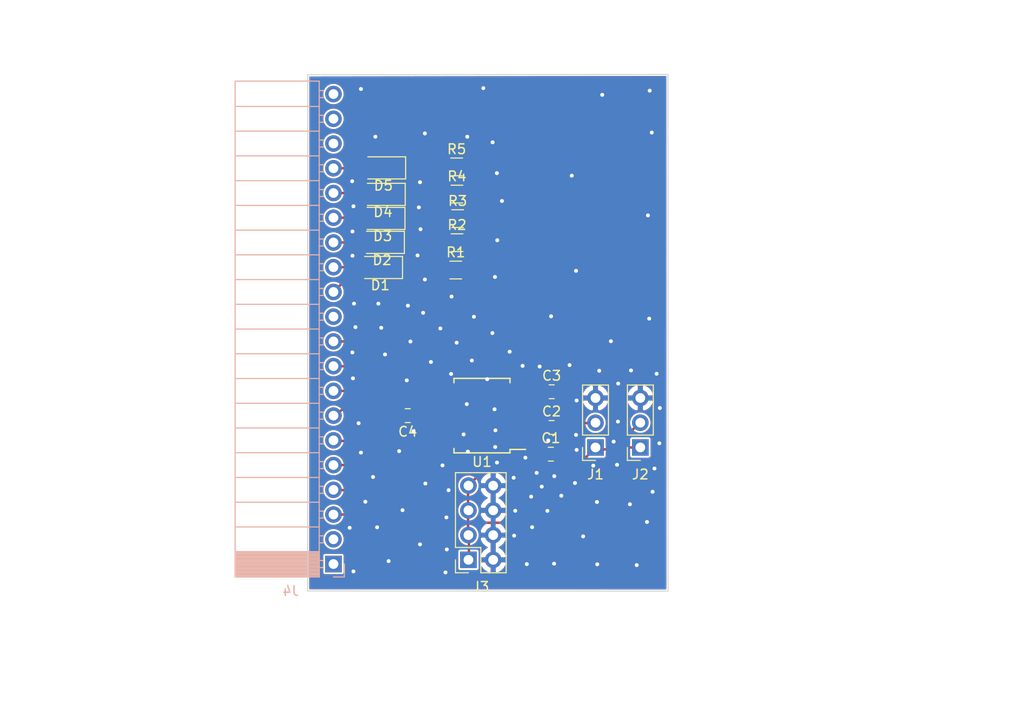
<source format=kicad_pcb>
(kicad_pcb (version 20171130) (host pcbnew 5.1.4+dfsg1-1)

  (general
    (thickness 1.6)
    (drawings 4)
    (tracks 236)
    (zones 0)
    (modules 19)
    (nets 31)
  )

  (page A4)
  (layers
    (0 F.Cu signal)
    (31 B.Cu signal)
    (32 B.Adhes user)
    (33 F.Adhes user)
    (34 B.Paste user)
    (35 F.Paste user)
    (36 B.SilkS user)
    (37 F.SilkS user)
    (38 B.Mask user)
    (39 F.Mask user)
    (40 Dwgs.User user)
    (41 Cmts.User user)
    (42 Eco1.User user)
    (43 Eco2.User user)
    (44 Edge.Cuts user)
    (45 Margin user)
    (46 B.CrtYd user)
    (47 F.CrtYd user)
    (48 B.Fab user)
    (49 F.Fab user)
  )

  (setup
    (last_trace_width 0.25)
    (trace_clearance 0.2)
    (zone_clearance 0.508)
    (zone_45_only no)
    (trace_min 0.2)
    (via_size 0.8)
    (via_drill 0.4)
    (via_min_size 0.4)
    (via_min_drill 0.3)
    (uvia_size 0.3)
    (uvia_drill 0.1)
    (uvias_allowed no)
    (uvia_min_size 0.2)
    (uvia_min_drill 0.1)
    (edge_width 0.05)
    (segment_width 0.2)
    (pcb_text_width 0.3)
    (pcb_text_size 1.5 1.5)
    (mod_edge_width 0.12)
    (mod_text_size 1 1)
    (mod_text_width 0.15)
    (pad_size 1.524 1.524)
    (pad_drill 0.762)
    (pad_to_mask_clearance 0)
    (aux_axis_origin 0 0)
    (visible_elements FFFFFF7F)
    (pcbplotparams
      (layerselection 0x010f0_ffffffff)
      (usegerberextensions false)
      (usegerberattributes false)
      (usegerberadvancedattributes false)
      (creategerberjobfile false)
      (excludeedgelayer true)
      (linewidth 0.100000)
      (plotframeref false)
      (viasonmask false)
      (mode 1)
      (useauxorigin false)
      (hpglpennumber 1)
      (hpglpenspeed 20)
      (hpglpendiameter 15.000000)
      (psnegative false)
      (psa4output false)
      (plotreference true)
      (plotvalue true)
      (plotinvisibletext false)
      (padsonsilk false)
      (subtractmaskfromsilk false)
      (outputformat 1)
      (mirror false)
      (drillshape 0)
      (scaleselection 1)
      (outputdirectory "../../out/"))
  )

  (net 0 "")
  (net 1 GND)
  (net 2 "Net-(C1-Pad1)")
  (net 3 +3V3)
  (net 4 "Net-(D1-Pad1)")
  (net 5 "Net-(D1-Pad2)")
  (net 6 "Net-(D2-Pad1)")
  (net 7 "Net-(D2-Pad2)")
  (net 8 "Net-(D3-Pad2)")
  (net 9 "Net-(D3-Pad1)")
  (net 10 "Net-(D4-Pad1)")
  (net 11 "Net-(D4-Pad2)")
  (net 12 "Net-(D5-Pad2)")
  (net 13 "Net-(D5-Pad1)")
  (net 14 "Net-(J1-Pad2)")
  (net 15 "Net-(J2-Pad2)")
  (net 16 "Net-(J4-Pad1)")
  (net 17 "Net-(J4-Pad2)")
  (net 18 "Net-(J4-Pad3)")
  (net 19 "Net-(J4-Pad4)")
  (net 20 "Net-(J4-Pad5)")
  (net 21 "Net-(J4-Pad6)")
  (net 22 "Net-(J4-Pad7)")
  (net 23 "Net-(J4-Pad8)")
  (net 24 "Net-(J4-Pad9)")
  (net 25 "Net-(J4-Pad10)")
  (net 26 "Net-(J4-Pad11)")
  (net 27 "Net-(J4-Pad12)")
  (net 28 "Net-(J4-Pad18)")
  (net 29 "Net-(J4-Pad19)")
  (net 30 "Net-(J4-Pad20)")

  (net_class Default "This is the default net class."
    (clearance 0.2)
    (trace_width 0.25)
    (via_dia 0.8)
    (via_drill 0.4)
    (uvia_dia 0.3)
    (uvia_drill 0.1)
    (add_net +3V3)
    (add_net GND)
    (add_net "Net-(C1-Pad1)")
    (add_net "Net-(D1-Pad1)")
    (add_net "Net-(D1-Pad2)")
    (add_net "Net-(D2-Pad1)")
    (add_net "Net-(D2-Pad2)")
    (add_net "Net-(D3-Pad1)")
    (add_net "Net-(D3-Pad2)")
    (add_net "Net-(D4-Pad1)")
    (add_net "Net-(D4-Pad2)")
    (add_net "Net-(D5-Pad1)")
    (add_net "Net-(D5-Pad2)")
    (add_net "Net-(J1-Pad2)")
    (add_net "Net-(J2-Pad2)")
    (add_net "Net-(J4-Pad1)")
    (add_net "Net-(J4-Pad10)")
    (add_net "Net-(J4-Pad11)")
    (add_net "Net-(J4-Pad12)")
    (add_net "Net-(J4-Pad18)")
    (add_net "Net-(J4-Pad19)")
    (add_net "Net-(J4-Pad2)")
    (add_net "Net-(J4-Pad20)")
    (add_net "Net-(J4-Pad3)")
    (add_net "Net-(J4-Pad4)")
    (add_net "Net-(J4-Pad5)")
    (add_net "Net-(J4-Pad6)")
    (add_net "Net-(J4-Pad7)")
    (add_net "Net-(J4-Pad8)")
    (add_net "Net-(J4-Pad9)")
  )

  (module Capacitor_SMD:C_0805_2012Metric (layer F.Cu) (tedit 5B36C52B) (tstamp 5DA2AA8A)
    (at 95.97 64.92)
    (descr "Capacitor SMD 0805 (2012 Metric), square (rectangular) end terminal, IPC_7351 nominal, (Body size source: https://docs.google.com/spreadsheets/d/1BsfQQcO9C6DZCsRaXUlFlo91Tg2WpOkGARC1WS5S8t0/edit?usp=sharing), generated with kicad-footprint-generator")
    (tags capacitor)
    (path /5DF4A28E)
    (attr smd)
    (fp_text reference C1 (at 0 -1.65) (layer F.SilkS)
      (effects (font (size 1 1) (thickness 0.15)))
    )
    (fp_text value 0.1uF (at 0 1.65) (layer F.Fab)
      (effects (font (size 1 1) (thickness 0.15)))
    )
    (fp_text user %R (at 0 0) (layer F.Fab)
      (effects (font (size 0.5 0.5) (thickness 0.08)))
    )
    (fp_line (start 1.68 0.95) (end -1.68 0.95) (layer F.CrtYd) (width 0.05))
    (fp_line (start 1.68 -0.95) (end 1.68 0.95) (layer F.CrtYd) (width 0.05))
    (fp_line (start -1.68 -0.95) (end 1.68 -0.95) (layer F.CrtYd) (width 0.05))
    (fp_line (start -1.68 0.95) (end -1.68 -0.95) (layer F.CrtYd) (width 0.05))
    (fp_line (start -0.258578 0.71) (end 0.258578 0.71) (layer F.SilkS) (width 0.12))
    (fp_line (start -0.258578 -0.71) (end 0.258578 -0.71) (layer F.SilkS) (width 0.12))
    (fp_line (start 1 0.6) (end -1 0.6) (layer F.Fab) (width 0.1))
    (fp_line (start 1 -0.6) (end 1 0.6) (layer F.Fab) (width 0.1))
    (fp_line (start -1 -0.6) (end 1 -0.6) (layer F.Fab) (width 0.1))
    (fp_line (start -1 0.6) (end -1 -0.6) (layer F.Fab) (width 0.1))
    (pad 2 smd roundrect (at 0.9375 0) (size 0.975 1.4) (layers F.Cu F.Paste F.Mask) (roundrect_rratio 0.25)
      (net 1 GND))
    (pad 1 smd roundrect (at -0.9375 0) (size 0.975 1.4) (layers F.Cu F.Paste F.Mask) (roundrect_rratio 0.25)
      (net 2 "Net-(C1-Pad1)"))
    (model ${KISYS3DMOD}/Capacitor_SMD.3dshapes/C_0805_2012Metric.wrl
      (at (xyz 0 0 0))
      (scale (xyz 1 1 1))
      (rotate (xyz 0 0 0))
    )
  )

  (module Capacitor_SMD:C_0805_2012Metric (layer F.Cu) (tedit 5B36C52B) (tstamp 5DA2AA9B)
    (at 96.04 62.18)
    (descr "Capacitor SMD 0805 (2012 Metric), square (rectangular) end terminal, IPC_7351 nominal, (Body size source: https://docs.google.com/spreadsheets/d/1BsfQQcO9C6DZCsRaXUlFlo91Tg2WpOkGARC1WS5S8t0/edit?usp=sharing), generated with kicad-footprint-generator")
    (tags capacitor)
    (path /5DF4B0FA)
    (attr smd)
    (fp_text reference C2 (at 0 -1.65) (layer F.SilkS)
      (effects (font (size 1 1) (thickness 0.15)))
    )
    (fp_text value 0.1uF (at 0 1.65) (layer F.Fab)
      (effects (font (size 1 1) (thickness 0.15)))
    )
    (fp_line (start -1 0.6) (end -1 -0.6) (layer F.Fab) (width 0.1))
    (fp_line (start -1 -0.6) (end 1 -0.6) (layer F.Fab) (width 0.1))
    (fp_line (start 1 -0.6) (end 1 0.6) (layer F.Fab) (width 0.1))
    (fp_line (start 1 0.6) (end -1 0.6) (layer F.Fab) (width 0.1))
    (fp_line (start -0.258578 -0.71) (end 0.258578 -0.71) (layer F.SilkS) (width 0.12))
    (fp_line (start -0.258578 0.71) (end 0.258578 0.71) (layer F.SilkS) (width 0.12))
    (fp_line (start -1.68 0.95) (end -1.68 -0.95) (layer F.CrtYd) (width 0.05))
    (fp_line (start -1.68 -0.95) (end 1.68 -0.95) (layer F.CrtYd) (width 0.05))
    (fp_line (start 1.68 -0.95) (end 1.68 0.95) (layer F.CrtYd) (width 0.05))
    (fp_line (start 1.68 0.95) (end -1.68 0.95) (layer F.CrtYd) (width 0.05))
    (fp_text user %R (at 0 0) (layer F.Fab)
      (effects (font (size 0.5 0.5) (thickness 0.08)))
    )
    (pad 1 smd roundrect (at -0.9375 0) (size 0.975 1.4) (layers F.Cu F.Paste F.Mask) (roundrect_rratio 0.25)
      (net 3 +3V3))
    (pad 2 smd roundrect (at 0.9375 0) (size 0.975 1.4) (layers F.Cu F.Paste F.Mask) (roundrect_rratio 0.25)
      (net 1 GND))
    (model ${KISYS3DMOD}/Capacitor_SMD.3dshapes/C_0805_2012Metric.wrl
      (at (xyz 0 0 0))
      (scale (xyz 1 1 1))
      (rotate (xyz 0 0 0))
    )
  )

  (module Capacitor_SMD:C_0805_2012Metric (layer F.Cu) (tedit 5B36C52B) (tstamp 5DA2AAAC)
    (at 96.05 58.51)
    (descr "Capacitor SMD 0805 (2012 Metric), square (rectangular) end terminal, IPC_7351 nominal, (Body size source: https://docs.google.com/spreadsheets/d/1BsfQQcO9C6DZCsRaXUlFlo91Tg2WpOkGARC1WS5S8t0/edit?usp=sharing), generated with kicad-footprint-generator")
    (tags capacitor)
    (path /5DF4B3B0)
    (attr smd)
    (fp_text reference C3 (at 0 -1.65) (layer F.SilkS)
      (effects (font (size 1 1) (thickness 0.15)))
    )
    (fp_text value 0.1uF (at 0 1.65) (layer F.Fab)
      (effects (font (size 1 1) (thickness 0.15)))
    )
    (fp_text user %R (at 0 0) (layer F.Fab)
      (effects (font (size 0.5 0.5) (thickness 0.08)))
    )
    (fp_line (start 1.68 0.95) (end -1.68 0.95) (layer F.CrtYd) (width 0.05))
    (fp_line (start 1.68 -0.95) (end 1.68 0.95) (layer F.CrtYd) (width 0.05))
    (fp_line (start -1.68 -0.95) (end 1.68 -0.95) (layer F.CrtYd) (width 0.05))
    (fp_line (start -1.68 0.95) (end -1.68 -0.95) (layer F.CrtYd) (width 0.05))
    (fp_line (start -0.258578 0.71) (end 0.258578 0.71) (layer F.SilkS) (width 0.12))
    (fp_line (start -0.258578 -0.71) (end 0.258578 -0.71) (layer F.SilkS) (width 0.12))
    (fp_line (start 1 0.6) (end -1 0.6) (layer F.Fab) (width 0.1))
    (fp_line (start 1 -0.6) (end 1 0.6) (layer F.Fab) (width 0.1))
    (fp_line (start -1 -0.6) (end 1 -0.6) (layer F.Fab) (width 0.1))
    (fp_line (start -1 0.6) (end -1 -0.6) (layer F.Fab) (width 0.1))
    (pad 2 smd roundrect (at 0.9375 0) (size 0.975 1.4) (layers F.Cu F.Paste F.Mask) (roundrect_rratio 0.25)
      (net 1 GND))
    (pad 1 smd roundrect (at -0.9375 0) (size 0.975 1.4) (layers F.Cu F.Paste F.Mask) (roundrect_rratio 0.25)
      (net 3 +3V3))
    (model ${KISYS3DMOD}/Capacitor_SMD.3dshapes/C_0805_2012Metric.wrl
      (at (xyz 0 0 0))
      (scale (xyz 1 1 1))
      (rotate (xyz 0 0 0))
    )
  )

  (module Capacitor_SMD:C_0805_2012Metric (layer F.Cu) (tedit 5B36C52B) (tstamp 5DA2AABD)
    (at 81.28 60.96 180)
    (descr "Capacitor SMD 0805 (2012 Metric), square (rectangular) end terminal, IPC_7351 nominal, (Body size source: https://docs.google.com/spreadsheets/d/1BsfQQcO9C6DZCsRaXUlFlo91Tg2WpOkGARC1WS5S8t0/edit?usp=sharing), generated with kicad-footprint-generator")
    (tags capacitor)
    (path /5DF4B69D)
    (attr smd)
    (fp_text reference C4 (at 0 -1.65) (layer F.SilkS)
      (effects (font (size 1 1) (thickness 0.15)))
    )
    (fp_text value 0.1uF (at 0 1.65) (layer F.Fab)
      (effects (font (size 1 1) (thickness 0.15)))
    )
    (fp_line (start -1 0.6) (end -1 -0.6) (layer F.Fab) (width 0.1))
    (fp_line (start -1 -0.6) (end 1 -0.6) (layer F.Fab) (width 0.1))
    (fp_line (start 1 -0.6) (end 1 0.6) (layer F.Fab) (width 0.1))
    (fp_line (start 1 0.6) (end -1 0.6) (layer F.Fab) (width 0.1))
    (fp_line (start -0.258578 -0.71) (end 0.258578 -0.71) (layer F.SilkS) (width 0.12))
    (fp_line (start -0.258578 0.71) (end 0.258578 0.71) (layer F.SilkS) (width 0.12))
    (fp_line (start -1.68 0.95) (end -1.68 -0.95) (layer F.CrtYd) (width 0.05))
    (fp_line (start -1.68 -0.95) (end 1.68 -0.95) (layer F.CrtYd) (width 0.05))
    (fp_line (start 1.68 -0.95) (end 1.68 0.95) (layer F.CrtYd) (width 0.05))
    (fp_line (start 1.68 0.95) (end -1.68 0.95) (layer F.CrtYd) (width 0.05))
    (fp_text user %R (at 0 0) (layer F.Fab)
      (effects (font (size 0.5 0.5) (thickness 0.08)))
    )
    (pad 1 smd roundrect (at -0.9375 0 180) (size 0.975 1.4) (layers F.Cu F.Paste F.Mask) (roundrect_rratio 0.25)
      (net 3 +3V3))
    (pad 2 smd roundrect (at 0.9375 0 180) (size 0.975 1.4) (layers F.Cu F.Paste F.Mask) (roundrect_rratio 0.25)
      (net 1 GND))
    (model ${KISYS3DMOD}/Capacitor_SMD.3dshapes/C_0805_2012Metric.wrl
      (at (xyz 0 0 0))
      (scale (xyz 1 1 1))
      (rotate (xyz 0 0 0))
    )
  )

  (module LED_SMD:LED_1206_3216Metric (layer F.Cu) (tedit 5B301BBE) (tstamp 5DA2AAD0)
    (at 78.46 45.75 180)
    (descr "LED SMD 1206 (3216 Metric), square (rectangular) end terminal, IPC_7351 nominal, (Body size source: http://www.tortai-tech.com/upload/download/2011102023233369053.pdf), generated with kicad-footprint-generator")
    (tags diode)
    (path /5DF85C3A)
    (attr smd)
    (fp_text reference D1 (at 0 -1.82) (layer F.SilkS)
      (effects (font (size 1 1) (thickness 0.15)))
    )
    (fp_text value LED (at 0 1.82) (layer F.Fab)
      (effects (font (size 1 1) (thickness 0.15)))
    )
    (fp_line (start 1.6 -0.8) (end -1.2 -0.8) (layer F.Fab) (width 0.1))
    (fp_line (start -1.2 -0.8) (end -1.6 -0.4) (layer F.Fab) (width 0.1))
    (fp_line (start -1.6 -0.4) (end -1.6 0.8) (layer F.Fab) (width 0.1))
    (fp_line (start -1.6 0.8) (end 1.6 0.8) (layer F.Fab) (width 0.1))
    (fp_line (start 1.6 0.8) (end 1.6 -0.8) (layer F.Fab) (width 0.1))
    (fp_line (start 1.6 -1.135) (end -2.285 -1.135) (layer F.SilkS) (width 0.12))
    (fp_line (start -2.285 -1.135) (end -2.285 1.135) (layer F.SilkS) (width 0.12))
    (fp_line (start -2.285 1.135) (end 1.6 1.135) (layer F.SilkS) (width 0.12))
    (fp_line (start -2.28 1.12) (end -2.28 -1.12) (layer F.CrtYd) (width 0.05))
    (fp_line (start -2.28 -1.12) (end 2.28 -1.12) (layer F.CrtYd) (width 0.05))
    (fp_line (start 2.28 -1.12) (end 2.28 1.12) (layer F.CrtYd) (width 0.05))
    (fp_line (start 2.28 1.12) (end -2.28 1.12) (layer F.CrtYd) (width 0.05))
    (fp_text user %R (at 0 0) (layer F.Fab)
      (effects (font (size 0.8 0.8) (thickness 0.12)))
    )
    (pad 1 smd roundrect (at -1.4 0 180) (size 1.25 1.75) (layers F.Cu F.Paste F.Mask) (roundrect_rratio 0.2)
      (net 4 "Net-(D1-Pad1)"))
    (pad 2 smd roundrect (at 1.4 0 180) (size 1.25 1.75) (layers F.Cu F.Paste F.Mask) (roundrect_rratio 0.2)
      (net 5 "Net-(D1-Pad2)"))
    (model ${KISYS3DMOD}/LED_SMD.3dshapes/LED_1206_3216Metric.wrl
      (at (xyz 0 0 0))
      (scale (xyz 1 1 1))
      (rotate (xyz 0 0 0))
    )
  )

  (module LED_SMD:LED_1206_3216Metric (layer F.Cu) (tedit 5B301BBE) (tstamp 5DA2AAE3)
    (at 78.65 43.17 180)
    (descr "LED SMD 1206 (3216 Metric), square (rectangular) end terminal, IPC_7351 nominal, (Body size source: http://www.tortai-tech.com/upload/download/2011102023233369053.pdf), generated with kicad-footprint-generator")
    (tags diode)
    (path /5DF8703F)
    (attr smd)
    (fp_text reference D2 (at 0 -1.82) (layer F.SilkS)
      (effects (font (size 1 1) (thickness 0.15)))
    )
    (fp_text value LED (at 0 1.82) (layer F.Fab)
      (effects (font (size 1 1) (thickness 0.15)))
    )
    (fp_line (start 1.6 -0.8) (end -1.2 -0.8) (layer F.Fab) (width 0.1))
    (fp_line (start -1.2 -0.8) (end -1.6 -0.4) (layer F.Fab) (width 0.1))
    (fp_line (start -1.6 -0.4) (end -1.6 0.8) (layer F.Fab) (width 0.1))
    (fp_line (start -1.6 0.8) (end 1.6 0.8) (layer F.Fab) (width 0.1))
    (fp_line (start 1.6 0.8) (end 1.6 -0.8) (layer F.Fab) (width 0.1))
    (fp_line (start 1.6 -1.135) (end -2.285 -1.135) (layer F.SilkS) (width 0.12))
    (fp_line (start -2.285 -1.135) (end -2.285 1.135) (layer F.SilkS) (width 0.12))
    (fp_line (start -2.285 1.135) (end 1.6 1.135) (layer F.SilkS) (width 0.12))
    (fp_line (start -2.28 1.12) (end -2.28 -1.12) (layer F.CrtYd) (width 0.05))
    (fp_line (start -2.28 -1.12) (end 2.28 -1.12) (layer F.CrtYd) (width 0.05))
    (fp_line (start 2.28 -1.12) (end 2.28 1.12) (layer F.CrtYd) (width 0.05))
    (fp_line (start 2.28 1.12) (end -2.28 1.12) (layer F.CrtYd) (width 0.05))
    (fp_text user %R (at 0 0) (layer F.Fab)
      (effects (font (size 0.8 0.8) (thickness 0.12)))
    )
    (pad 1 smd roundrect (at -1.4 0 180) (size 1.25 1.75) (layers F.Cu F.Paste F.Mask) (roundrect_rratio 0.2)
      (net 6 "Net-(D2-Pad1)"))
    (pad 2 smd roundrect (at 1.4 0 180) (size 1.25 1.75) (layers F.Cu F.Paste F.Mask) (roundrect_rratio 0.2)
      (net 7 "Net-(D2-Pad2)"))
    (model ${KISYS3DMOD}/LED_SMD.3dshapes/LED_1206_3216Metric.wrl
      (at (xyz 0 0 0))
      (scale (xyz 1 1 1))
      (rotate (xyz 0 0 0))
    )
  )

  (module LED_SMD:LED_1206_3216Metric (layer F.Cu) (tedit 5B301BBE) (tstamp 5DA2AAF6)
    (at 78.71 40.71 180)
    (descr "LED SMD 1206 (3216 Metric), square (rectangular) end terminal, IPC_7351 nominal, (Body size source: http://www.tortai-tech.com/upload/download/2011102023233369053.pdf), generated with kicad-footprint-generator")
    (tags diode)
    (path /5DF89034)
    (attr smd)
    (fp_text reference D3 (at 0 -1.82) (layer F.SilkS)
      (effects (font (size 1 1) (thickness 0.15)))
    )
    (fp_text value LED (at 0 1.82) (layer F.Fab)
      (effects (font (size 1 1) (thickness 0.15)))
    )
    (fp_text user %R (at 0 0) (layer F.Fab)
      (effects (font (size 0.8 0.8) (thickness 0.12)))
    )
    (fp_line (start 2.28 1.12) (end -2.28 1.12) (layer F.CrtYd) (width 0.05))
    (fp_line (start 2.28 -1.12) (end 2.28 1.12) (layer F.CrtYd) (width 0.05))
    (fp_line (start -2.28 -1.12) (end 2.28 -1.12) (layer F.CrtYd) (width 0.05))
    (fp_line (start -2.28 1.12) (end -2.28 -1.12) (layer F.CrtYd) (width 0.05))
    (fp_line (start -2.285 1.135) (end 1.6 1.135) (layer F.SilkS) (width 0.12))
    (fp_line (start -2.285 -1.135) (end -2.285 1.135) (layer F.SilkS) (width 0.12))
    (fp_line (start 1.6 -1.135) (end -2.285 -1.135) (layer F.SilkS) (width 0.12))
    (fp_line (start 1.6 0.8) (end 1.6 -0.8) (layer F.Fab) (width 0.1))
    (fp_line (start -1.6 0.8) (end 1.6 0.8) (layer F.Fab) (width 0.1))
    (fp_line (start -1.6 -0.4) (end -1.6 0.8) (layer F.Fab) (width 0.1))
    (fp_line (start -1.2 -0.8) (end -1.6 -0.4) (layer F.Fab) (width 0.1))
    (fp_line (start 1.6 -0.8) (end -1.2 -0.8) (layer F.Fab) (width 0.1))
    (pad 2 smd roundrect (at 1.4 0 180) (size 1.25 1.75) (layers F.Cu F.Paste F.Mask) (roundrect_rratio 0.2)
      (net 8 "Net-(D3-Pad2)"))
    (pad 1 smd roundrect (at -1.4 0 180) (size 1.25 1.75) (layers F.Cu F.Paste F.Mask) (roundrect_rratio 0.2)
      (net 9 "Net-(D3-Pad1)"))
    (model ${KISYS3DMOD}/LED_SMD.3dshapes/LED_1206_3216Metric.wrl
      (at (xyz 0 0 0))
      (scale (xyz 1 1 1))
      (rotate (xyz 0 0 0))
    )
  )

  (module LED_SMD:LED_1206_3216Metric (layer F.Cu) (tedit 5B301BBE) (tstamp 5DA2AB09)
    (at 78.74 38.24 180)
    (descr "LED SMD 1206 (3216 Metric), square (rectangular) end terminal, IPC_7351 nominal, (Body size source: http://www.tortai-tech.com/upload/download/2011102023233369053.pdf), generated with kicad-footprint-generator")
    (tags diode)
    (path /5DF8AE8D)
    (attr smd)
    (fp_text reference D4 (at 0 -1.82) (layer F.SilkS)
      (effects (font (size 1 1) (thickness 0.15)))
    )
    (fp_text value LED (at 0 1.82) (layer F.Fab)
      (effects (font (size 1 1) (thickness 0.15)))
    )
    (fp_line (start 1.6 -0.8) (end -1.2 -0.8) (layer F.Fab) (width 0.1))
    (fp_line (start -1.2 -0.8) (end -1.6 -0.4) (layer F.Fab) (width 0.1))
    (fp_line (start -1.6 -0.4) (end -1.6 0.8) (layer F.Fab) (width 0.1))
    (fp_line (start -1.6 0.8) (end 1.6 0.8) (layer F.Fab) (width 0.1))
    (fp_line (start 1.6 0.8) (end 1.6 -0.8) (layer F.Fab) (width 0.1))
    (fp_line (start 1.6 -1.135) (end -2.285 -1.135) (layer F.SilkS) (width 0.12))
    (fp_line (start -2.285 -1.135) (end -2.285 1.135) (layer F.SilkS) (width 0.12))
    (fp_line (start -2.285 1.135) (end 1.6 1.135) (layer F.SilkS) (width 0.12))
    (fp_line (start -2.28 1.12) (end -2.28 -1.12) (layer F.CrtYd) (width 0.05))
    (fp_line (start -2.28 -1.12) (end 2.28 -1.12) (layer F.CrtYd) (width 0.05))
    (fp_line (start 2.28 -1.12) (end 2.28 1.12) (layer F.CrtYd) (width 0.05))
    (fp_line (start 2.28 1.12) (end -2.28 1.12) (layer F.CrtYd) (width 0.05))
    (fp_text user %R (at 0 0) (layer F.Fab)
      (effects (font (size 0.8 0.8) (thickness 0.12)))
    )
    (pad 1 smd roundrect (at -1.4 0 180) (size 1.25 1.75) (layers F.Cu F.Paste F.Mask) (roundrect_rratio 0.2)
      (net 10 "Net-(D4-Pad1)"))
    (pad 2 smd roundrect (at 1.4 0 180) (size 1.25 1.75) (layers F.Cu F.Paste F.Mask) (roundrect_rratio 0.2)
      (net 11 "Net-(D4-Pad2)"))
    (model ${KISYS3DMOD}/LED_SMD.3dshapes/LED_1206_3216Metric.wrl
      (at (xyz 0 0 0))
      (scale (xyz 1 1 1))
      (rotate (xyz 0 0 0))
    )
  )

  (module LED_SMD:LED_1206_3216Metric (layer F.Cu) (tedit 5B301BBE) (tstamp 5DA2AB1C)
    (at 78.78 35.52 180)
    (descr "LED SMD 1206 (3216 Metric), square (rectangular) end terminal, IPC_7351 nominal, (Body size source: http://www.tortai-tech.com/upload/download/2011102023233369053.pdf), generated with kicad-footprint-generator")
    (tags diode)
    (path /5DF8CEB4)
    (attr smd)
    (fp_text reference D5 (at 0 -1.82) (layer F.SilkS)
      (effects (font (size 1 1) (thickness 0.15)))
    )
    (fp_text value LED (at 0 1.82) (layer F.Fab)
      (effects (font (size 1 1) (thickness 0.15)))
    )
    (fp_text user %R (at 0 0) (layer F.Fab)
      (effects (font (size 0.8 0.8) (thickness 0.12)))
    )
    (fp_line (start 2.28 1.12) (end -2.28 1.12) (layer F.CrtYd) (width 0.05))
    (fp_line (start 2.28 -1.12) (end 2.28 1.12) (layer F.CrtYd) (width 0.05))
    (fp_line (start -2.28 -1.12) (end 2.28 -1.12) (layer F.CrtYd) (width 0.05))
    (fp_line (start -2.28 1.12) (end -2.28 -1.12) (layer F.CrtYd) (width 0.05))
    (fp_line (start -2.285 1.135) (end 1.6 1.135) (layer F.SilkS) (width 0.12))
    (fp_line (start -2.285 -1.135) (end -2.285 1.135) (layer F.SilkS) (width 0.12))
    (fp_line (start 1.6 -1.135) (end -2.285 -1.135) (layer F.SilkS) (width 0.12))
    (fp_line (start 1.6 0.8) (end 1.6 -0.8) (layer F.Fab) (width 0.1))
    (fp_line (start -1.6 0.8) (end 1.6 0.8) (layer F.Fab) (width 0.1))
    (fp_line (start -1.6 -0.4) (end -1.6 0.8) (layer F.Fab) (width 0.1))
    (fp_line (start -1.2 -0.8) (end -1.6 -0.4) (layer F.Fab) (width 0.1))
    (fp_line (start 1.6 -0.8) (end -1.2 -0.8) (layer F.Fab) (width 0.1))
    (pad 2 smd roundrect (at 1.4 0 180) (size 1.25 1.75) (layers F.Cu F.Paste F.Mask) (roundrect_rratio 0.2)
      (net 12 "Net-(D5-Pad2)"))
    (pad 1 smd roundrect (at -1.4 0 180) (size 1.25 1.75) (layers F.Cu F.Paste F.Mask) (roundrect_rratio 0.2)
      (net 13 "Net-(D5-Pad1)"))
    (model ${KISYS3DMOD}/LED_SMD.3dshapes/LED_1206_3216Metric.wrl
      (at (xyz 0 0 0))
      (scale (xyz 1 1 1))
      (rotate (xyz 0 0 0))
    )
  )

  (module Connector_PinSocket_2.54mm:PinSocket_1x03_P2.54mm_Vertical (layer F.Cu) (tedit 5A19A429) (tstamp 5DA2AB33)
    (at 100.548999 64.228999 180)
    (descr "Through hole straight socket strip, 1x03, 2.54mm pitch, single row (from Kicad 4.0.7), script generated")
    (tags "Through hole socket strip THT 1x03 2.54mm single row")
    (path /5DF6C738)
    (fp_text reference J1 (at 0 -2.77) (layer F.SilkS)
      (effects (font (size 1 1) (thickness 0.15)))
    )
    (fp_text value Conn_01x03_Male (at 0 7.85) (layer F.Fab)
      (effects (font (size 1 1) (thickness 0.15)))
    )
    (fp_text user %R (at 0 2.54 90) (layer F.Fab)
      (effects (font (size 1 1) (thickness 0.15)))
    )
    (fp_line (start -1.8 6.85) (end -1.8 -1.8) (layer F.CrtYd) (width 0.05))
    (fp_line (start 1.75 6.85) (end -1.8 6.85) (layer F.CrtYd) (width 0.05))
    (fp_line (start 1.75 -1.8) (end 1.75 6.85) (layer F.CrtYd) (width 0.05))
    (fp_line (start -1.8 -1.8) (end 1.75 -1.8) (layer F.CrtYd) (width 0.05))
    (fp_line (start 0 -1.33) (end 1.33 -1.33) (layer F.SilkS) (width 0.12))
    (fp_line (start 1.33 -1.33) (end 1.33 0) (layer F.SilkS) (width 0.12))
    (fp_line (start 1.33 1.27) (end 1.33 6.41) (layer F.SilkS) (width 0.12))
    (fp_line (start -1.33 6.41) (end 1.33 6.41) (layer F.SilkS) (width 0.12))
    (fp_line (start -1.33 1.27) (end -1.33 6.41) (layer F.SilkS) (width 0.12))
    (fp_line (start -1.33 1.27) (end 1.33 1.27) (layer F.SilkS) (width 0.12))
    (fp_line (start -1.27 6.35) (end -1.27 -1.27) (layer F.Fab) (width 0.1))
    (fp_line (start 1.27 6.35) (end -1.27 6.35) (layer F.Fab) (width 0.1))
    (fp_line (start 1.27 -0.635) (end 1.27 6.35) (layer F.Fab) (width 0.1))
    (fp_line (start 0.635 -1.27) (end 1.27 -0.635) (layer F.Fab) (width 0.1))
    (fp_line (start -1.27 -1.27) (end 0.635 -1.27) (layer F.Fab) (width 0.1))
    (pad 3 thru_hole oval (at 0 5.08 180) (size 1.7 1.7) (drill 1) (layers *.Cu *.Mask)
      (net 1 GND))
    (pad 2 thru_hole oval (at 0 2.54 180) (size 1.7 1.7) (drill 1) (layers *.Cu *.Mask)
      (net 14 "Net-(J1-Pad2)"))
    (pad 1 thru_hole rect (at 0 0 180) (size 1.7 1.7) (drill 1) (layers *.Cu *.Mask)
      (net 3 +3V3))
    (model ${KISYS3DMOD}/Connector_PinSocket_2.54mm.3dshapes/PinSocket_1x03_P2.54mm_Vertical.wrl
      (at (xyz 0 0 0))
      (scale (xyz 1 1 1))
      (rotate (xyz 0 0 0))
    )
  )

  (module Connector_PinSocket_2.54mm:PinSocket_1x03_P2.54mm_Vertical (layer F.Cu) (tedit 5A19A429) (tstamp 5DA2AB4A)
    (at 105.148999 64.228999 180)
    (descr "Through hole straight socket strip, 1x03, 2.54mm pitch, single row (from Kicad 4.0.7), script generated")
    (tags "Through hole socket strip THT 1x03 2.54mm single row")
    (path /5DF6DA43)
    (fp_text reference J2 (at 0 -2.77) (layer F.SilkS)
      (effects (font (size 1 1) (thickness 0.15)))
    )
    (fp_text value Conn_01x03_Male (at 0 7.85) (layer F.Fab)
      (effects (font (size 1 1) (thickness 0.15)))
    )
    (fp_line (start -1.27 -1.27) (end 0.635 -1.27) (layer F.Fab) (width 0.1))
    (fp_line (start 0.635 -1.27) (end 1.27 -0.635) (layer F.Fab) (width 0.1))
    (fp_line (start 1.27 -0.635) (end 1.27 6.35) (layer F.Fab) (width 0.1))
    (fp_line (start 1.27 6.35) (end -1.27 6.35) (layer F.Fab) (width 0.1))
    (fp_line (start -1.27 6.35) (end -1.27 -1.27) (layer F.Fab) (width 0.1))
    (fp_line (start -1.33 1.27) (end 1.33 1.27) (layer F.SilkS) (width 0.12))
    (fp_line (start -1.33 1.27) (end -1.33 6.41) (layer F.SilkS) (width 0.12))
    (fp_line (start -1.33 6.41) (end 1.33 6.41) (layer F.SilkS) (width 0.12))
    (fp_line (start 1.33 1.27) (end 1.33 6.41) (layer F.SilkS) (width 0.12))
    (fp_line (start 1.33 -1.33) (end 1.33 0) (layer F.SilkS) (width 0.12))
    (fp_line (start 0 -1.33) (end 1.33 -1.33) (layer F.SilkS) (width 0.12))
    (fp_line (start -1.8 -1.8) (end 1.75 -1.8) (layer F.CrtYd) (width 0.05))
    (fp_line (start 1.75 -1.8) (end 1.75 6.85) (layer F.CrtYd) (width 0.05))
    (fp_line (start 1.75 6.85) (end -1.8 6.85) (layer F.CrtYd) (width 0.05))
    (fp_line (start -1.8 6.85) (end -1.8 -1.8) (layer F.CrtYd) (width 0.05))
    (fp_text user %R (at 0 2.54 90) (layer F.Fab)
      (effects (font (size 1 1) (thickness 0.15)))
    )
    (pad 1 thru_hole rect (at 0 0 180) (size 1.7 1.7) (drill 1) (layers *.Cu *.Mask)
      (net 3 +3V3))
    (pad 2 thru_hole oval (at 0 2.54 180) (size 1.7 1.7) (drill 1) (layers *.Cu *.Mask)
      (net 15 "Net-(J2-Pad2)"))
    (pad 3 thru_hole oval (at 0 5.08 180) (size 1.7 1.7) (drill 1) (layers *.Cu *.Mask)
      (net 1 GND))
    (model ${KISYS3DMOD}/Connector_PinSocket_2.54mm.3dshapes/PinSocket_1x03_P2.54mm_Vertical.wrl
      (at (xyz 0 0 0))
      (scale (xyz 1 1 1))
      (rotate (xyz 0 0 0))
    )
  )

  (module Connector_PinSocket_2.54mm:PinSocket_2x04_P2.54mm_Vertical (layer F.Cu) (tedit 5A19A422) (tstamp 5DA2AB68)
    (at 87.51 75.77 180)
    (descr "Through hole straight socket strip, 2x04, 2.54mm pitch, double cols (from Kicad 4.0.7), script generated")
    (tags "Through hole socket strip THT 2x04 2.54mm double row")
    (path /5DF5B1E1)
    (fp_text reference J3 (at -1.27 -2.77) (layer F.SilkS)
      (effects (font (size 1 1) (thickness 0.15)))
    )
    (fp_text value Conn_02x04_Odd_Even (at -1.27 10.39) (layer F.Fab)
      (effects (font (size 1 1) (thickness 0.15)))
    )
    (fp_line (start -3.81 -1.27) (end 0.27 -1.27) (layer F.Fab) (width 0.1))
    (fp_line (start 0.27 -1.27) (end 1.27 -0.27) (layer F.Fab) (width 0.1))
    (fp_line (start 1.27 -0.27) (end 1.27 8.89) (layer F.Fab) (width 0.1))
    (fp_line (start 1.27 8.89) (end -3.81 8.89) (layer F.Fab) (width 0.1))
    (fp_line (start -3.81 8.89) (end -3.81 -1.27) (layer F.Fab) (width 0.1))
    (fp_line (start -3.87 -1.33) (end -1.27 -1.33) (layer F.SilkS) (width 0.12))
    (fp_line (start -3.87 -1.33) (end -3.87 8.95) (layer F.SilkS) (width 0.12))
    (fp_line (start -3.87 8.95) (end 1.33 8.95) (layer F.SilkS) (width 0.12))
    (fp_line (start 1.33 1.27) (end 1.33 8.95) (layer F.SilkS) (width 0.12))
    (fp_line (start -1.27 1.27) (end 1.33 1.27) (layer F.SilkS) (width 0.12))
    (fp_line (start -1.27 -1.33) (end -1.27 1.27) (layer F.SilkS) (width 0.12))
    (fp_line (start 1.33 -1.33) (end 1.33 0) (layer F.SilkS) (width 0.12))
    (fp_line (start 0 -1.33) (end 1.33 -1.33) (layer F.SilkS) (width 0.12))
    (fp_line (start -4.34 -1.8) (end 1.76 -1.8) (layer F.CrtYd) (width 0.05))
    (fp_line (start 1.76 -1.8) (end 1.76 9.4) (layer F.CrtYd) (width 0.05))
    (fp_line (start 1.76 9.4) (end -4.34 9.4) (layer F.CrtYd) (width 0.05))
    (fp_line (start -4.34 9.4) (end -4.34 -1.8) (layer F.CrtYd) (width 0.05))
    (fp_text user %R (at -1.27 3.81 90) (layer F.Fab)
      (effects (font (size 1 1) (thickness 0.15)))
    )
    (pad 1 thru_hole rect (at 0 0 180) (size 1.7 1.7) (drill 1) (layers *.Cu *.Mask)
      (net 3 +3V3))
    (pad 2 thru_hole oval (at -2.54 0 180) (size 1.7 1.7) (drill 1) (layers *.Cu *.Mask)
      (net 1 GND))
    (pad 3 thru_hole oval (at 0 2.54 180) (size 1.7 1.7) (drill 1) (layers *.Cu *.Mask)
      (net 3 +3V3))
    (pad 4 thru_hole oval (at -2.54 2.54 180) (size 1.7 1.7) (drill 1) (layers *.Cu *.Mask)
      (net 1 GND))
    (pad 5 thru_hole oval (at 0 5.08 180) (size 1.7 1.7) (drill 1) (layers *.Cu *.Mask)
      (net 3 +3V3))
    (pad 6 thru_hole oval (at -2.54 5.08 180) (size 1.7 1.7) (drill 1) (layers *.Cu *.Mask)
      (net 1 GND))
    (pad 7 thru_hole oval (at 0 7.62 180) (size 1.7 1.7) (drill 1) (layers *.Cu *.Mask)
      (net 3 +3V3))
    (pad 8 thru_hole oval (at -2.54 7.62 180) (size 1.7 1.7) (drill 1) (layers *.Cu *.Mask)
      (net 1 GND))
    (model ${KISYS3DMOD}/Connector_PinSocket_2.54mm.3dshapes/PinSocket_2x04_P2.54mm_Vertical.wrl
      (at (xyz 0 0 0))
      (scale (xyz 1 1 1))
      (rotate (xyz 0 0 0))
    )
  )

  (module Connector_PinSocket_2.54mm:PinSocket_1x20_P2.54mm_Horizontal (layer B.Cu) (tedit 5A19A41C) (tstamp 5DA2AC1C)
    (at 73.66 76.2)
    (descr "Through hole angled socket strip, 1x20, 2.54mm pitch, 8.51mm socket length, single row (from Kicad 4.0.7), script generated")
    (tags "Through hole angled socket strip THT 1x20 2.54mm single row")
    (path /5DF5206A)
    (fp_text reference J4 (at -4.38 2.77) (layer B.SilkS)
      (effects (font (size 1 1) (thickness 0.15)) (justify mirror))
    )
    (fp_text value Conn_01x20_Female (at -4.38 -51.03) (layer B.Fab)
      (effects (font (size 1 1) (thickness 0.15)) (justify mirror))
    )
    (fp_line (start -10.03 1.27) (end -2.49 1.27) (layer B.Fab) (width 0.1))
    (fp_line (start -2.49 1.27) (end -1.52 0.3) (layer B.Fab) (width 0.1))
    (fp_line (start -1.52 0.3) (end -1.52 -49.53) (layer B.Fab) (width 0.1))
    (fp_line (start -1.52 -49.53) (end -10.03 -49.53) (layer B.Fab) (width 0.1))
    (fp_line (start -10.03 -49.53) (end -10.03 1.27) (layer B.Fab) (width 0.1))
    (fp_line (start 0 0.3) (end -1.52 0.3) (layer B.Fab) (width 0.1))
    (fp_line (start -1.52 -0.3) (end 0 -0.3) (layer B.Fab) (width 0.1))
    (fp_line (start 0 -0.3) (end 0 0.3) (layer B.Fab) (width 0.1))
    (fp_line (start 0 -2.24) (end -1.52 -2.24) (layer B.Fab) (width 0.1))
    (fp_line (start -1.52 -2.84) (end 0 -2.84) (layer B.Fab) (width 0.1))
    (fp_line (start 0 -2.84) (end 0 -2.24) (layer B.Fab) (width 0.1))
    (fp_line (start 0 -4.78) (end -1.52 -4.78) (layer B.Fab) (width 0.1))
    (fp_line (start -1.52 -5.38) (end 0 -5.38) (layer B.Fab) (width 0.1))
    (fp_line (start 0 -5.38) (end 0 -4.78) (layer B.Fab) (width 0.1))
    (fp_line (start 0 -7.32) (end -1.52 -7.32) (layer B.Fab) (width 0.1))
    (fp_line (start -1.52 -7.92) (end 0 -7.92) (layer B.Fab) (width 0.1))
    (fp_line (start 0 -7.92) (end 0 -7.32) (layer B.Fab) (width 0.1))
    (fp_line (start 0 -9.86) (end -1.52 -9.86) (layer B.Fab) (width 0.1))
    (fp_line (start -1.52 -10.46) (end 0 -10.46) (layer B.Fab) (width 0.1))
    (fp_line (start 0 -10.46) (end 0 -9.86) (layer B.Fab) (width 0.1))
    (fp_line (start 0 -12.4) (end -1.52 -12.4) (layer B.Fab) (width 0.1))
    (fp_line (start -1.52 -13) (end 0 -13) (layer B.Fab) (width 0.1))
    (fp_line (start 0 -13) (end 0 -12.4) (layer B.Fab) (width 0.1))
    (fp_line (start 0 -14.94) (end -1.52 -14.94) (layer B.Fab) (width 0.1))
    (fp_line (start -1.52 -15.54) (end 0 -15.54) (layer B.Fab) (width 0.1))
    (fp_line (start 0 -15.54) (end 0 -14.94) (layer B.Fab) (width 0.1))
    (fp_line (start 0 -17.48) (end -1.52 -17.48) (layer B.Fab) (width 0.1))
    (fp_line (start -1.52 -18.08) (end 0 -18.08) (layer B.Fab) (width 0.1))
    (fp_line (start 0 -18.08) (end 0 -17.48) (layer B.Fab) (width 0.1))
    (fp_line (start 0 -20.02) (end -1.52 -20.02) (layer B.Fab) (width 0.1))
    (fp_line (start -1.52 -20.62) (end 0 -20.62) (layer B.Fab) (width 0.1))
    (fp_line (start 0 -20.62) (end 0 -20.02) (layer B.Fab) (width 0.1))
    (fp_line (start 0 -22.56) (end -1.52 -22.56) (layer B.Fab) (width 0.1))
    (fp_line (start -1.52 -23.16) (end 0 -23.16) (layer B.Fab) (width 0.1))
    (fp_line (start 0 -23.16) (end 0 -22.56) (layer B.Fab) (width 0.1))
    (fp_line (start 0 -25.1) (end -1.52 -25.1) (layer B.Fab) (width 0.1))
    (fp_line (start -1.52 -25.7) (end 0 -25.7) (layer B.Fab) (width 0.1))
    (fp_line (start 0 -25.7) (end 0 -25.1) (layer B.Fab) (width 0.1))
    (fp_line (start 0 -27.64) (end -1.52 -27.64) (layer B.Fab) (width 0.1))
    (fp_line (start -1.52 -28.24) (end 0 -28.24) (layer B.Fab) (width 0.1))
    (fp_line (start 0 -28.24) (end 0 -27.64) (layer B.Fab) (width 0.1))
    (fp_line (start 0 -30.18) (end -1.52 -30.18) (layer B.Fab) (width 0.1))
    (fp_line (start -1.52 -30.78) (end 0 -30.78) (layer B.Fab) (width 0.1))
    (fp_line (start 0 -30.78) (end 0 -30.18) (layer B.Fab) (width 0.1))
    (fp_line (start 0 -32.72) (end -1.52 -32.72) (layer B.Fab) (width 0.1))
    (fp_line (start -1.52 -33.32) (end 0 -33.32) (layer B.Fab) (width 0.1))
    (fp_line (start 0 -33.32) (end 0 -32.72) (layer B.Fab) (width 0.1))
    (fp_line (start 0 -35.26) (end -1.52 -35.26) (layer B.Fab) (width 0.1))
    (fp_line (start -1.52 -35.86) (end 0 -35.86) (layer B.Fab) (width 0.1))
    (fp_line (start 0 -35.86) (end 0 -35.26) (layer B.Fab) (width 0.1))
    (fp_line (start 0 -37.8) (end -1.52 -37.8) (layer B.Fab) (width 0.1))
    (fp_line (start -1.52 -38.4) (end 0 -38.4) (layer B.Fab) (width 0.1))
    (fp_line (start 0 -38.4) (end 0 -37.8) (layer B.Fab) (width 0.1))
    (fp_line (start 0 -40.34) (end -1.52 -40.34) (layer B.Fab) (width 0.1))
    (fp_line (start -1.52 -40.94) (end 0 -40.94) (layer B.Fab) (width 0.1))
    (fp_line (start 0 -40.94) (end 0 -40.34) (layer B.Fab) (width 0.1))
    (fp_line (start 0 -42.88) (end -1.52 -42.88) (layer B.Fab) (width 0.1))
    (fp_line (start -1.52 -43.48) (end 0 -43.48) (layer B.Fab) (width 0.1))
    (fp_line (start 0 -43.48) (end 0 -42.88) (layer B.Fab) (width 0.1))
    (fp_line (start 0 -45.42) (end -1.52 -45.42) (layer B.Fab) (width 0.1))
    (fp_line (start -1.52 -46.02) (end 0 -46.02) (layer B.Fab) (width 0.1))
    (fp_line (start 0 -46.02) (end 0 -45.42) (layer B.Fab) (width 0.1))
    (fp_line (start 0 -47.96) (end -1.52 -47.96) (layer B.Fab) (width 0.1))
    (fp_line (start -1.52 -48.56) (end 0 -48.56) (layer B.Fab) (width 0.1))
    (fp_line (start 0 -48.56) (end 0 -47.96) (layer B.Fab) (width 0.1))
    (fp_line (start -10.09 1.21) (end -1.46 1.21) (layer B.SilkS) (width 0.12))
    (fp_line (start -10.09 1.091905) (end -1.46 1.091905) (layer B.SilkS) (width 0.12))
    (fp_line (start -10.09 0.97381) (end -1.46 0.97381) (layer B.SilkS) (width 0.12))
    (fp_line (start -10.09 0.855715) (end -1.46 0.855715) (layer B.SilkS) (width 0.12))
    (fp_line (start -10.09 0.73762) (end -1.46 0.73762) (layer B.SilkS) (width 0.12))
    (fp_line (start -10.09 0.619525) (end -1.46 0.619525) (layer B.SilkS) (width 0.12))
    (fp_line (start -10.09 0.50143) (end -1.46 0.50143) (layer B.SilkS) (width 0.12))
    (fp_line (start -10.09 0.383335) (end -1.46 0.383335) (layer B.SilkS) (width 0.12))
    (fp_line (start -10.09 0.26524) (end -1.46 0.26524) (layer B.SilkS) (width 0.12))
    (fp_line (start -10.09 0.147145) (end -1.46 0.147145) (layer B.SilkS) (width 0.12))
    (fp_line (start -10.09 0.02905) (end -1.46 0.02905) (layer B.SilkS) (width 0.12))
    (fp_line (start -10.09 -0.089045) (end -1.46 -0.089045) (layer B.SilkS) (width 0.12))
    (fp_line (start -10.09 -0.20714) (end -1.46 -0.20714) (layer B.SilkS) (width 0.12))
    (fp_line (start -10.09 -0.325235) (end -1.46 -0.325235) (layer B.SilkS) (width 0.12))
    (fp_line (start -10.09 -0.44333) (end -1.46 -0.44333) (layer B.SilkS) (width 0.12))
    (fp_line (start -10.09 -0.561425) (end -1.46 -0.561425) (layer B.SilkS) (width 0.12))
    (fp_line (start -10.09 -0.67952) (end -1.46 -0.67952) (layer B.SilkS) (width 0.12))
    (fp_line (start -10.09 -0.797615) (end -1.46 -0.797615) (layer B.SilkS) (width 0.12))
    (fp_line (start -10.09 -0.91571) (end -1.46 -0.91571) (layer B.SilkS) (width 0.12))
    (fp_line (start -10.09 -1.033805) (end -1.46 -1.033805) (layer B.SilkS) (width 0.12))
    (fp_line (start -10.09 -1.1519) (end -1.46 -1.1519) (layer B.SilkS) (width 0.12))
    (fp_line (start -1.46 0.36) (end -1.11 0.36) (layer B.SilkS) (width 0.12))
    (fp_line (start -1.46 -0.36) (end -1.11 -0.36) (layer B.SilkS) (width 0.12))
    (fp_line (start -1.46 -2.18) (end -1.05 -2.18) (layer B.SilkS) (width 0.12))
    (fp_line (start -1.46 -2.9) (end -1.05 -2.9) (layer B.SilkS) (width 0.12))
    (fp_line (start -1.46 -4.72) (end -1.05 -4.72) (layer B.SilkS) (width 0.12))
    (fp_line (start -1.46 -5.44) (end -1.05 -5.44) (layer B.SilkS) (width 0.12))
    (fp_line (start -1.46 -7.26) (end -1.05 -7.26) (layer B.SilkS) (width 0.12))
    (fp_line (start -1.46 -7.98) (end -1.05 -7.98) (layer B.SilkS) (width 0.12))
    (fp_line (start -1.46 -9.8) (end -1.05 -9.8) (layer B.SilkS) (width 0.12))
    (fp_line (start -1.46 -10.52) (end -1.05 -10.52) (layer B.SilkS) (width 0.12))
    (fp_line (start -1.46 -12.34) (end -1.05 -12.34) (layer B.SilkS) (width 0.12))
    (fp_line (start -1.46 -13.06) (end -1.05 -13.06) (layer B.SilkS) (width 0.12))
    (fp_line (start -1.46 -14.88) (end -1.05 -14.88) (layer B.SilkS) (width 0.12))
    (fp_line (start -1.46 -15.6) (end -1.05 -15.6) (layer B.SilkS) (width 0.12))
    (fp_line (start -1.46 -17.42) (end -1.05 -17.42) (layer B.SilkS) (width 0.12))
    (fp_line (start -1.46 -18.14) (end -1.05 -18.14) (layer B.SilkS) (width 0.12))
    (fp_line (start -1.46 -19.96) (end -1.05 -19.96) (layer B.SilkS) (width 0.12))
    (fp_line (start -1.46 -20.68) (end -1.05 -20.68) (layer B.SilkS) (width 0.12))
    (fp_line (start -1.46 -22.5) (end -1.05 -22.5) (layer B.SilkS) (width 0.12))
    (fp_line (start -1.46 -23.22) (end -1.05 -23.22) (layer B.SilkS) (width 0.12))
    (fp_line (start -1.46 -25.04) (end -1.05 -25.04) (layer B.SilkS) (width 0.12))
    (fp_line (start -1.46 -25.76) (end -1.05 -25.76) (layer B.SilkS) (width 0.12))
    (fp_line (start -1.46 -27.58) (end -1.05 -27.58) (layer B.SilkS) (width 0.12))
    (fp_line (start -1.46 -28.3) (end -1.05 -28.3) (layer B.SilkS) (width 0.12))
    (fp_line (start -1.46 -30.12) (end -1.05 -30.12) (layer B.SilkS) (width 0.12))
    (fp_line (start -1.46 -30.84) (end -1.05 -30.84) (layer B.SilkS) (width 0.12))
    (fp_line (start -1.46 -32.66) (end -1.05 -32.66) (layer B.SilkS) (width 0.12))
    (fp_line (start -1.46 -33.38) (end -1.05 -33.38) (layer B.SilkS) (width 0.12))
    (fp_line (start -1.46 -35.2) (end -1.05 -35.2) (layer B.SilkS) (width 0.12))
    (fp_line (start -1.46 -35.92) (end -1.05 -35.92) (layer B.SilkS) (width 0.12))
    (fp_line (start -1.46 -37.74) (end -1.05 -37.74) (layer B.SilkS) (width 0.12))
    (fp_line (start -1.46 -38.46) (end -1.05 -38.46) (layer B.SilkS) (width 0.12))
    (fp_line (start -1.46 -40.28) (end -1.05 -40.28) (layer B.SilkS) (width 0.12))
    (fp_line (start -1.46 -41) (end -1.05 -41) (layer B.SilkS) (width 0.12))
    (fp_line (start -1.46 -42.82) (end -1.05 -42.82) (layer B.SilkS) (width 0.12))
    (fp_line (start -1.46 -43.54) (end -1.05 -43.54) (layer B.SilkS) (width 0.12))
    (fp_line (start -1.46 -45.36) (end -1.05 -45.36) (layer B.SilkS) (width 0.12))
    (fp_line (start -1.46 -46.08) (end -1.05 -46.08) (layer B.SilkS) (width 0.12))
    (fp_line (start -1.46 -47.9) (end -1.05 -47.9) (layer B.SilkS) (width 0.12))
    (fp_line (start -1.46 -48.62) (end -1.05 -48.62) (layer B.SilkS) (width 0.12))
    (fp_line (start -10.09 -1.27) (end -1.46 -1.27) (layer B.SilkS) (width 0.12))
    (fp_line (start -10.09 -3.81) (end -1.46 -3.81) (layer B.SilkS) (width 0.12))
    (fp_line (start -10.09 -6.35) (end -1.46 -6.35) (layer B.SilkS) (width 0.12))
    (fp_line (start -10.09 -8.89) (end -1.46 -8.89) (layer B.SilkS) (width 0.12))
    (fp_line (start -10.09 -11.43) (end -1.46 -11.43) (layer B.SilkS) (width 0.12))
    (fp_line (start -10.09 -13.97) (end -1.46 -13.97) (layer B.SilkS) (width 0.12))
    (fp_line (start -10.09 -16.51) (end -1.46 -16.51) (layer B.SilkS) (width 0.12))
    (fp_line (start -10.09 -19.05) (end -1.46 -19.05) (layer B.SilkS) (width 0.12))
    (fp_line (start -10.09 -21.59) (end -1.46 -21.59) (layer B.SilkS) (width 0.12))
    (fp_line (start -10.09 -24.13) (end -1.46 -24.13) (layer B.SilkS) (width 0.12))
    (fp_line (start -10.09 -26.67) (end -1.46 -26.67) (layer B.SilkS) (width 0.12))
    (fp_line (start -10.09 -29.21) (end -1.46 -29.21) (layer B.SilkS) (width 0.12))
    (fp_line (start -10.09 -31.75) (end -1.46 -31.75) (layer B.SilkS) (width 0.12))
    (fp_line (start -10.09 -34.29) (end -1.46 -34.29) (layer B.SilkS) (width 0.12))
    (fp_line (start -10.09 -36.83) (end -1.46 -36.83) (layer B.SilkS) (width 0.12))
    (fp_line (start -10.09 -39.37) (end -1.46 -39.37) (layer B.SilkS) (width 0.12))
    (fp_line (start -10.09 -41.91) (end -1.46 -41.91) (layer B.SilkS) (width 0.12))
    (fp_line (start -10.09 -44.45) (end -1.46 -44.45) (layer B.SilkS) (width 0.12))
    (fp_line (start -10.09 -46.99) (end -1.46 -46.99) (layer B.SilkS) (width 0.12))
    (fp_line (start -10.09 1.33) (end -1.46 1.33) (layer B.SilkS) (width 0.12))
    (fp_line (start -1.46 1.33) (end -1.46 -49.59) (layer B.SilkS) (width 0.12))
    (fp_line (start -10.09 -49.59) (end -1.46 -49.59) (layer B.SilkS) (width 0.12))
    (fp_line (start -10.09 1.33) (end -10.09 -49.59) (layer B.SilkS) (width 0.12))
    (fp_line (start 1.11 1.33) (end 1.11 0) (layer B.SilkS) (width 0.12))
    (fp_line (start 0 1.33) (end 1.11 1.33) (layer B.SilkS) (width 0.12))
    (fp_line (start 1.75 1.75) (end -10.55 1.75) (layer B.CrtYd) (width 0.05))
    (fp_line (start -10.55 1.75) (end -10.55 -50.05) (layer B.CrtYd) (width 0.05))
    (fp_line (start -10.55 -50.05) (end 1.75 -50.05) (layer B.CrtYd) (width 0.05))
    (fp_line (start 1.75 -50.05) (end 1.75 1.75) (layer B.CrtYd) (width 0.05))
    (fp_text user %R (at -5.775 -24.13 -90) (layer B.Fab)
      (effects (font (size 1 1) (thickness 0.15)) (justify mirror))
    )
    (pad 1 thru_hole rect (at 0 0) (size 1.7 1.7) (drill 1) (layers *.Cu *.Mask)
      (net 16 "Net-(J4-Pad1)"))
    (pad 2 thru_hole oval (at 0 -2.54) (size 1.7 1.7) (drill 1) (layers *.Cu *.Mask)
      (net 17 "Net-(J4-Pad2)"))
    (pad 3 thru_hole oval (at 0 -5.08) (size 1.7 1.7) (drill 1) (layers *.Cu *.Mask)
      (net 18 "Net-(J4-Pad3)"))
    (pad 4 thru_hole oval (at 0 -7.62) (size 1.7 1.7) (drill 1) (layers *.Cu *.Mask)
      (net 19 "Net-(J4-Pad4)"))
    (pad 5 thru_hole oval (at 0 -10.16) (size 1.7 1.7) (drill 1) (layers *.Cu *.Mask)
      (net 20 "Net-(J4-Pad5)"))
    (pad 6 thru_hole oval (at 0 -12.7) (size 1.7 1.7) (drill 1) (layers *.Cu *.Mask)
      (net 21 "Net-(J4-Pad6)"))
    (pad 7 thru_hole oval (at 0 -15.24) (size 1.7 1.7) (drill 1) (layers *.Cu *.Mask)
      (net 22 "Net-(J4-Pad7)"))
    (pad 8 thru_hole oval (at 0 -17.78) (size 1.7 1.7) (drill 1) (layers *.Cu *.Mask)
      (net 23 "Net-(J4-Pad8)"))
    (pad 9 thru_hole oval (at 0 -20.32) (size 1.7 1.7) (drill 1) (layers *.Cu *.Mask)
      (net 24 "Net-(J4-Pad9)"))
    (pad 10 thru_hole oval (at 0 -22.86) (size 1.7 1.7) (drill 1) (layers *.Cu *.Mask)
      (net 25 "Net-(J4-Pad10)"))
    (pad 11 thru_hole oval (at 0 -25.4) (size 1.7 1.7) (drill 1) (layers *.Cu *.Mask)
      (net 26 "Net-(J4-Pad11)"))
    (pad 12 thru_hole oval (at 0 -27.94) (size 1.7 1.7) (drill 1) (layers *.Cu *.Mask)
      (net 27 "Net-(J4-Pad12)"))
    (pad 13 thru_hole oval (at 0 -30.48) (size 1.7 1.7) (drill 1) (layers *.Cu *.Mask)
      (net 5 "Net-(D1-Pad2)"))
    (pad 14 thru_hole oval (at 0 -33.02) (size 1.7 1.7) (drill 1) (layers *.Cu *.Mask)
      (net 7 "Net-(D2-Pad2)"))
    (pad 15 thru_hole oval (at 0 -35.56) (size 1.7 1.7) (drill 1) (layers *.Cu *.Mask)
      (net 8 "Net-(D3-Pad2)"))
    (pad 16 thru_hole oval (at 0 -38.1) (size 1.7 1.7) (drill 1) (layers *.Cu *.Mask)
      (net 11 "Net-(D4-Pad2)"))
    (pad 17 thru_hole oval (at 0 -40.64) (size 1.7 1.7) (drill 1) (layers *.Cu *.Mask)
      (net 12 "Net-(D5-Pad2)"))
    (pad 18 thru_hole oval (at 0 -43.18) (size 1.7 1.7) (drill 1) (layers *.Cu *.Mask)
      (net 28 "Net-(J4-Pad18)"))
    (pad 19 thru_hole oval (at 0 -45.72) (size 1.7 1.7) (drill 1) (layers *.Cu *.Mask)
      (net 29 "Net-(J4-Pad19)"))
    (pad 20 thru_hole oval (at 0 -48.26) (size 1.7 1.7) (drill 1) (layers *.Cu *.Mask)
      (net 30 "Net-(J4-Pad20)"))
    (model ${KISYS3DMOD}/Connector_PinSocket_2.54mm.3dshapes/PinSocket_1x20_P2.54mm_Horizontal.wrl
      (at (xyz 0 0 0))
      (scale (xyz 1 1 1))
      (rotate (xyz 0 0 0))
    )
  )

  (module Resistor_SMD:R_1206_3216Metric (layer F.Cu) (tedit 5B301BBD) (tstamp 5DA2AC2D)
    (at 86.21 46.01)
    (descr "Resistor SMD 1206 (3216 Metric), square (rectangular) end terminal, IPC_7351 nominal, (Body size source: http://www.tortai-tech.com/upload/download/2011102023233369053.pdf), generated with kicad-footprint-generator")
    (tags resistor)
    (path /5DF8EF38)
    (attr smd)
    (fp_text reference R1 (at 0 -1.82) (layer F.SilkS)
      (effects (font (size 1 1) (thickness 0.15)))
    )
    (fp_text value "10 kOhm" (at 0 1.82) (layer F.Fab)
      (effects (font (size 1 1) (thickness 0.15)))
    )
    (fp_line (start -1.6 0.8) (end -1.6 -0.8) (layer F.Fab) (width 0.1))
    (fp_line (start -1.6 -0.8) (end 1.6 -0.8) (layer F.Fab) (width 0.1))
    (fp_line (start 1.6 -0.8) (end 1.6 0.8) (layer F.Fab) (width 0.1))
    (fp_line (start 1.6 0.8) (end -1.6 0.8) (layer F.Fab) (width 0.1))
    (fp_line (start -0.602064 -0.91) (end 0.602064 -0.91) (layer F.SilkS) (width 0.12))
    (fp_line (start -0.602064 0.91) (end 0.602064 0.91) (layer F.SilkS) (width 0.12))
    (fp_line (start -2.28 1.12) (end -2.28 -1.12) (layer F.CrtYd) (width 0.05))
    (fp_line (start -2.28 -1.12) (end 2.28 -1.12) (layer F.CrtYd) (width 0.05))
    (fp_line (start 2.28 -1.12) (end 2.28 1.12) (layer F.CrtYd) (width 0.05))
    (fp_line (start 2.28 1.12) (end -2.28 1.12) (layer F.CrtYd) (width 0.05))
    (fp_text user %R (at 0 0) (layer F.Fab)
      (effects (font (size 0.8 0.8) (thickness 0.12)))
    )
    (pad 1 smd roundrect (at -1.4 0) (size 1.25 1.75) (layers F.Cu F.Paste F.Mask) (roundrect_rratio 0.2)
      (net 4 "Net-(D1-Pad1)"))
    (pad 2 smd roundrect (at 1.4 0) (size 1.25 1.75) (layers F.Cu F.Paste F.Mask) (roundrect_rratio 0.2)
      (net 1 GND))
    (model ${KISYS3DMOD}/Resistor_SMD.3dshapes/R_1206_3216Metric.wrl
      (at (xyz 0 0 0))
      (scale (xyz 1 1 1))
      (rotate (xyz 0 0 0))
    )
  )

  (module Resistor_SMD:R_1206_3216Metric (layer F.Cu) (tedit 5B301BBD) (tstamp 5DA2AC3E)
    (at 86.34 43.2)
    (descr "Resistor SMD 1206 (3216 Metric), square (rectangular) end terminal, IPC_7351 nominal, (Body size source: http://www.tortai-tech.com/upload/download/2011102023233369053.pdf), generated with kicad-footprint-generator")
    (tags resistor)
    (path /5DF9048D)
    (attr smd)
    (fp_text reference R2 (at 0 -1.82) (layer F.SilkS)
      (effects (font (size 1 1) (thickness 0.15)))
    )
    (fp_text value "10 kOhm" (at 0 1.82) (layer F.Fab)
      (effects (font (size 1 1) (thickness 0.15)))
    )
    (fp_text user %R (at 0 0) (layer F.Fab)
      (effects (font (size 0.8 0.8) (thickness 0.12)))
    )
    (fp_line (start 2.28 1.12) (end -2.28 1.12) (layer F.CrtYd) (width 0.05))
    (fp_line (start 2.28 -1.12) (end 2.28 1.12) (layer F.CrtYd) (width 0.05))
    (fp_line (start -2.28 -1.12) (end 2.28 -1.12) (layer F.CrtYd) (width 0.05))
    (fp_line (start -2.28 1.12) (end -2.28 -1.12) (layer F.CrtYd) (width 0.05))
    (fp_line (start -0.602064 0.91) (end 0.602064 0.91) (layer F.SilkS) (width 0.12))
    (fp_line (start -0.602064 -0.91) (end 0.602064 -0.91) (layer F.SilkS) (width 0.12))
    (fp_line (start 1.6 0.8) (end -1.6 0.8) (layer F.Fab) (width 0.1))
    (fp_line (start 1.6 -0.8) (end 1.6 0.8) (layer F.Fab) (width 0.1))
    (fp_line (start -1.6 -0.8) (end 1.6 -0.8) (layer F.Fab) (width 0.1))
    (fp_line (start -1.6 0.8) (end -1.6 -0.8) (layer F.Fab) (width 0.1))
    (pad 2 smd roundrect (at 1.4 0) (size 1.25 1.75) (layers F.Cu F.Paste F.Mask) (roundrect_rratio 0.2)
      (net 1 GND))
    (pad 1 smd roundrect (at -1.4 0) (size 1.25 1.75) (layers F.Cu F.Paste F.Mask) (roundrect_rratio 0.2)
      (net 6 "Net-(D2-Pad1)"))
    (model ${KISYS3DMOD}/Resistor_SMD.3dshapes/R_1206_3216Metric.wrl
      (at (xyz 0 0 0))
      (scale (xyz 1 1 1))
      (rotate (xyz 0 0 0))
    )
  )

  (module Resistor_SMD:R_1206_3216Metric (layer F.Cu) (tedit 5B301BBD) (tstamp 5DA2AC4F)
    (at 86.4 40.73)
    (descr "Resistor SMD 1206 (3216 Metric), square (rectangular) end terminal, IPC_7351 nominal, (Body size source: http://www.tortai-tech.com/upload/download/2011102023233369053.pdf), generated with kicad-footprint-generator")
    (tags resistor)
    (path /5DF9243D)
    (attr smd)
    (fp_text reference R3 (at 0 -1.82) (layer F.SilkS)
      (effects (font (size 1 1) (thickness 0.15)))
    )
    (fp_text value "10 kOhm" (at 0 1.82) (layer F.Fab)
      (effects (font (size 1 1) (thickness 0.15)))
    )
    (fp_line (start -1.6 0.8) (end -1.6 -0.8) (layer F.Fab) (width 0.1))
    (fp_line (start -1.6 -0.8) (end 1.6 -0.8) (layer F.Fab) (width 0.1))
    (fp_line (start 1.6 -0.8) (end 1.6 0.8) (layer F.Fab) (width 0.1))
    (fp_line (start 1.6 0.8) (end -1.6 0.8) (layer F.Fab) (width 0.1))
    (fp_line (start -0.602064 -0.91) (end 0.602064 -0.91) (layer F.SilkS) (width 0.12))
    (fp_line (start -0.602064 0.91) (end 0.602064 0.91) (layer F.SilkS) (width 0.12))
    (fp_line (start -2.28 1.12) (end -2.28 -1.12) (layer F.CrtYd) (width 0.05))
    (fp_line (start -2.28 -1.12) (end 2.28 -1.12) (layer F.CrtYd) (width 0.05))
    (fp_line (start 2.28 -1.12) (end 2.28 1.12) (layer F.CrtYd) (width 0.05))
    (fp_line (start 2.28 1.12) (end -2.28 1.12) (layer F.CrtYd) (width 0.05))
    (fp_text user %R (at 0 0) (layer F.Fab)
      (effects (font (size 0.8 0.8) (thickness 0.12)))
    )
    (pad 1 smd roundrect (at -1.4 0) (size 1.25 1.75) (layers F.Cu F.Paste F.Mask) (roundrect_rratio 0.2)
      (net 9 "Net-(D3-Pad1)"))
    (pad 2 smd roundrect (at 1.4 0) (size 1.25 1.75) (layers F.Cu F.Paste F.Mask) (roundrect_rratio 0.2)
      (net 1 GND))
    (model ${KISYS3DMOD}/Resistor_SMD.3dshapes/R_1206_3216Metric.wrl
      (at (xyz 0 0 0))
      (scale (xyz 1 1 1))
      (rotate (xyz 0 0 0))
    )
  )

  (module Resistor_SMD:R_1206_3216Metric (layer F.Cu) (tedit 5B301BBD) (tstamp 5DA2AC60)
    (at 86.33 38.21)
    (descr "Resistor SMD 1206 (3216 Metric), square (rectangular) end terminal, IPC_7351 nominal, (Body size source: http://www.tortai-tech.com/upload/download/2011102023233369053.pdf), generated with kicad-footprint-generator")
    (tags resistor)
    (path /5DF943EA)
    (attr smd)
    (fp_text reference R4 (at 0 -1.82) (layer F.SilkS)
      (effects (font (size 1 1) (thickness 0.15)))
    )
    (fp_text value "10 kOhm" (at 0 1.82) (layer F.Fab)
      (effects (font (size 1 1) (thickness 0.15)))
    )
    (fp_text user %R (at 0 0) (layer F.Fab)
      (effects (font (size 0.8 0.8) (thickness 0.12)))
    )
    (fp_line (start 2.28 1.12) (end -2.28 1.12) (layer F.CrtYd) (width 0.05))
    (fp_line (start 2.28 -1.12) (end 2.28 1.12) (layer F.CrtYd) (width 0.05))
    (fp_line (start -2.28 -1.12) (end 2.28 -1.12) (layer F.CrtYd) (width 0.05))
    (fp_line (start -2.28 1.12) (end -2.28 -1.12) (layer F.CrtYd) (width 0.05))
    (fp_line (start -0.602064 0.91) (end 0.602064 0.91) (layer F.SilkS) (width 0.12))
    (fp_line (start -0.602064 -0.91) (end 0.602064 -0.91) (layer F.SilkS) (width 0.12))
    (fp_line (start 1.6 0.8) (end -1.6 0.8) (layer F.Fab) (width 0.1))
    (fp_line (start 1.6 -0.8) (end 1.6 0.8) (layer F.Fab) (width 0.1))
    (fp_line (start -1.6 -0.8) (end 1.6 -0.8) (layer F.Fab) (width 0.1))
    (fp_line (start -1.6 0.8) (end -1.6 -0.8) (layer F.Fab) (width 0.1))
    (pad 2 smd roundrect (at 1.4 0) (size 1.25 1.75) (layers F.Cu F.Paste F.Mask) (roundrect_rratio 0.2)
      (net 1 GND))
    (pad 1 smd roundrect (at -1.4 0) (size 1.25 1.75) (layers F.Cu F.Paste F.Mask) (roundrect_rratio 0.2)
      (net 10 "Net-(D4-Pad1)"))
    (model ${KISYS3DMOD}/Resistor_SMD.3dshapes/R_1206_3216Metric.wrl
      (at (xyz 0 0 0))
      (scale (xyz 1 1 1))
      (rotate (xyz 0 0 0))
    )
  )

  (module Resistor_SMD:R_1206_3216Metric (layer F.Cu) (tedit 5B301BBD) (tstamp 5DA2AC71)
    (at 86.3 35.42)
    (descr "Resistor SMD 1206 (3216 Metric), square (rectangular) end terminal, IPC_7351 nominal, (Body size source: http://www.tortai-tech.com/upload/download/2011102023233369053.pdf), generated with kicad-footprint-generator")
    (tags resistor)
    (path /5DF9644A)
    (attr smd)
    (fp_text reference R5 (at 0 -1.82) (layer F.SilkS)
      (effects (font (size 1 1) (thickness 0.15)))
    )
    (fp_text value "10 kOhm" (at 0 1.82) (layer F.Fab)
      (effects (font (size 1 1) (thickness 0.15)))
    )
    (fp_line (start -1.6 0.8) (end -1.6 -0.8) (layer F.Fab) (width 0.1))
    (fp_line (start -1.6 -0.8) (end 1.6 -0.8) (layer F.Fab) (width 0.1))
    (fp_line (start 1.6 -0.8) (end 1.6 0.8) (layer F.Fab) (width 0.1))
    (fp_line (start 1.6 0.8) (end -1.6 0.8) (layer F.Fab) (width 0.1))
    (fp_line (start -0.602064 -0.91) (end 0.602064 -0.91) (layer F.SilkS) (width 0.12))
    (fp_line (start -0.602064 0.91) (end 0.602064 0.91) (layer F.SilkS) (width 0.12))
    (fp_line (start -2.28 1.12) (end -2.28 -1.12) (layer F.CrtYd) (width 0.05))
    (fp_line (start -2.28 -1.12) (end 2.28 -1.12) (layer F.CrtYd) (width 0.05))
    (fp_line (start 2.28 -1.12) (end 2.28 1.12) (layer F.CrtYd) (width 0.05))
    (fp_line (start 2.28 1.12) (end -2.28 1.12) (layer F.CrtYd) (width 0.05))
    (fp_text user %R (at 0 0) (layer F.Fab)
      (effects (font (size 0.8 0.8) (thickness 0.12)))
    )
    (pad 1 smd roundrect (at -1.4 0) (size 1.25 1.75) (layers F.Cu F.Paste F.Mask) (roundrect_rratio 0.2)
      (net 13 "Net-(D5-Pad1)"))
    (pad 2 smd roundrect (at 1.4 0) (size 1.25 1.75) (layers F.Cu F.Paste F.Mask) (roundrect_rratio 0.2)
      (net 1 GND))
    (model ${KISYS3DMOD}/Resistor_SMD.3dshapes/R_1206_3216Metric.wrl
      (at (xyz 0 0 0))
      (scale (xyz 1 1 1))
      (rotate (xyz 0 0 0))
    )
  )

  (module Package_SO:SSOP-20_5.3x7.2mm_P0.65mm (layer F.Cu) (tedit 5A02F25C) (tstamp 5DA2AC9A)
    (at 88.9 60.96 180)
    (descr "20-Lead Plastic Shrink Small Outline (SS)-5.30 mm Body [SSOP] (see Microchip Packaging Specification 00000049BS.pdf)")
    (tags "SSOP 0.65")
    (path /5DF494B5)
    (attr smd)
    (fp_text reference U1 (at 0 -4.75) (layer F.SilkS)
      (effects (font (size 1 1) (thickness 0.15)))
    )
    (fp_text value AD9283 (at 0 4.75) (layer F.Fab)
      (effects (font (size 1 1) (thickness 0.15)))
    )
    (fp_line (start -1.65 -3.6) (end 2.65 -3.6) (layer F.Fab) (width 0.15))
    (fp_line (start 2.65 -3.6) (end 2.65 3.6) (layer F.Fab) (width 0.15))
    (fp_line (start 2.65 3.6) (end -2.65 3.6) (layer F.Fab) (width 0.15))
    (fp_line (start -2.65 3.6) (end -2.65 -2.6) (layer F.Fab) (width 0.15))
    (fp_line (start -2.65 -2.6) (end -1.65 -3.6) (layer F.Fab) (width 0.15))
    (fp_line (start -4.75 -4) (end -4.75 4) (layer F.CrtYd) (width 0.05))
    (fp_line (start 4.75 -4) (end 4.75 4) (layer F.CrtYd) (width 0.05))
    (fp_line (start -4.75 -4) (end 4.75 -4) (layer F.CrtYd) (width 0.05))
    (fp_line (start -4.75 4) (end 4.75 4) (layer F.CrtYd) (width 0.05))
    (fp_line (start -2.875 -3.825) (end -2.875 -3.475) (layer F.SilkS) (width 0.15))
    (fp_line (start 2.875 -3.825) (end 2.875 -3.375) (layer F.SilkS) (width 0.15))
    (fp_line (start 2.875 3.825) (end 2.875 3.375) (layer F.SilkS) (width 0.15))
    (fp_line (start -2.875 3.825) (end -2.875 3.375) (layer F.SilkS) (width 0.15))
    (fp_line (start -2.875 -3.825) (end 2.875 -3.825) (layer F.SilkS) (width 0.15))
    (fp_line (start -2.875 3.825) (end 2.875 3.825) (layer F.SilkS) (width 0.15))
    (fp_line (start -2.875 -3.475) (end -4.475 -3.475) (layer F.SilkS) (width 0.15))
    (fp_text user %R (at 0 0) (layer F.Fab)
      (effects (font (size 0.8 0.8) (thickness 0.15)))
    )
    (pad 1 smd rect (at -3.6 -2.925 180) (size 1.75 0.45) (layers F.Cu F.Paste F.Mask)
      (net 1 GND))
    (pad 2 smd rect (at -3.6 -2.275 180) (size 1.75 0.45) (layers F.Cu F.Paste F.Mask)
      (net 2 "Net-(C1-Pad1)"))
    (pad 3 smd rect (at -3.6 -1.625 180) (size 1.75 0.45) (layers F.Cu F.Paste F.Mask)
      (net 2 "Net-(C1-Pad1)"))
    (pad 4 smd rect (at -3.6 -0.975 180) (size 1.75 0.45) (layers F.Cu F.Paste F.Mask)
      (net 1 GND))
    (pad 5 smd rect (at -3.6 -0.325 180) (size 1.75 0.45) (layers F.Cu F.Paste F.Mask)
      (net 3 +3V3))
    (pad 6 smd rect (at -3.6 0.325 180) (size 1.75 0.45) (layers F.Cu F.Paste F.Mask)
      (net 15 "Net-(J2-Pad2)"))
    (pad 7 smd rect (at -3.6 0.975 180) (size 1.75 0.45) (layers F.Cu F.Paste F.Mask)
      (net 14 "Net-(J1-Pad2)"))
    (pad 8 smd rect (at -3.6 1.625 180) (size 1.75 0.45) (layers F.Cu F.Paste F.Mask)
      (net 3 +3V3))
    (pad 9 smd rect (at -3.6 2.275 180) (size 1.75 0.45) (layers F.Cu F.Paste F.Mask)
      (net 1 GND))
    (pad 10 smd rect (at -3.6 2.925 180) (size 1.75 0.45) (layers F.Cu F.Paste F.Mask)
      (net 27 "Net-(J4-Pad12)"))
    (pad 11 smd rect (at 3.6 2.925 180) (size 1.75 0.45) (layers F.Cu F.Paste F.Mask)
      (net 25 "Net-(J4-Pad10)"))
    (pad 12 smd rect (at 3.6 2.275 180) (size 1.75 0.45) (layers F.Cu F.Paste F.Mask)
      (net 24 "Net-(J4-Pad9)"))
    (pad 13 smd rect (at 3.6 1.625 180) (size 1.75 0.45) (layers F.Cu F.Paste F.Mask)
      (net 23 "Net-(J4-Pad8)"))
    (pad 14 smd rect (at 3.6 0.975 180) (size 1.75 0.45) (layers F.Cu F.Paste F.Mask)
      (net 22 "Net-(J4-Pad7)"))
    (pad 15 smd rect (at 3.6 0.325 180) (size 1.75 0.45) (layers F.Cu F.Paste F.Mask)
      (net 3 +3V3))
    (pad 16 smd rect (at 3.6 -0.325 180) (size 1.75 0.45) (layers F.Cu F.Paste F.Mask)
      (net 1 GND))
    (pad 17 smd rect (at 3.6 -0.975 180) (size 1.75 0.45) (layers F.Cu F.Paste F.Mask)
      (net 21 "Net-(J4-Pad6)"))
    (pad 18 smd rect (at 3.6 -1.625 180) (size 1.75 0.45) (layers F.Cu F.Paste F.Mask)
      (net 20 "Net-(J4-Pad5)"))
    (pad 19 smd rect (at 3.6 -2.275 180) (size 1.75 0.45) (layers F.Cu F.Paste F.Mask)
      (net 19 "Net-(J4-Pad4)"))
    (pad 20 smd rect (at 3.6 -2.925 180) (size 1.75 0.45) (layers F.Cu F.Paste F.Mask)
      (net 18 "Net-(J4-Pad3)"))
    (model ${KISYS3DMOD}/Package_SO.3dshapes/SSOP-20_5.3x7.2mm_P0.65mm.wrl
      (at (xyz 0 0 0))
      (scale (xyz 1 1 1))
      (rotate (xyz 0 0 0))
    )
  )

  (gr_line (start 107.98 25.92) (end 71.02 25.96) (layer Edge.Cuts) (width 0.1))
  (gr_line (start 107.99 78.97) (end 107.98 25.92) (layer Edge.Cuts) (width 0.1))
  (gr_line (start 71.01 78.96) (end 107.99 78.97) (layer Edge.Cuts) (width 0.1))
  (gr_line (start 71.02 25.96) (end 71.01 78.96) (layer Edge.Cuts) (width 0.1))

  (via (at 90.19 60.31) (size 0.8) (drill 0.4) (layers F.Cu B.Cu) (net 1))
  (via (at 96.32 67.18) (size 0.8) (drill 0.4) (layers F.Cu B.Cu) (net 1))
  (via (at 95.03 68.25) (size 0.8) (drill 0.4) (layers F.Cu B.Cu) (net 1))
  (via (at 93.95 69.28) (size 0.8) (drill 0.4) (layers F.Cu B.Cu) (net 1))
  (via (at 92.31 70.73) (size 0.8) (drill 0.4) (layers F.Cu B.Cu) (net 1))
  (via (at 92.2 73.29) (size 0.8) (drill 0.4) (layers F.Cu B.Cu) (net 1))
  (via (at 94.05 72.42) (size 0.8) (drill 0.4) (layers F.Cu B.Cu) (net 1))
  (via (at 95.61 70.74) (size 0.8) (drill 0.4) (layers F.Cu B.Cu) (net 1))
  (via (at 97.04 69.19) (size 0.8) (drill 0.4) (layers F.Cu B.Cu) (net 1))
  (via (at 98.44 67.88) (size 0.8) (drill 0.4) (layers F.Cu B.Cu) (net 1))
  (via (at 100.32 66.1) (size 0.8) (drill 0.4) (layers F.Cu B.Cu) (net 1))
  (via (at 102.76 66.01) (size 0.8) (drill 0.4) (layers F.Cu B.Cu) (net 1))
  (via (at 106.6 66.39) (size 0.8) (drill 0.4) (layers F.Cu B.Cu) (net 1))
  (via (at 107.1 63.8) (size 0.8) (drill 0.4) (layers F.Cu B.Cu) (net 1))
  (via (at 107.15 60.18) (size 0.8) (drill 0.4) (layers F.Cu B.Cu) (net 1))
  (via (at 106.82 56.66) (size 0.8) (drill 0.4) (layers F.Cu B.Cu) (net 1))
  (via (at 104.19 56.32) (size 0.8) (drill 0.4) (layers F.Cu B.Cu) (net 1))
  (via (at 102.85 61.57) (size 0.8) (drill 0.4) (layers F.Cu B.Cu) (net 1))
  (via (at 100.93 56.35) (size 0.8) (drill 0.4) (layers F.Cu B.Cu) (net 1))
  (via (at 97.89 55.77) (size 0.8) (drill 0.4) (layers F.Cu B.Cu) (net 1))
  (via (at 94.82 55.92) (size 0.8) (drill 0.4) (layers F.Cu B.Cu) (net 1))
  (via (at 91.74 54.4) (size 0.8) (drill 0.4) (layers F.Cu B.Cu) (net 1))
  (via (at 89.97 52.48) (size 0.8) (drill 0.4) (layers F.Cu B.Cu) (net 1))
  (via (at 88.07 50.81) (size 0.8) (drill 0.4) (layers F.Cu B.Cu) (net 1))
  (via (at 85.78 48.73) (size 0.8) (drill 0.4) (layers F.Cu B.Cu) (net 1))
  (via (at 75.77 49.46) (size 0.8) (drill 0.4) (layers F.Cu B.Cu) (net 1))
  (via (at 78.27 49.46) (size 0.8) (drill 0.4) (layers F.Cu B.Cu) (net 1))
  (via (at 81.3 49.67) (size 0.8) (drill 0.4) (layers F.Cu B.Cu) (net 1))
  (via (at 82.86 50.4) (size 0.8) (drill 0.4) (layers F.Cu B.Cu) (net 1))
  (via (at 84.63 52.01) (size 0.8) (drill 0.4) (layers F.Cu B.Cu) (net 1))
  (via (at 86.3 53.47) (size 0.8) (drill 0.4) (layers F.Cu B.Cu) (net 1))
  (via (at 87.86 55.3) (size 0.8) (drill 0.4) (layers F.Cu B.Cu) (net 1))
  (via (at 89.43 57.22) (size 0.8) (drill 0.4) (layers F.Cu B.Cu) (net 1))
  (via (at 87.34 59.78) (size 0.8) (drill 0.4) (layers F.Cu B.Cu) (net 1))
  (via (at 87.02 62.89) (size 0.8) (drill 0.4) (layers F.Cu B.Cu) (net 1))
  (via (at 90.28 62.47) (size 0.8) (drill 0.4) (layers F.Cu B.Cu) (net 1))
  (via (at 90.26 64.18) (size 0.8) (drill 0.4) (layers F.Cu B.Cu) (net 1))
  (via (at 87.45 64.65) (size 0.8) (drill 0.4) (layers F.Cu B.Cu) (net 1))
  (via (at 90.44 65.78) (size 0.8) (drill 0.4) (layers F.Cu B.Cu) (net 1))
  (via (at 92.15 67.34) (size 0.8) (drill 0.4) (layers F.Cu B.Cu) (net 1))
  (via (at 93.35 65.28) (size 0.8) (drill 0.4) (layers F.Cu B.Cu) (net 1))
  (via (at 98.55 62.94) (size 0.8) (drill 0.4) (layers F.Cu B.Cu) (net 1))
  (via (at 98.61 64.48) (size 0.8) (drill 0.4) (layers F.Cu B.Cu) (net 1))
  (via (at 98.61 59.41) (size 0.8) (drill 0.4) (layers F.Cu B.Cu) (net 1))
  (via (at 102.41 63.63) (size 0.8) (drill 0.4) (layers F.Cu B.Cu) (net 1))
  (via (at 102.88 57.67) (size 0.8) (drill 0.4) (layers F.Cu B.Cu) (net 1))
  (via (at 94.51 66.84) (size 0.8) (drill 0.4) (layers F.Cu B.Cu) (net 1))
  (via (at 95.7 63.51) (size 0.8) (drill 0.4) (layers F.Cu B.Cu) (net 1))
  (via (at 75.32 72.48) (size 0.8) (drill 0.4) (layers F.Cu B.Cu) (net 1))
  (via (at 78.14 72.43) (size 0.8) (drill 0.4) (layers F.Cu B.Cu) (net 1))
  (via (at 80.75 70.67) (size 0.8) (drill 0.4) (layers F.Cu B.Cu) (net 1))
  (via (at 83.09 67.93) (size 0.8) (drill 0.4) (layers F.Cu B.Cu) (net 1))
  (via (at 84.85 66.07) (size 0.8) (drill 0.4) (layers F.Cu B.Cu) (net 1))
  (via (at 75.92 51.87) (size 0.8) (drill 0.4) (layers F.Cu B.Cu) (net 1))
  (via (at 78.56 51.94) (size 0.8) (drill 0.4) (layers F.Cu B.Cu) (net 1))
  (via (at 81.56 53.35) (size 0.8) (drill 0.4) (layers F.Cu B.Cu) (net 1))
  (via (at 83.66 55.45) (size 0.8) (drill 0.4) (layers F.Cu B.Cu) (net 1))
  (via (at 85.73 56.68) (size 0.8) (drill 0.4) (layers F.Cu B.Cu) (net 1))
  (via (at 93.07 55.85) (size 0.8) (drill 0.4) (layers F.Cu B.Cu) (net 1))
  (via (at 85.47 68.62) (size 0.8) (drill 0.4) (layers F.Cu B.Cu) (net 1))
  (via (at 85.25 71.41) (size 0.8) (drill 0.4) (layers F.Cu B.Cu) (net 1))
  (via (at 85.29 74.7) (size 0.8) (drill 0.4) (layers F.Cu B.Cu) (net 1))
  (via (at 85.15 77.06) (size 0.8) (drill 0.4) (layers F.Cu B.Cu) (net 1))
  (via (at 79.32 75.9) (size 0.8) (drill 0.4) (layers F.Cu B.Cu) (net 1))
  (via (at 104.78 76.31) (size 0.8) (drill 0.4) (layers F.Cu B.Cu) (net 1))
  (via (at 100.73 76.23) (size 0.8) (drill 0.4) (layers F.Cu B.Cu) (net 1))
  (via (at 96.3 76.16) (size 0.8) (drill 0.4) (layers F.Cu B.Cu) (net 1))
  (via (at 105.83 71.88) (size 0.8) (drill 0.4) (layers F.Cu B.Cu) (net 1))
  (via (at 90.23 46.72) (size 0.8) (drill 0.4) (layers F.Cu B.Cu) (net 1))
  (via (at 90.47 42.95) (size 0.8) (drill 0.4) (layers F.Cu B.Cu) (net 1))
  (via (at 90.95 38.92) (size 0.8) (drill 0.4) (layers F.Cu B.Cu) (net 1))
  (via (at 90.43 36.06) (size 0.8) (drill 0.4) (layers F.Cu B.Cu) (net 1))
  (via (at 89.99 32.89) (size 0.8) (drill 0.4) (layers F.Cu B.Cu) (net 1))
  (via (at 77.96 32.32) (size 0.8) (drill 0.4) (layers F.Cu B.Cu) (net 1))
  (via (at 83.04 31.98) (size 0.8) (drill 0.4) (layers F.Cu B.Cu) (net 1))
  (via (at 87.39 32.32) (size 0.8) (drill 0.4) (layers F.Cu B.Cu) (net 1))
  (via (at 76.48 27.42) (size 0.8) (drill 0.4) (layers F.Cu B.Cu) (net 1))
  (via (at 89.04 27.33) (size 0.8) (drill 0.4) (layers F.Cu B.Cu) (net 1))
  (via (at 101.24 28.02) (size 0.8) (drill 0.4) (layers F.Cu B.Cu) (net 1))
  (via (at 106.11 27.59) (size 0.8) (drill 0.4) (layers F.Cu B.Cu) (net 1))
  (via (at 106.32 31.89) (size 0.8) (drill 0.4) (layers F.Cu B.Cu) (net 1))
  (via (at 105.93 40.4) (size 0.8) (drill 0.4) (layers F.Cu B.Cu) (net 1))
  (via (at 106.06 51) (size 0.8) (drill 0.4) (layers F.Cu B.Cu) (net 1))
  (via (at 98.11 36.32) (size 0.8) (drill 0.4) (layers F.Cu B.Cu) (net 1))
  (via (at 98.55 46.09) (size 0.8) (drill 0.4) (layers F.Cu B.Cu) (net 1))
  (via (at 95.99 50.76) (size 0.8) (drill 0.4) (layers F.Cu B.Cu) (net 1))
  (via (at 100.7 69.83) (size 0.8) (drill 0.4) (layers F.Cu B.Cu) (net 1))
  (via (at 104.08 70.06) (size 0.8) (drill 0.4) (layers F.Cu B.Cu) (net 1))
  (via (at 102.13 53.32) (size 0.8) (drill 0.4) (layers F.Cu B.Cu) (net 1))
  (via (at 75.71 76.96) (size 0.8) (drill 0.4) (layers F.Cu B.Cu) (net 1))
  (via (at 82.54 74.18) (size 0.8) (drill 0.4) (layers F.Cu B.Cu) (net 1))
  (via (at 93.5 76.21) (size 0.8) (drill 0.4) (layers F.Cu B.Cu) (net 1))
  (via (at 99.28 73.36) (size 0.8) (drill 0.4) (layers F.Cu B.Cu) (net 1))
  (via (at 106.41 68.78) (size 0.8) (drill 0.4) (layers F.Cu B.Cu) (net 1))
  (via (at 76.24 61.74) (size 0.8) (drill 0.4) (layers F.Cu B.Cu) (net 1))
  (via (at 76.48 64.76) (size 0.8) (drill 0.4) (layers F.Cu B.Cu) (net 1))
  (via (at 81.18 57.34) (size 0.8) (drill 0.4) (layers F.Cu B.Cu) (net 1))
  (via (at 78.95 54.68) (size 0.8) (drill 0.4) (layers F.Cu B.Cu) (net 1))
  (via (at 75.6 54.47) (size 0.8) (drill 0.4) (layers F.Cu B.Cu) (net 1))
  (via (at 75.66 57.13) (size 0.8) (drill 0.4) (layers F.Cu B.Cu) (net 1))
  (via (at 80.4 64.61) (size 0.8) (drill 0.4) (layers F.Cu B.Cu) (net 1))
  (via (at 77.72 67.26) (size 0.8) (drill 0.4) (layers F.Cu B.Cu) (net 1))
  (via (at 76.93 69.8) (size 0.8) (drill 0.4) (layers F.Cu B.Cu) (net 1))
  (via (at 81.88 62.56) (size 0.8) (drill 0.4) (layers F.Cu B.Cu) (net 1))
  (via (at 75.58 36.89) (size 0.8) (drill 0.4) (layers F.Cu B.Cu) (net 1))
  (via (at 82.54 36.99) (size 0.8) (drill 0.4) (layers F.Cu B.Cu) (net 1))
  (via (at 82.42 39.58) (size 0.8) (drill 0.4) (layers F.Cu B.Cu) (net 1))
  (via (at 82.59 41.82) (size 0.8) (drill 0.4) (layers F.Cu B.Cu) (net 1))
  (via (at 82.29 44.51) (size 0.8) (drill 0.4) (layers F.Cu B.Cu) (net 1))
  (via (at 75.61 42.05) (size 0.8) (drill 0.4) (layers F.Cu B.Cu) (net 1))
  (via (at 75.71 39.46) (size 0.8) (drill 0.4) (layers F.Cu B.Cu) (net 1))
  (via (at 75.61 44.54) (size 0.8) (drill 0.4) (layers F.Cu B.Cu) (net 1))
  (via (at 83.04 46.98) (size 0.8) (drill 0.4) (layers F.Cu B.Cu) (net 1))
  (segment (start 92.5 62.585) (end 93.625 62.585) (width 0.25) (layer F.Cu) (net 2))
  (segment (start 95.01 63.97) (end 95.01 65.05) (width 0.25) (layer F.Cu) (net 2))
  (segment (start 93.825002 62.945) (end 93.985 62.945) (width 0.25) (layer F.Cu) (net 2))
  (segment (start 93.535002 63.235) (end 93.825002 62.945) (width 0.25) (layer F.Cu) (net 2))
  (segment (start 92.5 63.235) (end 93.535002 63.235) (width 0.25) (layer F.Cu) (net 2))
  (segment (start 93.625 62.585) (end 93.985 62.945) (width 0.25) (layer F.Cu) (net 2))
  (segment (start 93.985 62.945) (end 95.01 63.97) (width 0.25) (layer F.Cu) (net 2))
  (segment (start 85.3 60.635) (end 84.175 60.635) (width 0.25) (layer F.Cu) (net 3))
  (segment (start 92.884999 61.384999) (end 94.004999 61.384999) (width 0.25) (layer F.Cu) (net 3))
  (segment (start 92.5 61.285) (end 92.785 61.285) (width 0.25) (layer F.Cu) (net 3))
  (segment (start 92.785 61.285) (end 92.884999 61.384999) (width 0.25) (layer F.Cu) (net 3))
  (segment (start 94.004999 61.384999) (end 94.96 62.34) (width 0.25) (layer F.Cu) (net 3))
  (segment (start 94.96 62.34) (end 94.96 62.35) (width 0.25) (layer F.Cu) (net 3))
  (segment (start 92.5 59.335) (end 94.115 59.335) (width 0.25) (layer F.Cu) (net 3))
  (segment (start 94.115 59.335) (end 95.03 58.42) (width 0.25) (layer F.Cu) (net 3))
  (segment (start 86.335002 60.635) (end 89.02 63.319998) (width 0.25) (layer F.Cu) (net 3))
  (segment (start 85.3 60.635) (end 86.335002 60.635) (width 0.25) (layer F.Cu) (net 3))
  (segment (start 89.02 63.319998) (end 89.02 61.83) (width 0.25) (layer F.Cu) (net 3))
  (segment (start 89.665 61.285) (end 89.615 61.235) (width 0.25) (layer F.Cu) (net 3))
  (segment (start 89.02 61.83) (end 89.615 61.235) (width 0.25) (layer F.Cu) (net 3))
  (segment (start 92.5 61.285) (end 89.665 61.285) (width 0.25) (layer F.Cu) (net 3))
  (segment (start 89.02 63.319998) (end 89.02 66.63) (width 0.25) (layer F.Cu) (net 3))
  (segment (start 89.02 66.63) (end 87.47 68.18) (width 0.25) (layer F.Cu) (net 3))
  (segment (start 87.47 68.18) (end 87.47 70.73) (width 0.25) (layer F.Cu) (net 3))
  (segment (start 87.47 73.19) (end 87.56 73.28) (width 0.25) (layer F.Cu) (net 3))
  (segment (start 87.56 73.28) (end 87.56 75.78) (width 0.25) (layer F.Cu) (net 3))
  (segment (start 104.048999 64.228999) (end 103.847998 64.43) (width 0.25) (layer F.Cu) (net 3))
  (segment (start 105.148999 64.228999) (end 104.048999 64.228999) (width 0.25) (layer F.Cu) (net 3))
  (segment (start 103.847998 64.43) (end 100.67 64.43) (width 0.25) (layer F.Cu) (net 3))
  (segment (start 100.67 64.43) (end 100.52 64.28) (width 0.25) (layer F.Cu) (net 3))
  (segment (start 92.84 71.96) (end 87.47 71.96) (width 0.25) (layer F.Cu) (net 3))
  (segment (start 100.52 64.28) (end 92.84 71.96) (width 0.25) (layer F.Cu) (net 3))
  (segment (start 87.47 70.73) (end 87.47 71.96) (width 0.25) (layer F.Cu) (net 3))
  (segment (start 87.47 71.96) (end 87.47 73.19) (width 0.25) (layer F.Cu) (net 3))
  (segment (start 88.47 61.28) (end 89.02 61.83) (width 0.25) (layer F.Cu) (net 3))
  (segment (start 89.62 59.34) (end 89.39 59.11) (width 0.25) (layer F.Cu) (net 3))
  (segment (start 91.95 59.34) (end 89.62 59.34) (width 0.25) (layer F.Cu) (net 3))
  (segment (start 88.91 59.11) (end 88.47 59.55) (width 0.25) (layer F.Cu) (net 3))
  (segment (start 89.39 59.11) (end 88.91 59.11) (width 0.25) (layer F.Cu) (net 3))
  (segment (start 88.47 59.55) (end 88.47 61.28) (width 0.25) (layer F.Cu) (net 3))
  (segment (start 84.175 60.635) (end 82.415 60.635) (width 0.25) (layer F.Cu) (net 3))
  (segment (start 82.415 60.635) (end 82.38 60.6) (width 0.25) (layer F.Cu) (net 3))
  (segment (start 80.585 45.75) (end 80.625 45.79) (width 0.25) (layer F.Cu) (net 4))
  (segment (start 79.86 45.75) (end 80.585 45.75) (width 0.25) (layer F.Cu) (net 4))
  (segment (start 80.625 45.79) (end 84.65 45.79) (width 0.25) (layer F.Cu) (net 4))
  (segment (start 73.66 45.72) (end 76.88 45.72) (width 0.25) (layer F.Cu) (net 5))
  (segment (start 76.88 45.72) (end 77.01 45.59) (width 0.25) (layer F.Cu) (net 5))
  (segment (start 80.05 43.17) (end 84.76 43.17) (width 0.25) (layer F.Cu) (net 6))
  (segment (start 84.76 43.17) (end 84.88 43.05) (width 0.25) (layer F.Cu) (net 6))
  (segment (start 74.862081 43.18) (end 75.012081 43.33) (width 0.25) (layer F.Cu) (net 7))
  (segment (start 73.66 43.18) (end 74.862081 43.18) (width 0.25) (layer F.Cu) (net 7))
  (segment (start 75.012081 43.33) (end 77.29 43.33) (width 0.25) (layer F.Cu) (net 7))
  (segment (start 73.66 40.64) (end 77.11 40.64) (width 0.25) (layer F.Cu) (net 8))
  (segment (start 77.11 40.64) (end 77.14 40.61) (width 0.25) (layer F.Cu) (net 8))
  (segment (start 80.835 40.71) (end 80.865 40.74) (width 0.25) (layer F.Cu) (net 9))
  (segment (start 80.11 40.71) (end 80.835 40.71) (width 0.25) (layer F.Cu) (net 9))
  (segment (start 80.865 40.74) (end 84.86 40.74) (width 0.25) (layer F.Cu) (net 9))
  (segment (start 80.14 38.24) (end 84.75 38.24) (width 0.25) (layer F.Cu) (net 10))
  (segment (start 84.75 38.24) (end 84.91 38.4) (width 0.25) (layer F.Cu) (net 10))
  (segment (start 74.862081 38.1) (end 74.962081 38.2) (width 0.25) (layer F.Cu) (net 11))
  (segment (start 73.66 38.1) (end 74.862081 38.1) (width 0.25) (layer F.Cu) (net 11))
  (segment (start 74.962081 38.2) (end 77.21 38.2) (width 0.25) (layer F.Cu) (net 11))
  (segment (start 77.21 38.2) (end 77.34 38.2) (width 0.25) (layer F.Cu) (net 11))
  (segment (start 77.34 38.2) (end 77.37 38.23) (width 0.25) (layer F.Cu) (net 11))
  (segment (start 77.37 38.23) (end 77.39 38.25) (width 0.25) (layer F.Cu) (net 11))
  (segment (start 73.66 35.56) (end 77.32 35.56) (width 0.25) (layer F.Cu) (net 12))
  (segment (start 80.18 35.52) (end 84.67 35.52) (width 0.25) (layer F.Cu) (net 13))
  (segment (start 84.67 35.52) (end 84.83 35.36) (width 0.25) (layer F.Cu) (net 13))
  (segment (start 93.364999 60.084999) (end 97.842407 60.084999) (width 0.25) (layer F.Cu) (net 14))
  (segment (start 97.842407 60.084999) (end 99.088704 61.331296) (width 0.25) (layer F.Cu) (net 14))
  (segment (start 92.5 59.985) (end 93.265 59.985) (width 0.25) (layer F.Cu) (net 14))
  (segment (start 93.265 59.985) (end 93.364999 60.084999) (width 0.25) (layer F.Cu) (net 14))
  (segment (start 99.088704 61.331296) (end 99.487408 61.73) (width 0.25) (layer F.Cu) (net 14))
  (segment (start 99.487408 61.73) (end 100.47 61.73) (width 0.25) (layer F.Cu) (net 14))
  (segment (start 99.984998 62.864) (end 103.906 62.864) (width 0.25) (layer F.Cu) (net 15))
  (segment (start 92.5 60.635) (end 97.755998 60.635) (width 0.25) (layer F.Cu) (net 15))
  (segment (start 97.755998 60.635) (end 99.984998 62.864) (width 0.25) (layer F.Cu) (net 15))
  (segment (start 103.906 62.864) (end 105.09 61.68) (width 0.25) (layer F.Cu) (net 15))
  (segment (start 73.66 71.12) (end 77.86 71.12) (width 0.25) (layer F.Cu) (net 18))
  (segment (start 77.86 71.12) (end 84.99 63.99) (width 0.25) (layer F.Cu) (net 18))
  (segment (start 84.264998 63.235) (end 82.9 64.599998) (width 0.25) (layer F.Cu) (net 19))
  (segment (start 85.3 63.235) (end 84.264998 63.235) (width 0.25) (layer F.Cu) (net 19))
  (segment (start 82.9 64.599998) (end 82.810002 64.599998) (width 0.25) (layer F.Cu) (net 19))
  (segment (start 82.810002 64.599998) (end 78.8 68.61) (width 0.25) (layer F.Cu) (net 19))
  (segment (start 78.8 68.61) (end 73.62 68.61) (width 0.25) (layer F.Cu) (net 19))
  (segment (start 74.862081 66.04) (end 74.982081 65.92) (width 0.25) (layer F.Cu) (net 20))
  (segment (start 73.66 66.04) (end 74.862081 66.04) (width 0.25) (layer F.Cu) (net 20))
  (segment (start 84.069998 62.78) (end 84.164999 62.684999) (width 0.25) (layer F.Cu) (net 20))
  (segment (start 83.99359 62.78) (end 84.069998 62.78) (width 0.25) (layer F.Cu) (net 20))
  (segment (start 84.164999 62.684999) (end 85.14 62.684999) (width 0.25) (layer F.Cu) (net 20))
  (segment (start 74.982081 65.92) (end 80.85359 65.92) (width 0.25) (layer F.Cu) (net 20))
  (segment (start 80.85359 65.92) (end 83.99359 62.78) (width 0.25) (layer F.Cu) (net 20))
  (segment (start 85.14 62.684999) (end 85.11 62.684999) (width 0.25) (layer F.Cu) (net 20))
  (segment (start 84.099999 62.113589) (end 84.099999 62.099999) (width 0.25) (layer F.Cu) (net 21))
  (segment (start 84.099999 62.099999) (end 84.164999 62.034999) (width 0.25) (layer F.Cu) (net 21))
  (segment (start 84.164999 62.034999) (end 85.11 62.034999) (width 0.25) (layer F.Cu) (net 21))
  (segment (start 83.87001 62.32999) (end 83.80719 62.32999) (width 0.25) (layer F.Cu) (net 21))
  (segment (start 84.164999 62.034999) (end 84.099999 62.100001) (width 0.25) (layer F.Cu) (net 21))
  (segment (start 84.099999 62.100001) (end 83.87001 62.32999) (width 0.25) (layer F.Cu) (net 21))
  (segment (start 83.80719 62.32999) (end 82.57718 63.56) (width 0.25) (layer F.Cu) (net 21))
  (segment (start 82.57718 63.56) (end 73.65 63.56) (width 0.25) (layer F.Cu) (net 21))
  (segment (start 80.82184 59.93499) (end 74.93501 59.93499) (width 0.25) (layer F.Cu) (net 22))
  (segment (start 80.82685 59.94) (end 80.82184 59.93499) (width 0.25) (layer F.Cu) (net 22))
  (segment (start 82.74685 59.985) (end 82.69684 59.93499) (width 0.25) (layer F.Cu) (net 22))
  (segment (start 82.69684 59.93499) (end 81.73816 59.93499) (width 0.25) (layer F.Cu) (net 22))
  (segment (start 85.3 59.985) (end 82.74685 59.985) (width 0.25) (layer F.Cu) (net 22))
  (segment (start 81.73816 59.93499) (end 81.73315 59.94) (width 0.25) (layer F.Cu) (net 22))
  (segment (start 81.73315 59.94) (end 80.82685 59.94) (width 0.25) (layer F.Cu) (net 22))
  (segment (start 74.93501 59.93499) (end 73.85 61.02) (width 0.25) (layer F.Cu) (net 22))
  (segment (start 83.349998 58.42) (end 84.279998 59.35) (width 0.25) (layer F.Cu) (net 23))
  (segment (start 73.66 58.42) (end 83.349998 58.42) (width 0.25) (layer F.Cu) (net 23))
  (segment (start 84.279998 59.35) (end 84.63 59.35) (width 0.25) (layer F.Cu) (net 23))
  (segment (start 84.251408 58.685) (end 81.456408 55.89) (width 0.25) (layer F.Cu) (net 24))
  (segment (start 85.3 58.685) (end 84.251408 58.685) (width 0.25) (layer F.Cu) (net 24))
  (segment (start 81.456408 55.89) (end 73.88 55.89) (width 0.25) (layer F.Cu) (net 24))
  (segment (start 79.542818 53.34) (end 84.202818 58) (width 0.25) (layer F.Cu) (net 25))
  (segment (start 73.66 53.34) (end 79.542818 53.34) (width 0.25) (layer F.Cu) (net 25))
  (segment (start 84.202818 58) (end 85.21 58) (width 0.25) (layer F.Cu) (net 25))
  (segment (start 74.509999 47.410001) (end 81.950001 47.410001) (width 0.25) (layer F.Cu) (net 27))
  (segment (start 73.66 48.26) (end 74.509999 47.410001) (width 0.25) (layer F.Cu) (net 27))
  (segment (start 81.950001 47.410001) (end 92.54 58) (width 0.25) (layer F.Cu) (net 27))
  (segment (start 92.54 58) (end 92.54 58.02) (width 0.25) (layer F.Cu) (net 27))
  (segment (start 92.54 58.02) (end 92.52 58.04) (width 0.25) (layer F.Cu) (net 27))

  (zone (net 1) (net_name GND) (layer F.Cu) (tstamp 5DA2CDC2) (hatch edge 0.508)
    (connect_pads (clearance 0.12))
    (min_thickness 0.12)
    (fill yes (arc_segments 32) (thermal_gap 0.508) (thermal_bridge_width 0.508))
    (polygon
      (pts
        (xy 54.73 24.01) (xy 55.79 81.95) (xy 134 80.83) (xy 131.31 21.44)
      )
    )
    (filled_polygon
      (pts
        (xy 107.759957 78.739939) (xy 71.240043 78.730062) (xy 71.24068 75.35) (xy 72.548742 75.35) (xy 72.548742 77.05)
        (xy 72.553762 77.100969) (xy 72.568629 77.149979) (xy 72.592772 77.195147) (xy 72.625263 77.234737) (xy 72.664853 77.267228)
        (xy 72.710021 77.291371) (xy 72.759031 77.306238) (xy 72.81 77.311258) (xy 74.51 77.311258) (xy 74.560969 77.306238)
        (xy 74.609979 77.291371) (xy 74.655147 77.267228) (xy 74.694737 77.234737) (xy 74.727228 77.195147) (xy 74.751371 77.149979)
        (xy 74.766238 77.100969) (xy 74.771258 77.05) (xy 74.771258 75.35) (xy 74.766238 75.299031) (xy 74.751371 75.250021)
        (xy 74.727228 75.204853) (xy 74.694737 75.165263) (xy 74.655147 75.132772) (xy 74.609979 75.108629) (xy 74.560969 75.093762)
        (xy 74.51 75.088742) (xy 72.81 75.088742) (xy 72.759031 75.093762) (xy 72.710021 75.108629) (xy 72.664853 75.132772)
        (xy 72.625263 75.165263) (xy 72.592772 75.204853) (xy 72.568629 75.250021) (xy 72.553762 75.299031) (xy 72.548742 75.35)
        (xy 71.24068 75.35) (xy 71.240999 73.66) (xy 72.54463 73.66) (xy 72.566062 73.877598) (xy 72.629532 74.086834)
        (xy 72.732604 74.279666) (xy 72.871314 74.448686) (xy 73.040334 74.587396) (xy 73.233166 74.690468) (xy 73.442402 74.753938)
        (xy 73.605479 74.77) (xy 73.714521 74.77) (xy 73.877598 74.753938) (xy 74.086834 74.690468) (xy 74.279666 74.587396)
        (xy 74.448686 74.448686) (xy 74.587396 74.279666) (xy 74.690468 74.086834) (xy 74.753938 73.877598) (xy 74.77537 73.66)
        (xy 74.753938 73.442402) (xy 74.690468 73.233166) (xy 74.587396 73.040334) (xy 74.448686 72.871314) (xy 74.279666 72.732604)
        (xy 74.086834 72.629532) (xy 73.877598 72.566062) (xy 73.714521 72.55) (xy 73.605479 72.55) (xy 73.442402 72.566062)
        (xy 73.233166 72.629532) (xy 73.040334 72.732604) (xy 72.871314 72.871314) (xy 72.732604 73.040334) (xy 72.629532 73.233166)
        (xy 72.566062 73.442402) (xy 72.54463 73.66) (xy 71.240999 73.66) (xy 71.244833 53.34) (xy 72.54463 53.34)
        (xy 72.566062 53.557598) (xy 72.629532 53.766834) (xy 72.732604 53.959666) (xy 72.871314 54.128686) (xy 73.040334 54.267396)
        (xy 73.233166 54.370468) (xy 73.442402 54.433938) (xy 73.605479 54.45) (xy 73.714521 54.45) (xy 73.877598 54.433938)
        (xy 74.086834 54.370468) (xy 74.279666 54.267396) (xy 74.448686 54.128686) (xy 74.587396 53.959666) (xy 74.690468 53.766834)
        (xy 74.703158 53.725) (xy 79.383347 53.725) (xy 81.163347 55.505) (xy 74.706191 55.505) (xy 74.690468 55.453166)
        (xy 74.587396 55.260334) (xy 74.448686 55.091314) (xy 74.279666 54.952604) (xy 74.086834 54.849532) (xy 73.877598 54.786062)
        (xy 73.714521 54.77) (xy 73.605479 54.77) (xy 73.442402 54.786062) (xy 73.233166 54.849532) (xy 73.040334 54.952604)
        (xy 72.871314 55.091314) (xy 72.732604 55.260334) (xy 72.629532 55.453166) (xy 72.566062 55.662402) (xy 72.54463 55.88)
        (xy 72.566062 56.097598) (xy 72.629532 56.306834) (xy 72.732604 56.499666) (xy 72.871314 56.668686) (xy 73.040334 56.807396)
        (xy 73.233166 56.910468) (xy 73.442402 56.973938) (xy 73.605479 56.99) (xy 73.714521 56.99) (xy 73.877598 56.973938)
        (xy 74.086834 56.910468) (xy 74.279666 56.807396) (xy 74.448686 56.668686) (xy 74.587396 56.499666) (xy 74.690468 56.306834)
        (xy 74.700125 56.275) (xy 81.296937 56.275) (xy 83.056936 58.035) (xy 74.703158 58.035) (xy 74.690468 57.993166)
        (xy 74.587396 57.800334) (xy 74.448686 57.631314) (xy 74.279666 57.492604) (xy 74.086834 57.389532) (xy 73.877598 57.326062)
        (xy 73.714521 57.31) (xy 73.605479 57.31) (xy 73.442402 57.326062) (xy 73.233166 57.389532) (xy 73.040334 57.492604)
        (xy 72.871314 57.631314) (xy 72.732604 57.800334) (xy 72.629532 57.993166) (xy 72.566062 58.202402) (xy 72.54463 58.42)
        (xy 72.566062 58.637598) (xy 72.629532 58.846834) (xy 72.732604 59.039666) (xy 72.871314 59.208686) (xy 73.040334 59.347396)
        (xy 73.233166 59.450468) (xy 73.442402 59.513938) (xy 73.605479 59.53) (xy 73.714521 59.53) (xy 73.877598 59.513938)
        (xy 74.086834 59.450468) (xy 74.279666 59.347396) (xy 74.448686 59.208686) (xy 74.587396 59.039666) (xy 74.690468 58.846834)
        (xy 74.703158 58.805) (xy 83.190527 58.805) (xy 83.985526 59.6) (xy 82.886838 59.6) (xy 82.844886 59.577576)
        (xy 82.772313 59.555561) (xy 82.715746 59.54999) (xy 82.715744 59.54999) (xy 82.69684 59.548128) (xy 82.677936 59.54999)
        (xy 81.757063 59.54999) (xy 81.738159 59.548128) (xy 81.719255 59.54999) (xy 81.719254 59.54999) (xy 81.668383 59.555)
        (xy 80.891617 59.555) (xy 80.840746 59.54999) (xy 80.840744 59.54999) (xy 80.82184 59.548128) (xy 80.802936 59.54999)
        (xy 74.953914 59.54999) (xy 74.93501 59.548128) (xy 74.916106 59.54999) (xy 74.916104 59.54999) (xy 74.859537 59.555561)
        (xy 74.794589 59.575263) (xy 74.786964 59.577576) (xy 74.72008 59.613326) (xy 74.70512 59.625604) (xy 74.661457 59.661437)
        (xy 74.649403 59.676125) (xy 74.286948 60.03858) (xy 74.279666 60.032604) (xy 74.086834 59.929532) (xy 73.877598 59.866062)
        (xy 73.714521 59.85) (xy 73.605479 59.85) (xy 73.442402 59.866062) (xy 73.233166 59.929532) (xy 73.040334 60.032604)
        (xy 72.871314 60.171314) (xy 72.732604 60.340334) (xy 72.629532 60.533166) (xy 72.566062 60.742402) (xy 72.54463 60.96)
        (xy 72.566062 61.177598) (xy 72.629532 61.386834) (xy 72.732604 61.579666) (xy 72.871314 61.748686) (xy 73.040334 61.887396)
        (xy 73.233166 61.990468) (xy 73.442402 62.053938) (xy 73.605479 62.07) (xy 73.714521 62.07) (xy 73.877598 62.053938)
        (xy 74.086834 61.990468) (xy 74.279666 61.887396) (xy 74.448686 61.748686) (xy 74.521468 61.66) (xy 79.284252 61.66)
        (xy 79.295219 61.771347) (xy 79.327698 61.878416) (xy 79.38044 61.977091) (xy 79.45142 62.06358) (xy 79.537909 62.13456)
        (xy 79.636584 62.187302) (xy 79.743653 62.219781) (xy 79.855 62.230748) (xy 80.0065 62.228) (xy 80.1485 62.086)
        (xy 80.1485 61.154) (xy 80.5365 61.154) (xy 80.5365 62.086) (xy 80.6785 62.228) (xy 80.83 62.230748)
        (xy 80.941347 62.219781) (xy 81.048416 62.187302) (xy 81.147091 62.13456) (xy 81.23358 62.06358) (xy 81.30456 61.977091)
        (xy 81.357302 61.878416) (xy 81.389781 61.771347) (xy 81.400748 61.66) (xy 81.398 61.296) (xy 81.256 61.154)
        (xy 80.5365 61.154) (xy 80.1485 61.154) (xy 79.429 61.154) (xy 79.287 61.296) (xy 79.284252 61.66)
        (xy 74.521468 61.66) (xy 74.587396 61.579666) (xy 74.690468 61.386834) (xy 74.753938 61.177598) (xy 74.77537 60.96)
        (xy 74.753938 60.742402) (xy 74.734884 60.679588) (xy 75.094482 60.31999) (xy 79.284705 60.31999) (xy 79.287 60.624)
        (xy 79.429 60.766) (xy 80.1485 60.766) (xy 80.1485 60.746) (xy 80.5365 60.746) (xy 80.5365 60.766)
        (xy 81.256 60.766) (xy 81.398 60.624) (xy 81.400257 60.325) (xy 81.502782 60.325) (xy 81.478446 60.405228)
        (xy 81.468742 60.50375) (xy 81.468742 61.41625) (xy 81.478446 61.514772) (xy 81.507183 61.609508) (xy 81.553851 61.696817)
        (xy 81.616655 61.773345) (xy 81.693183 61.836149) (xy 81.780492 61.882817) (xy 81.875228 61.911554) (xy 81.97375 61.921258)
        (xy 82.46125 61.921258) (xy 82.559772 61.911554) (xy 82.654508 61.882817) (xy 82.741817 61.836149) (xy 82.818345 61.773345)
        (xy 82.881149 61.696817) (xy 82.927817 61.609508) (xy 82.956554 61.514772) (xy 82.966258 61.41625) (xy 82.966258 61.02)
        (xy 83.899 61.02) (xy 83.999 61.12) (xy 84.412227 61.12) (xy 84.425 61.121258) (xy 85.514 61.121258)
        (xy 85.514 61.448742) (xy 84.425 61.448742) (xy 84.412227 61.45) (xy 83.999 61.45) (xy 83.857 61.592)
        (xy 83.869505 61.641068) (xy 83.905749 61.746921) (xy 83.906845 61.748808) (xy 83.891446 61.761446) (xy 83.879387 61.77614)
        (xy 83.841138 61.814389) (xy 83.826446 61.826446) (xy 83.814378 61.841151) (xy 83.69332 61.962209) (xy 83.659144 61.972576)
        (xy 83.59226 62.008326) (xy 83.572511 62.024534) (xy 83.533637 62.056437) (xy 83.521585 62.071123) (xy 82.417709 63.175)
        (xy 74.721358 63.175) (xy 74.690468 63.073166) (xy 74.587396 62.880334) (xy 74.448686 62.711314) (xy 74.279666 62.572604)
        (xy 74.086834 62.469532) (xy 73.877598 62.406062) (xy 73.714521 62.39) (xy 73.605479 62.39) (xy 73.442402 62.406062)
        (xy 73.233166 62.469532) (xy 73.040334 62.572604) (xy 72.871314 62.711314) (xy 72.732604 62.880334) (xy 72.629532 63.073166)
        (xy 72.566062 63.282402) (xy 72.54463 63.5) (xy 72.566062 63.717598) (xy 72.629532 63.926834) (xy 72.732604 64.119666)
        (xy 72.871314 64.288686) (xy 73.040334 64.427396) (xy 73.233166 64.530468) (xy 73.442402 64.593938) (xy 73.605479 64.61)
        (xy 73.714521 64.61) (xy 73.877598 64.593938) (xy 74.086834 64.530468) (xy 74.279666 64.427396) (xy 74.448686 64.288686)
        (xy 74.587396 64.119666) (xy 74.680758 63.945) (xy 82.284118 63.945) (xy 80.694119 65.535) (xy 75.000985 65.535)
        (xy 74.982081 65.533138) (xy 74.963177 65.535) (xy 74.963175 65.535) (xy 74.906608 65.540571) (xy 74.834035 65.562586)
        (xy 74.767152 65.598336) (xy 74.708528 65.646447) (xy 74.702713 65.653533) (xy 74.690468 65.613166) (xy 74.587396 65.420334)
        (xy 74.448686 65.251314) (xy 74.279666 65.112604) (xy 74.086834 65.009532) (xy 73.877598 64.946062) (xy 73.714521 64.93)
        (xy 73.605479 64.93) (xy 73.442402 64.946062) (xy 73.233166 65.009532) (xy 73.040334 65.112604) (xy 72.871314 65.251314)
        (xy 72.732604 65.420334) (xy 72.629532 65.613166) (xy 72.566062 65.822402) (xy 72.54463 66.04) (xy 72.566062 66.257598)
        (xy 72.629532 66.466834) (xy 72.732604 66.659666) (xy 72.871314 66.828686) (xy 73.040334 66.967396) (xy 73.233166 67.070468)
        (xy 73.442402 67.133938) (xy 73.605479 67.15) (xy 73.714521 67.15) (xy 73.877598 67.133938) (xy 74.086834 67.070468)
        (xy 74.279666 66.967396) (xy 74.448686 66.828686) (xy 74.587396 66.659666) (xy 74.690468 66.466834) (xy 74.703158 66.425)
        (xy 74.843177 66.425) (xy 74.862081 66.426862) (xy 74.880985 66.425) (xy 74.880987 66.425) (xy 74.937554 66.419429)
        (xy 75.010127 66.397414) (xy 75.07701 66.361664) (xy 75.135634 66.313553) (xy 75.142653 66.305) (xy 80.560528 66.305)
        (xy 78.640529 68.225) (xy 74.712258 68.225) (xy 74.690468 68.153166) (xy 74.587396 67.960334) (xy 74.448686 67.791314)
        (xy 74.279666 67.652604) (xy 74.086834 67.549532) (xy 73.877598 67.486062) (xy 73.714521 67.47) (xy 73.605479 67.47)
        (xy 73.442402 67.486062) (xy 73.233166 67.549532) (xy 73.040334 67.652604) (xy 72.871314 67.791314) (xy 72.732604 67.960334)
        (xy 72.629532 68.153166) (xy 72.566062 68.362402) (xy 72.54463 68.58) (xy 72.566062 68.797598) (xy 72.629532 69.006834)
        (xy 72.732604 69.199666) (xy 72.871314 69.368686) (xy 73.040334 69.507396) (xy 73.233166 69.610468) (xy 73.442402 69.673938)
        (xy 73.605479 69.69) (xy 73.714521 69.69) (xy 73.877598 69.673938) (xy 74.086834 69.610468) (xy 74.279666 69.507396)
        (xy 74.448686 69.368686) (xy 74.587396 69.199666) (xy 74.690468 69.006834) (xy 74.694058 68.995) (xy 78.781096 68.995)
        (xy 78.8 68.996862) (xy 78.818904 68.995) (xy 78.818906 68.995) (xy 78.875473 68.989429) (xy 78.948046 68.967414)
        (xy 79.014929 68.931664) (xy 79.073553 68.883553) (xy 79.085612 68.868859) (xy 82.974998 64.979474) (xy 82.975473 64.979427)
        (xy 83.048046 64.957412) (xy 83.114929 64.921662) (xy 83.173553 64.873551) (xy 83.185612 64.858857) (xy 84.163742 63.880728)
        (xy 84.163742 64.11) (xy 84.168762 64.160969) (xy 84.183629 64.209979) (xy 84.198231 64.237297) (xy 77.700529 70.735)
        (xy 74.703158 70.735) (xy 74.690468 70.693166) (xy 74.587396 70.500334) (xy 74.448686 70.331314) (xy 74.279666 70.192604)
        (xy 74.086834 70.089532) (xy 73.877598 70.026062) (xy 73.714521 70.01) (xy 73.605479 70.01) (xy 73.442402 70.026062)
        (xy 73.233166 70.089532) (xy 73.040334 70.192604) (xy 72.871314 70.331314) (xy 72.732604 70.500334) (xy 72.629532 70.693166)
        (xy 72.566062 70.902402) (xy 72.54463 71.12) (xy 72.566062 71.337598) (xy 72.629532 71.546834) (xy 72.732604 71.739666)
        (xy 72.871314 71.908686) (xy 73.040334 72.047396) (xy 73.233166 72.150468) (xy 73.442402 72.213938) (xy 73.605479 72.23)
        (xy 73.714521 72.23) (xy 73.877598 72.213938) (xy 74.086834 72.150468) (xy 74.279666 72.047396) (xy 74.448686 71.908686)
        (xy 74.587396 71.739666) (xy 74.690468 71.546834) (xy 74.703158 71.505) (xy 77.841096 71.505) (xy 77.86 71.506862)
        (xy 77.878904 71.505) (xy 77.878906 71.505) (xy 77.935473 71.499429) (xy 78.008046 71.477414) (xy 78.074929 71.441664)
        (xy 78.133553 71.393553) (xy 78.145612 71.378859) (xy 85.153214 64.371258) (xy 86.175 64.371258) (xy 86.225969 64.366238)
        (xy 86.274979 64.351371) (xy 86.320147 64.327228) (xy 86.359737 64.294737) (xy 86.392228 64.255147) (xy 86.416371 64.209979)
        (xy 86.431238 64.160969) (xy 86.436258 64.11) (xy 86.436258 63.66) (xy 86.431238 63.609031) (xy 86.416371 63.560021)
        (xy 86.41636 63.56) (xy 86.416371 63.559979) (xy 86.431238 63.510969) (xy 86.436258 63.46) (xy 86.436258 63.01)
        (xy 86.431238 62.959031) (xy 86.416371 62.910021) (xy 86.41636 62.91) (xy 86.416371 62.909979) (xy 86.431238 62.860969)
        (xy 86.436258 62.81) (xy 86.436258 62.36) (xy 86.431238 62.309031) (xy 86.416371 62.260021) (xy 86.41636 62.26)
        (xy 86.416371 62.259979) (xy 86.431238 62.210969) (xy 86.436258 62.16) (xy 86.436258 62.014508) (xy 86.475115 61.995473)
        (xy 86.56406 61.927595) (xy 86.638053 61.84367) (xy 86.694251 61.746921) (xy 86.730495 61.641068) (xy 86.743 61.592)
        (xy 86.630002 61.479002) (xy 86.634533 61.479002) (xy 88.635 63.47947) (xy 88.635001 66.470527) (xy 87.968872 67.136657)
        (xy 87.936834 67.119532) (xy 87.727598 67.056062) (xy 87.564521 67.04) (xy 87.455479 67.04) (xy 87.292402 67.056062)
        (xy 87.083166 67.119532) (xy 86.890334 67.222604) (xy 86.721314 67.361314) (xy 86.582604 67.530334) (xy 86.479532 67.723166)
        (xy 86.416062 67.932402) (xy 86.39463 68.15) (xy 86.416062 68.367598) (xy 86.479532 68.576834) (xy 86.582604 68.769666)
        (xy 86.721314 68.938686) (xy 86.890334 69.077396) (xy 87.083166 69.180468) (xy 87.085 69.181024) (xy 87.085001 69.658975)
        (xy 87.083166 69.659532) (xy 86.890334 69.762604) (xy 86.721314 69.901314) (xy 86.582604 70.070334) (xy 86.479532 70.263166)
        (xy 86.416062 70.472402) (xy 86.39463 70.69) (xy 86.416062 70.907598) (xy 86.479532 71.116834) (xy 86.582604 71.309666)
        (xy 86.721314 71.478686) (xy 86.890334 71.617396) (xy 87.083166 71.720468) (xy 87.085001 71.721025) (xy 87.085001 71.941084)
        (xy 87.083138 71.96) (xy 87.085 71.978906) (xy 87.085 72.198976) (xy 87.083166 72.199532) (xy 86.890334 72.302604)
        (xy 86.721314 72.441314) (xy 86.582604 72.610334) (xy 86.479532 72.803166) (xy 86.416062 73.012402) (xy 86.39463 73.23)
        (xy 86.416062 73.447598) (xy 86.479532 73.656834) (xy 86.582604 73.849666) (xy 86.721314 74.018686) (xy 86.890334 74.157396)
        (xy 87.083166 74.260468) (xy 87.175 74.288325) (xy 87.175001 74.658742) (xy 86.66 74.658742) (xy 86.609031 74.663762)
        (xy 86.560021 74.678629) (xy 86.514853 74.702772) (xy 86.475263 74.735263) (xy 86.442772 74.774853) (xy 86.418629 74.820021)
        (xy 86.403762 74.869031) (xy 86.398742 74.92) (xy 86.398742 76.62) (xy 86.403762 76.670969) (xy 86.418629 76.719979)
        (xy 86.442772 76.765147) (xy 86.475263 76.804737) (xy 86.514853 76.837228) (xy 86.560021 76.861371) (xy 86.609031 76.876238)
        (xy 86.66 76.881258) (xy 88.36 76.881258) (xy 88.410969 76.876238) (xy 88.459979 76.861371) (xy 88.505147 76.837228)
        (xy 88.544737 76.804737) (xy 88.577228 76.765147) (xy 88.601371 76.719979) (xy 88.616238 76.670969) (xy 88.621258 76.62)
        (xy 88.621258 76.18135) (xy 88.692975 76.18135) (xy 88.693134 76.1819) (xy 88.799564 76.438697) (xy 88.954047 76.669796)
        (xy 89.150647 76.866316) (xy 89.381809 77.020706) (xy 89.638649 77.127032) (xy 89.856 77.032674) (xy 89.856 75.964)
        (xy 90.244 75.964) (xy 90.244 77.032674) (xy 90.461351 77.127032) (xy 90.718191 77.020706) (xy 90.949353 76.866316)
        (xy 91.145953 76.669796) (xy 91.300436 76.438697) (xy 91.406866 76.1819) (xy 91.407025 76.18135) (xy 91.311166 75.964)
        (xy 90.244 75.964) (xy 89.856 75.964) (xy 88.788834 75.964) (xy 88.692975 76.18135) (xy 88.621258 76.18135)
        (xy 88.621258 74.92) (xy 88.616238 74.869031) (xy 88.601371 74.820021) (xy 88.577228 74.774853) (xy 88.544737 74.735263)
        (xy 88.505147 74.702772) (xy 88.459979 74.678629) (xy 88.410969 74.663762) (xy 88.36 74.658742) (xy 87.945 74.658742)
        (xy 87.945 74.256103) (xy 88.129666 74.157396) (xy 88.298686 74.018686) (xy 88.437396 73.849666) (xy 88.540468 73.656834)
        (xy 88.545164 73.64135) (xy 88.692975 73.64135) (xy 88.693134 73.6419) (xy 88.799564 73.898697) (xy 88.954047 74.129796)
        (xy 89.150647 74.326316) (xy 89.381809 74.480706) (xy 89.428415 74.5) (xy 89.381809 74.519294) (xy 89.150647 74.673684)
        (xy 88.954047 74.870204) (xy 88.799564 75.101303) (xy 88.693134 75.3581) (xy 88.692975 75.35865) (xy 88.788834 75.576)
        (xy 89.856 75.576) (xy 89.856 74.507326) (xy 89.839125 74.5) (xy 89.856 74.492674) (xy 89.856 73.424)
        (xy 90.244 73.424) (xy 90.244 74.492674) (xy 90.260875 74.5) (xy 90.244 74.507326) (xy 90.244 75.576)
        (xy 91.311166 75.576) (xy 91.407025 75.35865) (xy 91.406866 75.3581) (xy 91.300436 75.101303) (xy 91.145953 74.870204)
        (xy 90.949353 74.673684) (xy 90.718191 74.519294) (xy 90.671585 74.5) (xy 90.718191 74.480706) (xy 90.949353 74.326316)
        (xy 91.145953 74.129796) (xy 91.300436 73.898697) (xy 91.406866 73.6419) (xy 91.407025 73.64135) (xy 91.311166 73.424)
        (xy 90.244 73.424) (xy 89.856 73.424) (xy 88.788834 73.424) (xy 88.692975 73.64135) (xy 88.545164 73.64135)
        (xy 88.603938 73.447598) (xy 88.62537 73.23) (xy 88.603938 73.012402) (xy 88.540468 72.803166) (xy 88.437396 72.610334)
        (xy 88.298686 72.441314) (xy 88.181326 72.345) (xy 88.944156 72.345) (xy 88.799564 72.561303) (xy 88.693134 72.8181)
        (xy 88.692975 72.81865) (xy 88.788834 73.036) (xy 89.856 73.036) (xy 89.856 73.016) (xy 90.244 73.016)
        (xy 90.244 73.036) (xy 91.311166 73.036) (xy 91.407025 72.81865) (xy 91.406866 72.8181) (xy 91.300436 72.561303)
        (xy 91.155844 72.345) (xy 92.821096 72.345) (xy 92.84 72.346862) (xy 92.858904 72.345) (xy 92.858906 72.345)
        (xy 92.915473 72.339429) (xy 92.988046 72.317414) (xy 93.054929 72.281664) (xy 93.113553 72.233553) (xy 93.125612 72.218859)
        (xy 100.004215 65.340257) (xy 101.398999 65.340257) (xy 101.449968 65.335237) (xy 101.498978 65.32037) (xy 101.544146 65.296227)
        (xy 101.583736 65.263736) (xy 101.616227 65.224146) (xy 101.64037 65.178978) (xy 101.655237 65.129968) (xy 101.660257 65.078999)
        (xy 101.660257 64.815) (xy 103.829094 64.815) (xy 103.847998 64.816862) (xy 103.866902 64.815) (xy 103.866904 64.815)
        (xy 103.923471 64.809429) (xy 103.996044 64.787414) (xy 104.037741 64.765126) (xy 104.037741 65.078999) (xy 104.042761 65.129968)
        (xy 104.057628 65.178978) (xy 104.081771 65.224146) (xy 104.114262 65.263736) (xy 104.153852 65.296227) (xy 104.19902 65.32037)
        (xy 104.24803 65.335237) (xy 104.298999 65.340257) (xy 105.998999 65.340257) (xy 106.049968 65.335237) (xy 106.098978 65.32037)
        (xy 106.144146 65.296227) (xy 106.183736 65.263736) (xy 106.216227 65.224146) (xy 106.24037 65.178978) (xy 106.255237 65.129968)
        (xy 106.260257 65.078999) (xy 106.260257 63.378999) (xy 106.255237 63.32803) (xy 106.24037 63.27902) (xy 106.216227 63.233852)
        (xy 106.183736 63.194262) (xy 106.144146 63.161771) (xy 106.098978 63.137628) (xy 106.049968 63.122761) (xy 105.998999 63.117741)
        (xy 104.298999 63.117741) (xy 104.24803 63.122761) (xy 104.19902 63.137628) (xy 104.153852 63.161771) (xy 104.114262 63.194262)
        (xy 104.081771 63.233852) (xy 104.057628 63.27902) (xy 104.042761 63.32803) (xy 104.037741 63.378999) (xy 104.037741 63.843246)
        (xy 104.030094 63.843999) (xy 104.030093 63.843999) (xy 103.973526 63.84957) (xy 103.900953 63.871585) (xy 103.83407 63.907335)
        (xy 103.775446 63.955446) (xy 103.763387 63.97014) (xy 103.688527 64.045) (xy 101.660257 64.045) (xy 101.660257 63.378999)
        (xy 101.655237 63.32803) (xy 101.64037 63.27902) (xy 101.624324 63.249) (xy 103.887096 63.249) (xy 103.906 63.250862)
        (xy 103.924904 63.249) (xy 103.924906 63.249) (xy 103.981473 63.243429) (xy 104.054046 63.221414) (xy 104.120929 63.185664)
        (xy 104.179553 63.137553) (xy 104.191612 63.122859) (xy 104.639298 62.675173) (xy 104.722165 62.719467) (xy 104.931401 62.782937)
        (xy 105.094478 62.798999) (xy 105.20352 62.798999) (xy 105.366597 62.782937) (xy 105.575833 62.719467) (xy 105.768665 62.616395)
        (xy 105.937685 62.477685) (xy 106.076395 62.308665) (xy 106.179467 62.115833) (xy 106.242937 61.906597) (xy 106.264369 61.688999)
        (xy 106.242937 61.471401) (xy 106.179467 61.262165) (xy 106.076395 61.069333) (xy 105.937685 60.900313) (xy 105.768665 60.761603)
        (xy 105.575833 60.658531) (xy 105.366597 60.595061) (xy 105.20352 60.578999) (xy 105.094478 60.578999) (xy 104.931401 60.595061)
        (xy 104.722165 60.658531) (xy 104.529333 60.761603) (xy 104.360313 60.900313) (xy 104.221603 61.069333) (xy 104.118531 61.262165)
        (xy 104.055061 61.471401) (xy 104.033629 61.688999) (xy 104.055061 61.906597) (xy 104.116475 62.109054) (xy 103.746529 62.479)
        (xy 101.336083 62.479) (xy 101.337685 62.477685) (xy 101.476395 62.308665) (xy 101.579467 62.115833) (xy 101.642937 61.906597)
        (xy 101.664369 61.688999) (xy 101.642937 61.471401) (xy 101.579467 61.262165) (xy 101.476395 61.069333) (xy 101.337685 60.900313)
        (xy 101.168665 60.761603) (xy 100.975833 60.658531) (xy 100.766597 60.595061) (xy 100.60352 60.578999) (xy 100.494478 60.578999)
        (xy 100.331401 60.595061) (xy 100.122165 60.658531) (xy 99.929333 60.761603) (xy 99.760313 60.900313) (xy 99.621603 61.069333)
        (xy 99.534385 61.232505) (xy 99.374312 61.072433) (xy 99.374308 61.072428) (xy 98.128019 59.82614) (xy 98.11596 59.811446)
        (xy 98.057336 59.763335) (xy 97.990453 59.727585) (xy 97.91788 59.70557) (xy 97.861313 59.699999) (xy 97.861311 59.699999)
        (xy 97.842407 59.698137) (xy 97.823503 59.699999) (xy 97.763206 59.699999) (xy 97.792091 59.68456) (xy 97.87858 59.61358)
        (xy 97.922265 59.560349) (xy 99.191974 59.560349) (xy 99.192133 59.560899) (xy 99.298563 59.817696) (xy 99.453046 60.048795)
        (xy 99.649646 60.245315) (xy 99.880808 60.399705) (xy 100.137648 60.506031) (xy 100.354999 60.411673) (xy 100.354999 59.342999)
        (xy 100.742999 59.342999) (xy 100.742999 60.411673) (xy 100.96035 60.506031) (xy 101.21719 60.399705) (xy 101.448352 60.245315)
        (xy 101.644952 60.048795) (xy 101.799435 59.817696) (xy 101.905865 59.560899) (xy 101.906024 59.560349) (xy 103.791974 59.560349)
        (xy 103.792133 59.560899) (xy 103.898563 59.817696) (xy 104.053046 60.048795) (xy 104.249646 60.245315) (xy 104.480808 60.399705)
        (xy 104.737648 60.506031) (xy 104.954999 60.411673) (xy 104.954999 59.342999) (xy 105.342999 59.342999) (xy 105.342999 60.411673)
        (xy 105.56035 60.506031) (xy 105.81719 60.399705) (xy 106.048352 60.245315) (xy 106.244952 60.048795) (xy 106.399435 59.817696)
        (xy 106.505865 59.560899) (xy 106.506024 59.560349) (xy 106.410165 59.342999) (xy 105.342999 59.342999) (xy 104.954999 59.342999)
        (xy 103.887833 59.342999) (xy 103.791974 59.560349) (xy 101.906024 59.560349) (xy 101.810165 59.342999) (xy 100.742999 59.342999)
        (xy 100.354999 59.342999) (xy 99.287833 59.342999) (xy 99.191974 59.560349) (xy 97.922265 59.560349) (xy 97.94956 59.527091)
        (xy 98.002302 59.428416) (xy 98.034781 59.321347) (xy 98.045748 59.21) (xy 98.043 58.846) (xy 97.934649 58.737649)
        (xy 99.191974 58.737649) (xy 99.287833 58.954999) (xy 100.354999 58.954999) (xy 100.354999 57.886325) (xy 100.742999 57.886325)
        (xy 100.742999 58.954999) (xy 101.810165 58.954999) (xy 101.906024 58.737649) (xy 103.791974 58.737649) (xy 103.887833 58.954999)
        (xy 104.954999 58.954999) (xy 104.954999 57.886325) (xy 105.342999 57.886325) (xy 105.342999 58.954999) (xy 106.410165 58.954999)
        (xy 106.506024 58.737649) (xy 106.505865 58.737099) (xy 106.399435 58.480302) (xy 106.244952 58.249203) (xy 106.048352 58.052683)
        (xy 105.81719 57.898293) (xy 105.56035 57.791967) (xy 105.342999 57.886325) (xy 104.954999 57.886325) (xy 104.737648 57.791967)
        (xy 104.480808 57.898293) (xy 104.249646 58.052683) (xy 104.053046 58.249203) (xy 103.898563 58.480302) (xy 103.792133 58.737099)
        (xy 103.791974 58.737649) (xy 101.906024 58.737649) (xy 101.905865 58.737099) (xy 101.799435 58.480302) (xy 101.644952 58.249203)
        (xy 101.448352 58.052683) (xy 101.21719 57.898293) (xy 100.96035 57.791967) (xy 100.742999 57.886325) (xy 100.354999 57.886325)
        (xy 100.137648 57.791967) (xy 99.880808 57.898293) (xy 99.649646 58.052683) (xy 99.453046 58.249203) (xy 99.298563 58.480302)
        (xy 99.192133 58.737099) (xy 99.191974 58.737649) (xy 97.934649 58.737649) (xy 97.901 58.704) (xy 97.1815 58.704)
        (xy 97.1815 58.724) (xy 96.7935 58.724) (xy 96.7935 58.704) (xy 96.074 58.704) (xy 95.932 58.846)
        (xy 95.929252 59.21) (xy 95.940219 59.321347) (xy 95.972698 59.428416) (xy 96.02544 59.527091) (xy 96.09642 59.61358)
        (xy 96.182909 59.68456) (xy 96.211794 59.699999) (xy 94.238042 59.699999) (xy 94.263046 59.692414) (xy 94.329929 59.656664)
        (xy 94.388553 59.608553) (xy 94.400612 59.59386) (xy 94.601307 59.393164) (xy 94.675492 59.432817) (xy 94.770228 59.461554)
        (xy 94.86875 59.471258) (xy 95.35625 59.471258) (xy 95.454772 59.461554) (xy 95.549508 59.432817) (xy 95.636817 59.386149)
        (xy 95.713345 59.323345) (xy 95.776149 59.246817) (xy 95.822817 59.159508) (xy 95.851554 59.064772) (xy 95.861258 58.96625)
        (xy 95.861258 58.05375) (xy 95.851554 57.955228) (xy 95.822817 57.860492) (xy 95.795829 57.81) (xy 95.929252 57.81)
        (xy 95.932 58.174) (xy 96.074 58.316) (xy 96.7935 58.316) (xy 96.7935 57.384) (xy 97.1815 57.384)
        (xy 97.1815 58.316) (xy 97.901 58.316) (xy 98.043 58.174) (xy 98.045748 57.81) (xy 98.034781 57.698653)
        (xy 98.002302 57.591584) (xy 97.94956 57.492909) (xy 97.87858 57.40642) (xy 97.792091 57.33544) (xy 97.693416 57.282698)
        (xy 97.586347 57.250219) (xy 97.475 57.239252) (xy 97.3235 57.242) (xy 97.1815 57.384) (xy 96.7935 57.384)
        (xy 96.6515 57.242) (xy 96.5 57.239252) (xy 96.388653 57.250219) (xy 96.281584 57.282698) (xy 96.182909 57.33544)
        (xy 96.09642 57.40642) (xy 96.02544 57.492909) (xy 95.972698 57.591584) (xy 95.940219 57.698653) (xy 95.929252 57.81)
        (xy 95.795829 57.81) (xy 95.776149 57.773183) (xy 95.713345 57.696655) (xy 95.636817 57.633851) (xy 95.549508 57.587183)
        (xy 95.454772 57.558446) (xy 95.35625 57.548742) (xy 94.86875 57.548742) (xy 94.770228 57.558446) (xy 94.675492 57.587183)
        (xy 94.588183 57.633851) (xy 94.511655 57.696655) (xy 94.448851 57.773183) (xy 94.402183 57.860492) (xy 94.373446 57.955228)
        (xy 94.363742 58.05375) (xy 94.363742 58.541786) (xy 93.955529 58.95) (xy 93.901 58.95) (xy 93.801 58.85)
        (xy 93.387773 58.85) (xy 93.375 58.848742) (xy 91.625 58.848742) (xy 91.612227 58.85) (xy 91.199 58.85)
        (xy 91.094 58.955) (xy 89.779471 58.955) (xy 89.675612 58.851141) (xy 89.663553 58.836447) (xy 89.604929 58.788336)
        (xy 89.538046 58.752586) (xy 89.465473 58.730571) (xy 89.408906 58.725) (xy 89.408904 58.725) (xy 89.39 58.723138)
        (xy 89.371096 58.725) (xy 88.928904 58.725) (xy 88.91 58.723138) (xy 88.891096 58.725) (xy 88.891094 58.725)
        (xy 88.834527 58.730571) (xy 88.761954 58.752586) (xy 88.69507 58.788336) (xy 88.668752 58.809935) (xy 88.636447 58.836447)
        (xy 88.624393 58.851135) (xy 88.21114 59.264389) (xy 88.196447 59.276447) (xy 88.163243 59.316908) (xy 88.148336 59.335071)
        (xy 88.116051 59.395473) (xy 88.112586 59.401955) (xy 88.090571 59.474528) (xy 88.085108 59.53) (xy 88.083138 59.55)
        (xy 88.085 59.568904) (xy 88.085001 61.261086) (xy 88.083138 61.28) (xy 88.090572 61.355473) (xy 88.112586 61.428045)
        (xy 88.148336 61.494929) (xy 88.164866 61.51507) (xy 88.196448 61.553553) (xy 88.211136 61.565607) (xy 88.635001 61.989473)
        (xy 88.635001 62.390527) (xy 86.620614 60.376141) (xy 86.608555 60.361447) (xy 86.549931 60.313336) (xy 86.483048 60.277586)
        (xy 86.430988 60.261794) (xy 86.431238 60.260969) (xy 86.436258 60.21) (xy 86.436258 59.76) (xy 86.431238 59.709031)
        (xy 86.416371 59.660021) (xy 86.41636 59.66) (xy 86.416371 59.659979) (xy 86.431238 59.610969) (xy 86.436258 59.56)
        (xy 86.436258 59.11) (xy 86.431238 59.059031) (xy 86.416371 59.010021) (xy 86.41636 59.01) (xy 86.416371 59.009979)
        (xy 86.431238 58.960969) (xy 86.436258 58.91) (xy 86.436258 58.46) (xy 86.431238 58.409031) (xy 86.416371 58.360021)
        (xy 86.41636 58.36) (xy 86.416371 58.359979) (xy 86.431238 58.310969) (xy 86.436258 58.26) (xy 86.436258 57.81)
        (xy 86.431238 57.759031) (xy 86.416371 57.710021) (xy 86.392228 57.664853) (xy 86.359737 57.625263) (xy 86.320147 57.592772)
        (xy 86.274979 57.568629) (xy 86.225969 57.553762) (xy 86.175 57.548742) (xy 84.425 57.548742) (xy 84.374031 57.553762)
        (xy 84.325021 57.568629) (xy 84.319089 57.571799) (xy 79.82843 53.081141) (xy 79.816371 53.066447) (xy 79.757747 53.018336)
        (xy 79.690864 52.982586) (xy 79.618291 52.960571) (xy 79.561724 52.955) (xy 79.561722 52.955) (xy 79.542818 52.953138)
        (xy 79.523914 52.955) (xy 74.703158 52.955) (xy 74.690468 52.913166) (xy 74.587396 52.720334) (xy 74.448686 52.551314)
        (xy 74.279666 52.412604) (xy 74.086834 52.309532) (xy 73.877598 52.246062) (xy 73.714521 52.23) (xy 73.605479 52.23)
        (xy 73.442402 52.246062) (xy 73.233166 52.309532) (xy 73.040334 52.412604) (xy 72.871314 52.551314) (xy 72.732604 52.720334)
        (xy 72.629532 52.913166) (xy 72.566062 53.122402) (xy 72.54463 53.34) (xy 71.244833 53.34) (xy 71.245312 50.8)
        (xy 72.54463 50.8) (xy 72.566062 51.017598) (xy 72.629532 51.226834) (xy 72.732604 51.419666) (xy 72.871314 51.588686)
        (xy 73.040334 51.727396) (xy 73.233166 51.830468) (xy 73.442402 51.893938) (xy 73.605479 51.91) (xy 73.714521 51.91)
        (xy 73.877598 51.893938) (xy 74.086834 51.830468) (xy 74.279666 51.727396) (xy 74.448686 51.588686) (xy 74.587396 51.419666)
        (xy 74.690468 51.226834) (xy 74.753938 51.017598) (xy 74.77537 50.8) (xy 74.753938 50.582402) (xy 74.690468 50.373166)
        (xy 74.587396 50.180334) (xy 74.448686 50.011314) (xy 74.279666 49.872604) (xy 74.086834 49.769532) (xy 73.877598 49.706062)
        (xy 73.714521 49.69) (xy 73.605479 49.69) (xy 73.442402 49.706062) (xy 73.233166 49.769532) (xy 73.040334 49.872604)
        (xy 72.871314 50.011314) (xy 72.732604 50.180334) (xy 72.629532 50.373166) (xy 72.566062 50.582402) (xy 72.54463 50.8)
        (xy 71.245312 50.8) (xy 71.245791 48.26) (xy 72.54463 48.26) (xy 72.566062 48.477598) (xy 72.629532 48.686834)
        (xy 72.732604 48.879666) (xy 72.871314 49.048686) (xy 73.040334 49.187396) (xy 73.233166 49.290468) (xy 73.442402 49.353938)
        (xy 73.605479 49.37) (xy 73.714521 49.37) (xy 73.877598 49.353938) (xy 74.086834 49.290468) (xy 74.279666 49.187396)
        (xy 74.448686 49.048686) (xy 74.587396 48.879666) (xy 74.690468 48.686834) (xy 74.753938 48.477598) (xy 74.77537 48.26)
        (xy 74.753938 48.042402) (xy 74.690468 47.833166) (xy 74.670068 47.795001) (xy 81.79053 47.795001) (xy 91.555048 57.55952)
        (xy 91.525021 57.568629) (xy 91.479853 57.592772) (xy 91.440263 57.625263) (xy 91.407772 57.664853) (xy 91.383629 57.710021)
        (xy 91.368762 57.759031) (xy 91.363742 57.81) (xy 91.363742 57.955492) (xy 91.324885 57.974527) (xy 91.23594 58.042405)
        (xy 91.161947 58.12633) (xy 91.105749 58.223079) (xy 91.069505 58.328932) (xy 91.057 58.378) (xy 91.199 58.52)
        (xy 91.612227 58.52) (xy 91.625 58.521258) (xy 93.375 58.521258) (xy 93.387773 58.52) (xy 93.801 58.52)
        (xy 93.943 58.378) (xy 93.930495 58.328932) (xy 93.894251 58.223079) (xy 93.838053 58.12633) (xy 93.76406 58.042405)
        (xy 93.675115 57.974527) (xy 93.636258 57.955492) (xy 93.636258 57.81) (xy 93.631238 57.759031) (xy 93.616371 57.710021)
        (xy 93.592228 57.664853) (xy 93.559737 57.625263) (xy 93.520147 57.592772) (xy 93.474979 57.568629) (xy 93.425969 57.553762)
        (xy 93.375 57.548742) (xy 92.633214 57.548742) (xy 82.235613 47.151142) (xy 82.223554 47.136448) (xy 82.16493 47.088337)
        (xy 82.098047 47.052587) (xy 82.025474 47.030572) (xy 81.968907 47.025001) (xy 81.968905 47.025001) (xy 81.950001 47.023139)
        (xy 81.931097 47.025001) (xy 74.528902 47.025001) (xy 74.509998 47.023139) (xy 74.491094 47.025001) (xy 74.491093 47.025001)
        (xy 74.434526 47.030572) (xy 74.361953 47.052587) (xy 74.295069 47.088337) (xy 74.276696 47.103416) (xy 74.236446 47.136448)
        (xy 74.224392 47.151136) (xy 74.125388 47.25014) (xy 74.086834 47.229532) (xy 73.877598 47.166062) (xy 73.714521 47.15)
        (xy 73.605479 47.15) (xy 73.442402 47.166062) (xy 73.233166 47.229532) (xy 73.040334 47.332604) (xy 72.871314 47.471314)
        (xy 72.732604 47.640334) (xy 72.629532 47.833166) (xy 72.566062 48.042402) (xy 72.54463 48.26) (xy 71.245791 48.26)
        (xy 71.24627 45.72) (xy 72.54463 45.72) (xy 72.566062 45.937598) (xy 72.629532 46.146834) (xy 72.732604 46.339666)
        (xy 72.871314 46.508686) (xy 73.040334 46.647396) (xy 73.233166 46.750468) (xy 73.442402 46.813938) (xy 73.605479 46.83)
        (xy 73.714521 46.83) (xy 73.877598 46.813938) (xy 74.086834 46.750468) (xy 74.279666 46.647396) (xy 74.448686 46.508686)
        (xy 74.587396 46.339666) (xy 74.690468 46.146834) (xy 74.703158 46.105) (xy 76.173742 46.105) (xy 76.173742 46.375)
        (xy 76.183566 46.474741) (xy 76.212659 46.57065) (xy 76.259905 46.65904) (xy 76.323486 46.736514) (xy 76.40096 46.800095)
        (xy 76.48935 46.847341) (xy 76.585259 46.876434) (xy 76.685 46.886258) (xy 77.435 46.886258) (xy 77.534741 46.876434)
        (xy 77.63065 46.847341) (xy 77.71904 46.800095) (xy 77.796514 46.736514) (xy 77.860095 46.65904) (xy 77.907341 46.57065)
        (xy 77.936434 46.474741) (xy 77.946258 46.375) (xy 77.946258 45.125) (xy 78.973742 45.125) (xy 78.973742 46.375)
        (xy 78.983566 46.474741) (xy 79.012659 46.57065) (xy 79.059905 46.65904) (xy 79.123486 46.736514) (xy 79.20096 46.800095)
        (xy 79.28935 46.847341) (xy 79.385259 46.876434) (xy 79.485 46.886258) (xy 80.235 46.886258) (xy 80.334741 46.876434)
        (xy 80.43065 46.847341) (xy 80.51904 46.800095) (xy 80.596514 46.736514) (xy 80.660095 46.65904) (xy 80.707341 46.57065)
        (xy 80.736434 46.474741) (xy 80.746258 46.375) (xy 80.746258 46.175) (xy 83.923742 46.175) (xy 83.923742 46.635)
        (xy 83.933566 46.734741) (xy 83.962659 46.83065) (xy 84.009905 46.91904) (xy 84.073486 46.996514) (xy 84.15096 47.060095)
        (xy 84.23935 47.107341) (xy 84.335259 47.136434) (xy 84.435 47.146258) (xy 85.185 47.146258) (xy 85.284741 47.136434)
        (xy 85.38065 47.107341) (xy 85.46904 47.060095) (xy 85.546514 46.996514) (xy 85.610095 46.91904) (xy 85.628289 46.885)
        (xy 86.414252 46.885) (xy 86.425219 46.996347) (xy 86.457698 47.103416) (xy 86.51044 47.202091) (xy 86.58142 47.28858)
        (xy 86.667909 47.35956) (xy 86.766584 47.412302) (xy 86.873653 47.444781) (xy 86.985 47.455748) (xy 87.274 47.453)
        (xy 87.416 47.311) (xy 87.416 46.204) (xy 87.804 46.204) (xy 87.804 47.311) (xy 87.946 47.453)
        (xy 88.235 47.455748) (xy 88.346347 47.444781) (xy 88.453416 47.412302) (xy 88.552091 47.35956) (xy 88.63858 47.28858)
        (xy 88.70956 47.202091) (xy 88.762302 47.103416) (xy 88.794781 46.996347) (xy 88.805748 46.885) (xy 88.803 46.346)
        (xy 88.661 46.204) (xy 87.804 46.204) (xy 87.416 46.204) (xy 86.559 46.204) (xy 86.417 46.346)
        (xy 86.414252 46.885) (xy 85.628289 46.885) (xy 85.657341 46.83065) (xy 85.686434 46.734741) (xy 85.696258 46.635)
        (xy 85.696258 45.385) (xy 85.686434 45.285259) (xy 85.657341 45.18935) (xy 85.62829 45.135) (xy 86.414252 45.135)
        (xy 86.417 45.674) (xy 86.559 45.816) (xy 87.416 45.816) (xy 87.416 44.709) (xy 87.804 44.709)
        (xy 87.804 45.816) (xy 88.661 45.816) (xy 88.803 45.674) (xy 88.805748 45.135) (xy 88.794781 45.023653)
        (xy 88.762302 44.916584) (xy 88.70956 44.817909) (xy 88.63858 44.73142) (xy 88.552091 44.66044) (xy 88.494043 44.629413)
        (xy 88.583416 44.602302) (xy 88.682091 44.54956) (xy 88.76858 44.47858) (xy 88.83956 44.392091) (xy 88.892302 44.293416)
        (xy 88.924781 44.186347) (xy 88.935748 44.075) (xy 88.933 43.536) (xy 88.791 43.394) (xy 87.934 43.394)
        (xy 87.934 44.501) (xy 87.999491 44.566491) (xy 87.946 44.567) (xy 87.804 44.709) (xy 87.416 44.709)
        (xy 87.350509 44.643509) (xy 87.404 44.643) (xy 87.546 44.501) (xy 87.546 43.394) (xy 86.689 43.394)
        (xy 86.547 43.536) (xy 86.544252 44.075) (xy 86.555219 44.186347) (xy 86.587698 44.293416) (xy 86.64044 44.392091)
        (xy 86.71142 44.47858) (xy 86.797909 44.54956) (xy 86.855957 44.580587) (xy 86.766584 44.607698) (xy 86.667909 44.66044)
        (xy 86.58142 44.73142) (xy 86.51044 44.817909) (xy 86.457698 44.916584) (xy 86.425219 45.023653) (xy 86.414252 45.135)
        (xy 85.62829 45.135) (xy 85.610095 45.10096) (xy 85.546514 45.023486) (xy 85.46904 44.959905) (xy 85.38065 44.912659)
        (xy 85.284741 44.883566) (xy 85.185 44.873742) (xy 84.435 44.873742) (xy 84.335259 44.883566) (xy 84.23935 44.912659)
        (xy 84.15096 44.959905) (xy 84.073486 45.023486) (xy 84.009905 45.10096) (xy 83.962659 45.18935) (xy 83.933566 45.285259)
        (xy 83.923742 45.385) (xy 83.923742 45.405) (xy 80.756271 45.405) (xy 80.746258 45.399648) (xy 80.746258 45.125)
        (xy 80.736434 45.025259) (xy 80.707341 44.92935) (xy 80.660095 44.84096) (xy 80.596514 44.763486) (xy 80.51904 44.699905)
        (xy 80.43065 44.652659) (xy 80.334741 44.623566) (xy 80.235 44.613742) (xy 79.485 44.613742) (xy 79.385259 44.623566)
        (xy 79.28935 44.652659) (xy 79.20096 44.699905) (xy 79.123486 44.763486) (xy 79.059905 44.84096) (xy 79.012659 44.92935)
        (xy 78.983566 45.025259) (xy 78.973742 45.125) (xy 77.946258 45.125) (xy 77.936434 45.025259) (xy 77.907341 44.92935)
        (xy 77.860095 44.84096) (xy 77.796514 44.763486) (xy 77.71904 44.699905) (xy 77.63065 44.652659) (xy 77.534741 44.623566)
        (xy 77.435 44.613742) (xy 76.685 44.613742) (xy 76.585259 44.623566) (xy 76.48935 44.652659) (xy 76.40096 44.699905)
        (xy 76.323486 44.763486) (xy 76.259905 44.84096) (xy 76.212659 44.92935) (xy 76.183566 45.025259) (xy 76.173742 45.125)
        (xy 76.173742 45.335) (xy 74.703158 45.335) (xy 74.690468 45.293166) (xy 74.587396 45.100334) (xy 74.448686 44.931314)
        (xy 74.279666 44.792604) (xy 74.086834 44.689532) (xy 73.877598 44.626062) (xy 73.714521 44.61) (xy 73.605479 44.61)
        (xy 73.442402 44.626062) (xy 73.233166 44.689532) (xy 73.040334 44.792604) (xy 72.871314 44.931314) (xy 72.732604 45.100334)
        (xy 72.629532 45.293166) (xy 72.566062 45.502402) (xy 72.54463 45.72) (xy 71.24627 45.72) (xy 71.246749 43.18)
        (xy 72.54463 43.18) (xy 72.566062 43.397598) (xy 72.629532 43.606834) (xy 72.732604 43.799666) (xy 72.871314 43.968686)
        (xy 73.040334 44.107396) (xy 73.233166 44.210468) (xy 73.442402 44.273938) (xy 73.605479 44.29) (xy 73.714521 44.29)
        (xy 73.877598 44.273938) (xy 74.086834 44.210468) (xy 74.279666 44.107396) (xy 74.448686 43.968686) (xy 74.587396 43.799666)
        (xy 74.690468 43.606834) (xy 74.70303 43.56542) (xy 74.726469 43.588859) (xy 74.738528 43.603553) (xy 74.797152 43.651664)
        (xy 74.864035 43.687414) (xy 74.936608 43.709429) (xy 74.993175 43.715) (xy 74.993176 43.715) (xy 75.01208 43.716862)
        (xy 75.030984 43.715) (xy 76.363742 43.715) (xy 76.363742 43.795) (xy 76.373566 43.894741) (xy 76.402659 43.99065)
        (xy 76.449905 44.07904) (xy 76.513486 44.156514) (xy 76.59096 44.220095) (xy 76.67935 44.267341) (xy 76.775259 44.296434)
        (xy 76.875 44.306258) (xy 77.625 44.306258) (xy 77.724741 44.296434) (xy 77.82065 44.267341) (xy 77.90904 44.220095)
        (xy 77.986514 44.156514) (xy 78.050095 44.07904) (xy 78.097341 43.99065) (xy 78.126434 43.894741) (xy 78.136258 43.795)
        (xy 78.136258 42.545) (xy 79.163742 42.545) (xy 79.163742 43.795) (xy 79.173566 43.894741) (xy 79.202659 43.99065)
        (xy 79.249905 44.07904) (xy 79.313486 44.156514) (xy 79.39096 44.220095) (xy 79.47935 44.267341) (xy 79.575259 44.296434)
        (xy 79.675 44.306258) (xy 80.425 44.306258) (xy 80.524741 44.296434) (xy 80.62065 44.267341) (xy 80.70904 44.220095)
        (xy 80.786514 44.156514) (xy 80.850095 44.07904) (xy 80.897341 43.99065) (xy 80.926434 43.894741) (xy 80.936258 43.795)
        (xy 80.936258 43.555) (xy 84.053742 43.555) (xy 84.053742 43.825) (xy 84.063566 43.924741) (xy 84.092659 44.02065)
        (xy 84.139905 44.10904) (xy 84.203486 44.186514) (xy 84.28096 44.250095) (xy 84.36935 44.297341) (xy 84.465259 44.326434)
        (xy 84.565 44.336258) (xy 85.315 44.336258) (xy 85.414741 44.326434) (xy 85.51065 44.297341) (xy 85.59904 44.250095)
        (xy 85.676514 44.186514) (xy 85.740095 44.10904) (xy 85.787341 44.02065) (xy 85.816434 43.924741) (xy 85.826258 43.825)
        (xy 85.826258 42.575) (xy 85.816434 42.475259) (xy 85.787341 42.37935) (xy 85.75829 42.325) (xy 86.544252 42.325)
        (xy 86.547 42.864) (xy 86.689 43.006) (xy 87.546 43.006) (xy 87.546 42.091) (xy 87.606 42.031)
        (xy 87.606 41.899) (xy 87.934 41.899) (xy 87.934 43.006) (xy 88.791 43.006) (xy 88.933 42.864)
        (xy 88.935748 42.325) (xy 88.924781 42.213653) (xy 88.892302 42.106584) (xy 88.83956 42.007909) (xy 88.834345 42.001555)
        (xy 88.89956 41.922091) (xy 88.952302 41.823416) (xy 88.984781 41.716347) (xy 88.995748 41.605) (xy 88.993 41.066)
        (xy 88.851 40.924) (xy 87.994 40.924) (xy 87.994 41.839) (xy 87.934 41.899) (xy 87.606 41.899)
        (xy 87.606 40.924) (xy 86.749 40.924) (xy 86.607 41.066) (xy 86.604252 41.605) (xy 86.615219 41.716347)
        (xy 86.647698 41.823416) (xy 86.70044 41.922091) (xy 86.705655 41.928445) (xy 86.64044 42.007909) (xy 86.587698 42.106584)
        (xy 86.555219 42.213653) (xy 86.544252 42.325) (xy 85.75829 42.325) (xy 85.740095 42.29096) (xy 85.676514 42.213486)
        (xy 85.59904 42.149905) (xy 85.51065 42.102659) (xy 85.414741 42.073566) (xy 85.315 42.063742) (xy 84.565 42.063742)
        (xy 84.465259 42.073566) (xy 84.36935 42.102659) (xy 84.28096 42.149905) (xy 84.203486 42.213486) (xy 84.139905 42.29096)
        (xy 84.092659 42.37935) (xy 84.063566 42.475259) (xy 84.053742 42.575) (xy 84.053742 42.785) (xy 80.936258 42.785)
        (xy 80.936258 42.545) (xy 80.926434 42.445259) (xy 80.897341 42.34935) (xy 80.850095 42.26096) (xy 80.786514 42.183486)
        (xy 80.70904 42.119905) (xy 80.62065 42.072659) (xy 80.524741 42.043566) (xy 80.425 42.033742) (xy 79.675 42.033742)
        (xy 79.575259 42.043566) (xy 79.47935 42.072659) (xy 79.39096 42.119905) (xy 79.313486 42.183486) (xy 79.249905 42.26096)
        (xy 79.202659 42.34935) (xy 79.173566 42.445259) (xy 79.163742 42.545) (xy 78.136258 42.545) (xy 78.126434 42.445259)
        (xy 78.097341 42.34935) (xy 78.050095 42.26096) (xy 77.986514 42.183486) (xy 77.90904 42.119905) (xy 77.82065 42.072659)
        (xy 77.724741 42.043566) (xy 77.625 42.033742) (xy 76.875 42.033742) (xy 76.775259 42.043566) (xy 76.67935 42.072659)
        (xy 76.59096 42.119905) (xy 76.513486 42.183486) (xy 76.449905 42.26096) (xy 76.402659 42.34935) (xy 76.373566 42.445259)
        (xy 76.363742 42.545) (xy 76.363742 42.945) (xy 75.171552 42.945) (xy 75.147693 42.921141) (xy 75.135634 42.906447)
        (xy 75.07701 42.858336) (xy 75.010127 42.822586) (xy 74.937554 42.800571) (xy 74.880987 42.795) (xy 74.880985 42.795)
        (xy 74.862081 42.793138) (xy 74.843177 42.795) (xy 74.703158 42.795) (xy 74.690468 42.753166) (xy 74.587396 42.560334)
        (xy 74.448686 42.391314) (xy 74.279666 42.252604) (xy 74.086834 42.149532) (xy 73.877598 42.086062) (xy 73.714521 42.07)
        (xy 73.605479 42.07) (xy 73.442402 42.086062) (xy 73.233166 42.149532) (xy 73.040334 42.252604) (xy 72.871314 42.391314)
        (xy 72.732604 42.560334) (xy 72.629532 42.753166) (xy 72.566062 42.962402) (xy 72.54463 43.18) (xy 71.246749 43.18)
        (xy 71.247228 40.64) (xy 72.54463 40.64) (xy 72.566062 40.857598) (xy 72.629532 41.066834) (xy 72.732604 41.259666)
        (xy 72.871314 41.428686) (xy 73.040334 41.567396) (xy 73.233166 41.670468) (xy 73.442402 41.733938) (xy 73.605479 41.75)
        (xy 73.714521 41.75) (xy 73.877598 41.733938) (xy 74.086834 41.670468) (xy 74.279666 41.567396) (xy 74.448686 41.428686)
        (xy 74.587396 41.259666) (xy 74.690468 41.066834) (xy 74.703158 41.025) (xy 76.423742 41.025) (xy 76.423742 41.335)
        (xy 76.433566 41.434741) (xy 76.462659 41.53065) (xy 76.509905 41.61904) (xy 76.573486 41.696514) (xy 76.65096 41.760095)
        (xy 76.73935 41.807341) (xy 76.835259 41.836434) (xy 76.935 41.846258) (xy 77.685 41.846258) (xy 77.784741 41.836434)
        (xy 77.88065 41.807341) (xy 77.96904 41.760095) (xy 78.046514 41.696514) (xy 78.110095 41.61904) (xy 78.157341 41.53065)
        (xy 78.186434 41.434741) (xy 78.196258 41.335) (xy 78.196258 40.085) (xy 79.223742 40.085) (xy 79.223742 41.335)
        (xy 79.233566 41.434741) (xy 79.262659 41.53065) (xy 79.309905 41.61904) (xy 79.373486 41.696514) (xy 79.45096 41.760095)
        (xy 79.53935 41.807341) (xy 79.635259 41.836434) (xy 79.735 41.846258) (xy 80.485 41.846258) (xy 80.584741 41.836434)
        (xy 80.68065 41.807341) (xy 80.76904 41.760095) (xy 80.846514 41.696514) (xy 80.910095 41.61904) (xy 80.957341 41.53065)
        (xy 80.986434 41.434741) (xy 80.996258 41.335) (xy 80.996258 41.125) (xy 84.113742 41.125) (xy 84.113742 41.355)
        (xy 84.123566 41.454741) (xy 84.152659 41.55065) (xy 84.199905 41.63904) (xy 84.263486 41.716514) (xy 84.34096 41.780095)
        (xy 84.42935 41.827341) (xy 84.525259 41.856434) (xy 84.625 41.866258) (xy 85.375 41.866258) (xy 85.474741 41.856434)
        (xy 85.57065 41.827341) (xy 85.65904 41.780095) (xy 85.736514 41.716514) (xy 85.800095 41.63904) (xy 85.847341 41.55065)
        (xy 85.876434 41.454741) (xy 85.886258 41.355) (xy 85.886258 40.105) (xy 85.876434 40.005259) (xy 85.847341 39.90935)
        (xy 85.800095 39.82096) (xy 85.736514 39.743486) (xy 85.65904 39.679905) (xy 85.57065 39.632659) (xy 85.474741 39.603566)
        (xy 85.375 39.593742) (xy 84.625 39.593742) (xy 84.525259 39.603566) (xy 84.42935 39.632659) (xy 84.34096 39.679905)
        (xy 84.263486 39.743486) (xy 84.199905 39.82096) (xy 84.152659 39.90935) (xy 84.123566 40.005259) (xy 84.113742 40.105)
        (xy 84.113742 40.355) (xy 80.996258 40.355) (xy 80.996258 40.085) (xy 80.986434 39.985259) (xy 80.957341 39.88935)
        (xy 80.910095 39.80096) (xy 80.846514 39.723486) (xy 80.76904 39.659905) (xy 80.68065 39.612659) (xy 80.584741 39.583566)
        (xy 80.485 39.573742) (xy 79.735 39.573742) (xy 79.635259 39.583566) (xy 79.53935 39.612659) (xy 79.45096 39.659905)
        (xy 79.373486 39.723486) (xy 79.309905 39.80096) (xy 79.262659 39.88935) (xy 79.233566 39.985259) (xy 79.223742 40.085)
        (xy 78.196258 40.085) (xy 78.186434 39.985259) (xy 78.157341 39.88935) (xy 78.110095 39.80096) (xy 78.046514 39.723486)
        (xy 77.96904 39.659905) (xy 77.88065 39.612659) (xy 77.784741 39.583566) (xy 77.685 39.573742) (xy 76.935 39.573742)
        (xy 76.835259 39.583566) (xy 76.73935 39.612659) (xy 76.65096 39.659905) (xy 76.573486 39.723486) (xy 76.509905 39.80096)
        (xy 76.462659 39.88935) (xy 76.433566 39.985259) (xy 76.423742 40.085) (xy 76.423742 40.255) (xy 74.703158 40.255)
        (xy 74.690468 40.213166) (xy 74.587396 40.020334) (xy 74.448686 39.851314) (xy 74.279666 39.712604) (xy 74.086834 39.609532)
        (xy 73.877598 39.546062) (xy 73.714521 39.53) (xy 73.605479 39.53) (xy 73.442402 39.546062) (xy 73.233166 39.609532)
        (xy 73.040334 39.712604) (xy 72.871314 39.851314) (xy 72.732604 40.020334) (xy 72.629532 40.213166) (xy 72.566062 40.422402)
        (xy 72.54463 40.64) (xy 71.247228 40.64) (xy 71.247707 38.1) (xy 72.54463 38.1) (xy 72.566062 38.317598)
        (xy 72.629532 38.526834) (xy 72.732604 38.719666) (xy 72.871314 38.888686) (xy 73.040334 39.027396) (xy 73.233166 39.130468)
        (xy 73.442402 39.193938) (xy 73.605479 39.21) (xy 73.714521 39.21) (xy 73.877598 39.193938) (xy 74.086834 39.130468)
        (xy 74.279666 39.027396) (xy 74.448686 38.888686) (xy 74.587396 38.719666) (xy 74.690468 38.526834) (xy 74.703022 38.485448)
        (xy 74.747152 38.521664) (xy 74.814035 38.557414) (xy 74.886608 38.579429) (xy 74.943175 38.585) (xy 74.943176 38.585)
        (xy 74.96208 38.586862) (xy 74.980984 38.585) (xy 76.453742 38.585) (xy 76.453742 38.865) (xy 76.463566 38.964741)
        (xy 76.492659 39.06065) (xy 76.539905 39.14904) (xy 76.603486 39.226514) (xy 76.68096 39.290095) (xy 76.76935 39.337341)
        (xy 76.865259 39.366434) (xy 76.965 39.376258) (xy 77.715 39.376258) (xy 77.814741 39.366434) (xy 77.91065 39.337341)
        (xy 77.99904 39.290095) (xy 78.076514 39.226514) (xy 78.140095 39.14904) (xy 78.187341 39.06065) (xy 78.216434 38.964741)
        (xy 78.226258 38.865) (xy 78.226258 37.615) (xy 79.253742 37.615) (xy 79.253742 38.865) (xy 79.263566 38.964741)
        (xy 79.292659 39.06065) (xy 79.339905 39.14904) (xy 79.403486 39.226514) (xy 79.48096 39.290095) (xy 79.56935 39.337341)
        (xy 79.665259 39.366434) (xy 79.765 39.376258) (xy 80.515 39.376258) (xy 80.614741 39.366434) (xy 80.71065 39.337341)
        (xy 80.79904 39.290095) (xy 80.876514 39.226514) (xy 80.940095 39.14904) (xy 80.987341 39.06065) (xy 81.016434 38.964741)
        (xy 81.026258 38.865) (xy 81.026258 38.625) (xy 84.043742 38.625) (xy 84.043742 38.835) (xy 84.053566 38.934741)
        (xy 84.082659 39.03065) (xy 84.129905 39.11904) (xy 84.193486 39.196514) (xy 84.27096 39.260095) (xy 84.35935 39.307341)
        (xy 84.455259 39.336434) (xy 84.555 39.346258) (xy 85.305 39.346258) (xy 85.404741 39.336434) (xy 85.50065 39.307341)
        (xy 85.58904 39.260095) (xy 85.666514 39.196514) (xy 85.730095 39.11904) (xy 85.748289 39.085) (xy 86.534252 39.085)
        (xy 86.545219 39.196347) (xy 86.577698 39.303416) (xy 86.63044 39.402091) (xy 86.70142 39.48858) (xy 86.725025 39.507952)
        (xy 86.70044 39.537909) (xy 86.647698 39.636584) (xy 86.615219 39.743653) (xy 86.604252 39.855) (xy 86.607 40.394)
        (xy 86.749 40.536) (xy 87.606 40.536) (xy 87.606 39.429) (xy 87.536 39.359) (xy 87.536 38.404)
        (xy 87.924 38.404) (xy 87.924 39.511) (xy 87.994 39.581) (xy 87.994 40.536) (xy 88.851 40.536)
        (xy 88.993 40.394) (xy 88.995748 39.855) (xy 88.984781 39.743653) (xy 88.952302 39.636584) (xy 88.89956 39.537909)
        (xy 88.82858 39.45142) (xy 88.804975 39.432048) (xy 88.82956 39.402091) (xy 88.882302 39.303416) (xy 88.914781 39.196347)
        (xy 88.925748 39.085) (xy 88.923 38.546) (xy 88.781 38.404) (xy 87.924 38.404) (xy 87.536 38.404)
        (xy 86.679 38.404) (xy 86.537 38.546) (xy 86.534252 39.085) (xy 85.748289 39.085) (xy 85.777341 39.03065)
        (xy 85.806434 38.934741) (xy 85.816258 38.835) (xy 85.816258 37.585) (xy 85.806434 37.485259) (xy 85.777341 37.38935)
        (xy 85.730095 37.30096) (xy 85.666514 37.223486) (xy 85.58904 37.159905) (xy 85.50065 37.112659) (xy 85.404741 37.083566)
        (xy 85.305 37.073742) (xy 84.555 37.073742) (xy 84.455259 37.083566) (xy 84.35935 37.112659) (xy 84.27096 37.159905)
        (xy 84.193486 37.223486) (xy 84.129905 37.30096) (xy 84.082659 37.38935) (xy 84.053566 37.485259) (xy 84.043742 37.585)
        (xy 84.043742 37.855) (xy 81.026258 37.855) (xy 81.026258 37.615) (xy 81.016434 37.515259) (xy 80.987341 37.41935)
        (xy 80.940095 37.33096) (xy 80.876514 37.253486) (xy 80.79904 37.189905) (xy 80.71065 37.142659) (xy 80.614741 37.113566)
        (xy 80.515 37.103742) (xy 79.765 37.103742) (xy 79.665259 37.113566) (xy 79.56935 37.142659) (xy 79.48096 37.189905)
        (xy 79.403486 37.253486) (xy 79.339905 37.33096) (xy 79.292659 37.41935) (xy 79.263566 37.515259) (xy 79.253742 37.615)
        (xy 78.226258 37.615) (xy 78.216434 37.515259) (xy 78.187341 37.41935) (xy 78.140095 37.33096) (xy 78.076514 37.253486)
        (xy 77.99904 37.189905) (xy 77.91065 37.142659) (xy 77.814741 37.113566) (xy 77.715 37.103742) (xy 76.965 37.103742)
        (xy 76.865259 37.113566) (xy 76.76935 37.142659) (xy 76.68096 37.189905) (xy 76.603486 37.253486) (xy 76.539905 37.33096)
        (xy 76.492659 37.41935) (xy 76.463566 37.515259) (xy 76.453742 37.615) (xy 76.453742 37.815) (xy 75.121686 37.815)
        (xy 75.07701 37.778336) (xy 75.010127 37.742586) (xy 74.937554 37.720571) (xy 74.880987 37.715) (xy 74.880985 37.715)
        (xy 74.862081 37.713138) (xy 74.843177 37.715) (xy 74.703158 37.715) (xy 74.690468 37.673166) (xy 74.587396 37.480334)
        (xy 74.448686 37.311314) (xy 74.279666 37.172604) (xy 74.086834 37.069532) (xy 73.877598 37.006062) (xy 73.714521 36.99)
        (xy 73.605479 36.99) (xy 73.442402 37.006062) (xy 73.233166 37.069532) (xy 73.040334 37.172604) (xy 72.871314 37.311314)
        (xy 72.732604 37.480334) (xy 72.629532 37.673166) (xy 72.566062 37.882402) (xy 72.54463 38.1) (xy 71.247707 38.1)
        (xy 71.248186 35.56) (xy 72.54463 35.56) (xy 72.566062 35.777598) (xy 72.629532 35.986834) (xy 72.732604 36.179666)
        (xy 72.871314 36.348686) (xy 73.040334 36.487396) (xy 73.233166 36.590468) (xy 73.442402 36.653938) (xy 73.605479 36.67)
        (xy 73.714521 36.67) (xy 73.877598 36.653938) (xy 74.086834 36.590468) (xy 74.279666 36.487396) (xy 74.448686 36.348686)
        (xy 74.587396 36.179666) (xy 74.690468 35.986834) (xy 74.703158 35.945) (xy 76.493742 35.945) (xy 76.493742 36.145)
        (xy 76.503566 36.244741) (xy 76.532659 36.34065) (xy 76.579905 36.42904) (xy 76.643486 36.506514) (xy 76.72096 36.570095)
        (xy 76.80935 36.617341) (xy 76.905259 36.646434) (xy 77.005 36.656258) (xy 77.755 36.656258) (xy 77.854741 36.646434)
        (xy 77.95065 36.617341) (xy 78.03904 36.570095) (xy 78.116514 36.506514) (xy 78.180095 36.42904) (xy 78.227341 36.34065)
        (xy 78.256434 36.244741) (xy 78.266258 36.145) (xy 78.266258 34.895) (xy 79.293742 34.895) (xy 79.293742 36.145)
        (xy 79.303566 36.244741) (xy 79.332659 36.34065) (xy 79.379905 36.42904) (xy 79.443486 36.506514) (xy 79.52096 36.570095)
        (xy 79.60935 36.617341) (xy 79.705259 36.646434) (xy 79.805 36.656258) (xy 80.555 36.656258) (xy 80.654741 36.646434)
        (xy 80.75065 36.617341) (xy 80.83904 36.570095) (xy 80.916514 36.506514) (xy 80.980095 36.42904) (xy 81.027341 36.34065)
        (xy 81.056434 36.244741) (xy 81.066258 36.145) (xy 81.066258 35.905) (xy 84.013742 35.905) (xy 84.013742 36.045)
        (xy 84.023566 36.144741) (xy 84.052659 36.24065) (xy 84.099905 36.32904) (xy 84.163486 36.406514) (xy 84.24096 36.470095)
        (xy 84.32935 36.517341) (xy 84.425259 36.546434) (xy 84.525 36.556258) (xy 85.275 36.556258) (xy 85.374741 36.546434)
        (xy 85.47065 36.517341) (xy 85.55904 36.470095) (xy 85.636514 36.406514) (xy 85.700095 36.32904) (xy 85.718289 36.295)
        (xy 86.504252 36.295) (xy 86.515219 36.406347) (xy 86.547698 36.513416) (xy 86.60044 36.612091) (xy 86.67142 36.69858)
        (xy 86.757909 36.76956) (xy 86.856584 36.822302) (xy 86.858292 36.82282) (xy 86.787909 36.86044) (xy 86.70142 36.93142)
        (xy 86.63044 37.017909) (xy 86.577698 37.116584) (xy 86.545219 37.223653) (xy 86.534252 37.335) (xy 86.537 37.874)
        (xy 86.679 38.016) (xy 87.536 38.016) (xy 87.536 36.909) (xy 87.427 36.8) (xy 87.506 36.721)
        (xy 87.506 35.614) (xy 87.894 35.614) (xy 87.894 36.721) (xy 88.003 36.83) (xy 87.924 36.909)
        (xy 87.924 38.016) (xy 88.781 38.016) (xy 88.923 37.874) (xy 88.925748 37.335) (xy 88.914781 37.223653)
        (xy 88.882302 37.116584) (xy 88.82956 37.017909) (xy 88.75858 36.93142) (xy 88.672091 36.86044) (xy 88.573416 36.807698)
        (xy 88.571708 36.80718) (xy 88.642091 36.76956) (xy 88.72858 36.69858) (xy 88.79956 36.612091) (xy 88.852302 36.513416)
        (xy 88.884781 36.406347) (xy 88.895748 36.295) (xy 88.893 35.756) (xy 88.751 35.614) (xy 87.894 35.614)
        (xy 87.506 35.614) (xy 86.649 35.614) (xy 86.507 35.756) (xy 86.504252 36.295) (xy 85.718289 36.295)
        (xy 85.747341 36.24065) (xy 85.776434 36.144741) (xy 85.786258 36.045) (xy 85.786258 34.795) (xy 85.776434 34.695259)
        (xy 85.747341 34.59935) (xy 85.71829 34.545) (xy 86.504252 34.545) (xy 86.507 35.084) (xy 86.649 35.226)
        (xy 87.506 35.226) (xy 87.506 34.119) (xy 87.894 34.119) (xy 87.894 35.226) (xy 88.751 35.226)
        (xy 88.893 35.084) (xy 88.895748 34.545) (xy 88.884781 34.433653) (xy 88.852302 34.326584) (xy 88.79956 34.227909)
        (xy 88.72858 34.14142) (xy 88.642091 34.07044) (xy 88.543416 34.017698) (xy 88.436347 33.985219) (xy 88.325 33.974252)
        (xy 88.036 33.977) (xy 87.894 34.119) (xy 87.506 34.119) (xy 87.364 33.977) (xy 87.075 33.974252)
        (xy 86.963653 33.985219) (xy 86.856584 34.017698) (xy 86.757909 34.07044) (xy 86.67142 34.14142) (xy 86.60044 34.227909)
        (xy 86.547698 34.326584) (xy 86.515219 34.433653) (xy 86.504252 34.545) (xy 85.71829 34.545) (xy 85.700095 34.51096)
        (xy 85.636514 34.433486) (xy 85.55904 34.369905) (xy 85.47065 34.322659) (xy 85.374741 34.293566) (xy 85.275 34.283742)
        (xy 84.525 34.283742) (xy 84.425259 34.293566) (xy 84.32935 34.322659) (xy 84.24096 34.369905) (xy 84.163486 34.433486)
        (xy 84.099905 34.51096) (xy 84.052659 34.59935) (xy 84.023566 34.695259) (xy 84.013742 34.795) (xy 84.013742 35.135)
        (xy 81.066258 35.135) (xy 81.066258 34.895) (xy 81.056434 34.795259) (xy 81.027341 34.69935) (xy 80.980095 34.61096)
        (xy 80.916514 34.533486) (xy 80.83904 34.469905) (xy 80.75065 34.422659) (xy 80.654741 34.393566) (xy 80.555 34.383742)
        (xy 79.805 34.383742) (xy 79.705259 34.393566) (xy 79.60935 34.422659) (xy 79.52096 34.469905) (xy 79.443486 34.533486)
        (xy 79.379905 34.61096) (xy 79.332659 34.69935) (xy 79.303566 34.795259) (xy 79.293742 34.895) (xy 78.266258 34.895)
        (xy 78.256434 34.795259) (xy 78.227341 34.69935) (xy 78.180095 34.61096) (xy 78.116514 34.533486) (xy 78.03904 34.469905)
        (xy 77.95065 34.422659) (xy 77.854741 34.393566) (xy 77.755 34.383742) (xy 77.005 34.383742) (xy 76.905259 34.393566)
        (xy 76.80935 34.422659) (xy 76.72096 34.469905) (xy 76.643486 34.533486) (xy 76.579905 34.61096) (xy 76.532659 34.69935)
        (xy 76.503566 34.795259) (xy 76.493742 34.895) (xy 76.493742 35.175) (xy 74.703158 35.175) (xy 74.690468 35.133166)
        (xy 74.587396 34.940334) (xy 74.448686 34.771314) (xy 74.279666 34.632604) (xy 74.086834 34.529532) (xy 73.877598 34.466062)
        (xy 73.714521 34.45) (xy 73.605479 34.45) (xy 73.442402 34.466062) (xy 73.233166 34.529532) (xy 73.040334 34.632604)
        (xy 72.871314 34.771314) (xy 72.732604 34.940334) (xy 72.629532 35.133166) (xy 72.566062 35.342402) (xy 72.54463 35.56)
        (xy 71.248186 35.56) (xy 71.248666 33.02) (xy 72.54463 33.02) (xy 72.566062 33.237598) (xy 72.629532 33.446834)
        (xy 72.732604 33.639666) (xy 72.871314 33.808686) (xy 73.040334 33.947396) (xy 73.233166 34.050468) (xy 73.442402 34.113938)
        (xy 73.605479 34.13) (xy 73.714521 34.13) (xy 73.877598 34.113938) (xy 74.086834 34.050468) (xy 74.279666 33.947396)
        (xy 74.448686 33.808686) (xy 74.587396 33.639666) (xy 74.690468 33.446834) (xy 74.753938 33.237598) (xy 74.77537 33.02)
        (xy 74.753938 32.802402) (xy 74.690468 32.593166) (xy 74.587396 32.400334) (xy 74.448686 32.231314) (xy 74.279666 32.092604)
        (xy 74.086834 31.989532) (xy 73.877598 31.926062) (xy 73.714521 31.91) (xy 73.605479 31.91) (xy 73.442402 31.926062)
        (xy 73.233166 31.989532) (xy 73.040334 32.092604) (xy 72.871314 32.231314) (xy 72.732604 32.400334) (xy 72.629532 32.593166)
        (xy 72.566062 32.802402) (xy 72.54463 33.02) (xy 71.248666 33.02) (xy 71.249146 30.48) (xy 72.54463 30.48)
        (xy 72.566062 30.697598) (xy 72.629532 30.906834) (xy 72.732604 31.099666) (xy 72.871314 31.268686) (xy 73.040334 31.407396)
        (xy 73.233166 31.510468) (xy 73.442402 31.573938) (xy 73.605479 31.59) (xy 73.714521 31.59) (xy 73.877598 31.573938)
        (xy 74.086834 31.510468) (xy 74.279666 31.407396) (xy 74.448686 31.268686) (xy 74.587396 31.099666) (xy 74.690468 30.906834)
        (xy 74.753938 30.697598) (xy 74.77537 30.48) (xy 74.753938 30.262402) (xy 74.690468 30.053166) (xy 74.587396 29.860334)
        (xy 74.448686 29.691314) (xy 74.279666 29.552604) (xy 74.086834 29.449532) (xy 73.877598 29.386062) (xy 73.714521 29.37)
        (xy 73.605479 29.37) (xy 73.442402 29.386062) (xy 73.233166 29.449532) (xy 73.040334 29.552604) (xy 72.871314 29.691314)
        (xy 72.732604 29.860334) (xy 72.629532 30.053166) (xy 72.566062 30.262402) (xy 72.54463 30.48) (xy 71.249146 30.48)
        (xy 71.249626 27.94) (xy 72.54463 27.94) (xy 72.566062 28.157598) (xy 72.629532 28.366834) (xy 72.732604 28.559666)
        (xy 72.871314 28.728686) (xy 73.040334 28.867396) (xy 73.233166 28.970468) (xy 73.442402 29.033938) (xy 73.605479 29.05)
        (xy 73.714521 29.05) (xy 73.877598 29.033938) (xy 74.086834 28.970468) (xy 74.279666 28.867396) (xy 74.448686 28.728686)
        (xy 74.587396 28.559666) (xy 74.690468 28.366834) (xy 74.753938 28.157598) (xy 74.77537 27.94) (xy 74.753938 27.722402)
        (xy 74.690468 27.513166) (xy 74.587396 27.320334) (xy 74.448686 27.151314) (xy 74.279666 27.012604) (xy 74.086834 26.909532)
        (xy 73.877598 26.846062) (xy 73.714521 26.83) (xy 73.605479 26.83) (xy 73.442402 26.846062) (xy 73.233166 26.909532)
        (xy 73.040334 27.012604) (xy 72.871314 27.151314) (xy 72.732604 27.320334) (xy 72.629532 27.513166) (xy 72.566062 27.722402)
        (xy 72.54463 27.94) (xy 71.249626 27.94) (xy 71.249957 26.189751) (xy 107.750044 26.150248)
      )
    )
    (filled_polygon
      (pts
        (xy 96.08642 61.07642) (xy 96.01544 61.162909) (xy 95.962698 61.261584) (xy 95.930219 61.368653) (xy 95.919252 61.48)
        (xy 95.922 61.844) (xy 96.064 61.986) (xy 96.7835 61.986) (xy 96.7835 61.966) (xy 97.1715 61.966)
        (xy 97.1715 61.986) (xy 97.891 61.986) (xy 98.033 61.844) (xy 98.035748 61.48) (xy 98.033478 61.456951)
        (xy 99.694691 63.118165) (xy 99.64803 63.122761) (xy 99.59902 63.137628) (xy 99.553852 63.161771) (xy 99.514262 63.194262)
        (xy 99.481771 63.233852) (xy 99.457628 63.27902) (xy 99.442761 63.32803) (xy 99.437741 63.378999) (xy 99.437741 64.817787)
        (xy 92.680529 71.575) (xy 91.155844 71.575) (xy 91.300436 71.358697) (xy 91.406866 71.1019) (xy 91.407025 71.10135)
        (xy 91.311166 70.884) (xy 90.244 70.884) (xy 90.244 70.904) (xy 89.856 70.904) (xy 89.856 70.884)
        (xy 88.788834 70.884) (xy 88.692975 71.10135) (xy 88.693134 71.1019) (xy 88.799564 71.358697) (xy 88.944156 71.575)
        (xy 88.181326 71.575) (xy 88.298686 71.478686) (xy 88.437396 71.309666) (xy 88.540468 71.116834) (xy 88.603938 70.907598)
        (xy 88.62537 70.69) (xy 88.603938 70.472402) (xy 88.540468 70.263166) (xy 88.437396 70.070334) (xy 88.298686 69.901314)
        (xy 88.129666 69.762604) (xy 87.936834 69.659532) (xy 87.855 69.634708) (xy 87.855 69.205292) (xy 87.936834 69.180468)
        (xy 88.129666 69.077396) (xy 88.298686 68.938686) (xy 88.437396 68.769666) (xy 88.540468 68.576834) (xy 88.545164 68.56135)
        (xy 88.692975 68.56135) (xy 88.693134 68.5619) (xy 88.799564 68.818697) (xy 88.954047 69.049796) (xy 89.150647 69.246316)
        (xy 89.381809 69.400706) (xy 89.428415 69.42) (xy 89.381809 69.439294) (xy 89.150647 69.593684) (xy 88.954047 69.790204)
        (xy 88.799564 70.021303) (xy 88.693134 70.2781) (xy 88.692975 70.27865) (xy 88.788834 70.496) (xy 89.856 70.496)
        (xy 89.856 69.427326) (xy 89.839125 69.42) (xy 89.856 69.412674) (xy 89.856 68.344) (xy 90.244 68.344)
        (xy 90.244 69.412674) (xy 90.260875 69.42) (xy 90.244 69.427326) (xy 90.244 70.496) (xy 91.311166 70.496)
        (xy 91.407025 70.27865) (xy 91.406866 70.2781) (xy 91.300436 70.021303) (xy 91.145953 69.790204) (xy 90.949353 69.593684)
        (xy 90.718191 69.439294) (xy 90.671585 69.42) (xy 90.718191 69.400706) (xy 90.949353 69.246316) (xy 91.145953 69.049796)
        (xy 91.300436 68.818697) (xy 91.406866 68.5619) (xy 91.407025 68.56135) (xy 91.311166 68.344) (xy 90.244 68.344)
        (xy 89.856 68.344) (xy 88.788834 68.344) (xy 88.692975 68.56135) (xy 88.545164 68.56135) (xy 88.603938 68.367598)
        (xy 88.62537 68.15) (xy 88.603938 67.932402) (xy 88.545165 67.73865) (xy 88.692975 67.73865) (xy 88.788834 67.956)
        (xy 89.856 67.956) (xy 89.856 66.887326) (xy 90.244 66.887326) (xy 90.244 67.956) (xy 91.311166 67.956)
        (xy 91.407025 67.73865) (xy 91.406866 67.7381) (xy 91.300436 67.481303) (xy 91.145953 67.250204) (xy 90.949353 67.053684)
        (xy 90.718191 66.899294) (xy 90.461351 66.792968) (xy 90.244 66.887326) (xy 89.856 66.887326) (xy 89.638649 66.792968)
        (xy 89.381809 66.899294) (xy 89.150647 67.053684) (xy 88.954047 67.250204) (xy 88.799564 67.481303) (xy 88.693134 67.7381)
        (xy 88.692975 67.73865) (xy 88.545165 67.73865) (xy 88.540468 67.723166) (xy 88.516377 67.678095) (xy 89.278865 66.915607)
        (xy 89.293553 66.903553) (xy 89.320065 66.871248) (xy 89.341664 66.84493) (xy 89.377414 66.778046) (xy 89.399429 66.705473)
        (xy 89.405 66.648906) (xy 89.405 66.648905) (xy 89.406862 66.630001) (xy 89.405 66.611097) (xy 89.405 64.192)
        (xy 91.057 64.192) (xy 91.069505 64.241068) (xy 91.105749 64.346921) (xy 91.161947 64.44367) (xy 91.23594 64.527595)
        (xy 91.324885 64.595473) (xy 91.425363 64.644694) (xy 91.533512 64.673368) (xy 91.645178 64.680391) (xy 92.164 64.678)
        (xy 92.306 64.536) (xy 92.306 64.05) (xy 92.694 64.05) (xy 92.694 64.536) (xy 92.836 64.678)
        (xy 93.354822 64.680391) (xy 93.466488 64.673368) (xy 93.574637 64.644694) (xy 93.675115 64.595473) (xy 93.76406 64.527595)
        (xy 93.838053 64.44367) (xy 93.894251 64.346921) (xy 93.930495 64.241068) (xy 93.943 64.192) (xy 93.801 64.05)
        (xy 92.694 64.05) (xy 92.306 64.05) (xy 91.199 64.05) (xy 91.057 64.192) (xy 89.405 64.192)
        (xy 89.405 63.338902) (xy 89.406862 63.319998) (xy 89.405 63.301092) (xy 89.405 61.989471) (xy 89.724472 61.67)
        (xy 91.099 61.67) (xy 91.199 61.77) (xy 91.612227 61.77) (xy 91.625 61.771258) (xy 92.878877 61.771258)
        (xy 92.884999 61.771861) (xy 92.891121 61.771258) (xy 93.375 61.771258) (xy 93.387773 61.77) (xy 93.801 61.77)
        (xy 93.801001 61.769999) (xy 93.845528 61.769999) (xy 94.353742 62.278214) (xy 94.353742 62.63625) (xy 94.363446 62.734772)
        (xy 94.382693 62.798221) (xy 94.270612 62.68614) (xy 94.258553 62.671447) (xy 94.243865 62.659393) (xy 93.916478 62.332007)
        (xy 93.930495 62.291068) (xy 93.943 62.242) (xy 93.801 62.1) (xy 93.387773 62.1) (xy 93.375 62.098742)
        (xy 91.625 62.098742) (xy 91.612227 62.1) (xy 91.199 62.1) (xy 91.057 62.242) (xy 91.069505 62.291068)
        (xy 91.105749 62.396921) (xy 91.161947 62.49367) (xy 91.23594 62.577595) (xy 91.324885 62.645473) (xy 91.363742 62.664508)
        (xy 91.363742 62.81) (xy 91.368762 62.860969) (xy 91.383629 62.909979) (xy 91.38364 62.91) (xy 91.383629 62.910021)
        (xy 91.368762 62.959031) (xy 91.363742 63.01) (xy 91.363742 63.155492) (xy 91.324885 63.174527) (xy 91.23594 63.242405)
        (xy 91.161947 63.32633) (xy 91.105749 63.423079) (xy 91.069505 63.528932) (xy 91.057 63.578) (xy 91.199 63.72)
        (xy 91.612227 63.72) (xy 91.625 63.721258) (xy 93.375 63.721258) (xy 93.387773 63.72) (xy 93.801 63.72)
        (xy 93.943 63.578) (xy 93.930495 63.528932) (xy 93.894251 63.423079) (xy 93.893201 63.421272) (xy 93.905001 63.409472)
        (xy 94.528513 64.032984) (xy 94.508183 64.043851) (xy 94.431655 64.106655) (xy 94.368851 64.183183) (xy 94.322183 64.270492)
        (xy 94.293446 64.365228) (xy 94.283742 64.46375) (xy 94.283742 65.37625) (xy 94.293446 65.474772) (xy 94.322183 65.569508)
        (xy 94.368851 65.656817) (xy 94.431655 65.733345) (xy 94.508183 65.796149) (xy 94.595492 65.842817) (xy 94.690228 65.871554)
        (xy 94.78875 65.881258) (xy 95.27625 65.881258) (xy 95.374772 65.871554) (xy 95.469508 65.842817) (xy 95.556817 65.796149)
        (xy 95.633345 65.733345) (xy 95.696149 65.656817) (xy 95.715828 65.62) (xy 95.849252 65.62) (xy 95.860219 65.731347)
        (xy 95.892698 65.838416) (xy 95.94544 65.937091) (xy 96.01642 66.02358) (xy 96.102909 66.09456) (xy 96.201584 66.147302)
        (xy 96.308653 66.179781) (xy 96.42 66.190748) (xy 96.5715 66.188) (xy 96.7135 66.046) (xy 96.7135 65.114)
        (xy 97.1015 65.114) (xy 97.1015 66.046) (xy 97.2435 66.188) (xy 97.395 66.190748) (xy 97.506347 66.179781)
        (xy 97.613416 66.147302) (xy 97.712091 66.09456) (xy 97.79858 66.02358) (xy 97.86956 65.937091) (xy 97.922302 65.838416)
        (xy 97.954781 65.731347) (xy 97.965748 65.62) (xy 97.963 65.256) (xy 97.821 65.114) (xy 97.1015 65.114)
        (xy 96.7135 65.114) (xy 95.994 65.114) (xy 95.852 65.256) (xy 95.849252 65.62) (xy 95.715828 65.62)
        (xy 95.742817 65.569508) (xy 95.771554 65.474772) (xy 95.781258 65.37625) (xy 95.781258 64.46375) (xy 95.771554 64.365228)
        (xy 95.742817 64.270492) (xy 95.715829 64.22) (xy 95.849252 64.22) (xy 95.852 64.584) (xy 95.994 64.726)
        (xy 96.7135 64.726) (xy 96.7135 63.794) (xy 97.1015 63.794) (xy 97.1015 64.726) (xy 97.821 64.726)
        (xy 97.963 64.584) (xy 97.965748 64.22) (xy 97.954781 64.108653) (xy 97.922302 64.001584) (xy 97.86956 63.902909)
        (xy 97.79858 63.81642) (xy 97.712091 63.74544) (xy 97.613416 63.692698) (xy 97.506347 63.660219) (xy 97.395 63.649252)
        (xy 97.2435 63.652) (xy 97.1015 63.794) (xy 96.7135 63.794) (xy 96.5715 63.652) (xy 96.42 63.649252)
        (xy 96.308653 63.660219) (xy 96.201584 63.692698) (xy 96.102909 63.74544) (xy 96.01642 63.81642) (xy 95.94544 63.902909)
        (xy 95.892698 64.001584) (xy 95.860219 64.108653) (xy 95.849252 64.22) (xy 95.715829 64.22) (xy 95.696149 64.183183)
        (xy 95.633345 64.106655) (xy 95.556817 64.043851) (xy 95.469508 63.997183) (xy 95.39637 63.974997) (xy 95.396862 63.97)
        (xy 95.3944 63.945) (xy 95.389429 63.894527) (xy 95.367414 63.821954) (xy 95.352472 63.794) (xy 95.331664 63.75507)
        (xy 95.310065 63.728752) (xy 95.283553 63.696447) (xy 95.268866 63.684394) (xy 94.696779 63.112308) (xy 94.760228 63.131554)
        (xy 94.85875 63.141258) (xy 95.34625 63.141258) (xy 95.444772 63.131554) (xy 95.539508 63.102817) (xy 95.626817 63.056149)
        (xy 95.703345 62.993345) (xy 95.766149 62.916817) (xy 95.785828 62.88) (xy 95.919252 62.88) (xy 95.930219 62.991347)
        (xy 95.962698 63.098416) (xy 96.01544 63.197091) (xy 96.08642 63.28358) (xy 96.172909 63.35456) (xy 96.271584 63.407302)
        (xy 96.378653 63.439781) (xy 96.49 63.450748) (xy 96.6415 63.448) (xy 96.7835 63.306) (xy 96.7835 62.374)
        (xy 97.1715 62.374) (xy 97.1715 63.306) (xy 97.3135 63.448) (xy 97.465 63.450748) (xy 97.576347 63.439781)
        (xy 97.683416 63.407302) (xy 97.782091 63.35456) (xy 97.86858 63.28358) (xy 97.93956 63.197091) (xy 97.992302 63.098416)
        (xy 98.024781 62.991347) (xy 98.035748 62.88) (xy 98.033 62.516) (xy 97.891 62.374) (xy 97.1715 62.374)
        (xy 96.7835 62.374) (xy 96.064 62.374) (xy 95.922 62.516) (xy 95.919252 62.88) (xy 95.785828 62.88)
        (xy 95.812817 62.829508) (xy 95.841554 62.734772) (xy 95.851258 62.63625) (xy 95.851258 61.72375) (xy 95.841554 61.625228)
        (xy 95.812817 61.530492) (xy 95.766149 61.443183) (xy 95.703345 61.366655) (xy 95.626817 61.303851) (xy 95.539508 61.257183)
        (xy 95.444772 61.228446) (xy 95.34625 61.218742) (xy 94.85875 61.218742) (xy 94.760228 61.228446) (xy 94.665492 61.257183)
        (xy 94.578183 61.303851) (xy 94.517842 61.353371) (xy 94.290611 61.126139) (xy 94.278552 61.111446) (xy 94.219928 61.063335)
        (xy 94.153045 61.027585) (xy 94.128041 61.02) (xy 96.155168 61.02)
      )
    )
    (filled_polygon
      (pts
        (xy 89.334388 59.598859) (xy 89.346447 59.613553) (xy 89.388611 59.648156) (xy 89.40507 59.661664) (xy 89.447906 59.68456)
        (xy 89.471954 59.697414) (xy 89.544527 59.719429) (xy 89.601094 59.725) (xy 89.601095 59.725) (xy 89.619999 59.726862)
        (xy 89.638903 59.725) (xy 91.367189 59.725) (xy 91.363742 59.76) (xy 91.363742 60.21) (xy 91.368762 60.260969)
        (xy 91.383629 60.309979) (xy 91.38364 60.31) (xy 91.383629 60.310021) (xy 91.368762 60.359031) (xy 91.363742 60.41)
        (xy 91.363742 60.86) (xy 91.367682 60.9) (xy 89.804979 60.9) (xy 89.763045 60.877586) (xy 89.755387 60.875263)
        (xy 89.690473 60.855572) (xy 89.615 60.848138) (xy 89.614999 60.848138) (xy 89.539526 60.855572) (xy 89.466954 60.877586)
        (xy 89.40007 60.913336) (xy 89.356132 60.949396) (xy 89.356127 60.949401) (xy 89.341448 60.961448) (xy 89.3294 60.976128)
        (xy 89.02 61.285529) (xy 88.855 61.120529) (xy 88.855 59.709471) (xy 89.069472 59.495) (xy 89.230529 59.495)
      )
    )
  )
  (zone (net 1) (net_name GND) (layer B.Cu) (tstamp 5DA2CDBF) (hatch edge 0.508)
    (connect_pads (clearance 0.12))
    (min_thickness 0.12)
    (fill yes (arc_segments 32) (thermal_gap 0.508) (thermal_bridge_width 0.508))
    (polygon
      (pts
        (xy 45.45 22.31) (xy 142.08 18.28) (xy 144.54 90.89) (xy 39.44 89.77)
      )
    )
    (filled_polygon
      (pts
        (xy 107.759957 78.739939) (xy 71.240043 78.730062) (xy 71.24068 75.35) (xy 72.548742 75.35) (xy 72.548742 77.05)
        (xy 72.553762 77.100969) (xy 72.568629 77.149979) (xy 72.592772 77.195147) (xy 72.625263 77.234737) (xy 72.664853 77.267228)
        (xy 72.710021 77.291371) (xy 72.759031 77.306238) (xy 72.81 77.311258) (xy 74.51 77.311258) (xy 74.560969 77.306238)
        (xy 74.609979 77.291371) (xy 74.655147 77.267228) (xy 74.694737 77.234737) (xy 74.727228 77.195147) (xy 74.751371 77.149979)
        (xy 74.766238 77.100969) (xy 74.771258 77.05) (xy 74.771258 75.35) (xy 74.766238 75.299031) (xy 74.751371 75.250021)
        (xy 74.727228 75.204853) (xy 74.694737 75.165263) (xy 74.655147 75.132772) (xy 74.609979 75.108629) (xy 74.560969 75.093762)
        (xy 74.51 75.088742) (xy 72.81 75.088742) (xy 72.759031 75.093762) (xy 72.710021 75.108629) (xy 72.664853 75.132772)
        (xy 72.625263 75.165263) (xy 72.592772 75.204853) (xy 72.568629 75.250021) (xy 72.553762 75.299031) (xy 72.548742 75.35)
        (xy 71.24068 75.35) (xy 71.240761 74.92) (xy 86.398742 74.92) (xy 86.398742 76.62) (xy 86.403762 76.670969)
        (xy 86.418629 76.719979) (xy 86.442772 76.765147) (xy 86.475263 76.804737) (xy 86.514853 76.837228) (xy 86.560021 76.861371)
        (xy 86.609031 76.876238) (xy 86.66 76.881258) (xy 88.36 76.881258) (xy 88.410969 76.876238) (xy 88.459979 76.861371)
        (xy 88.505147 76.837228) (xy 88.544737 76.804737) (xy 88.577228 76.765147) (xy 88.601371 76.719979) (xy 88.616238 76.670969)
        (xy 88.621258 76.62) (xy 88.621258 76.18135) (xy 88.692975 76.18135) (xy 88.693134 76.1819) (xy 88.799564 76.438697)
        (xy 88.954047 76.669796) (xy 89.150647 76.866316) (xy 89.381809 77.020706) (xy 89.638649 77.127032) (xy 89.856 77.032674)
        (xy 89.856 75.964) (xy 90.244 75.964) (xy 90.244 77.032674) (xy 90.461351 77.127032) (xy 90.718191 77.020706)
        (xy 90.949353 76.866316) (xy 91.145953 76.669796) (xy 91.300436 76.438697) (xy 91.406866 76.1819) (xy 91.407025 76.18135)
        (xy 91.311166 75.964) (xy 90.244 75.964) (xy 89.856 75.964) (xy 88.788834 75.964) (xy 88.692975 76.18135)
        (xy 88.621258 76.18135) (xy 88.621258 74.92) (xy 88.616238 74.869031) (xy 88.601371 74.820021) (xy 88.577228 74.774853)
        (xy 88.544737 74.735263) (xy 88.505147 74.702772) (xy 88.459979 74.678629) (xy 88.410969 74.663762) (xy 88.36 74.658742)
        (xy 86.66 74.658742) (xy 86.609031 74.663762) (xy 86.560021 74.678629) (xy 86.514853 74.702772) (xy 86.475263 74.735263)
        (xy 86.442772 74.774853) (xy 86.418629 74.820021) (xy 86.403762 74.869031) (xy 86.398742 74.92) (xy 71.240761 74.92)
        (xy 71.240999 73.66) (xy 72.54463 73.66) (xy 72.566062 73.877598) (xy 72.629532 74.086834) (xy 72.732604 74.279666)
        (xy 72.871314 74.448686) (xy 73.040334 74.587396) (xy 73.233166 74.690468) (xy 73.442402 74.753938) (xy 73.605479 74.77)
        (xy 73.714521 74.77) (xy 73.877598 74.753938) (xy 74.086834 74.690468) (xy 74.279666 74.587396) (xy 74.448686 74.448686)
        (xy 74.587396 74.279666) (xy 74.690468 74.086834) (xy 74.753938 73.877598) (xy 74.77537 73.66) (xy 74.753938 73.442402)
        (xy 74.690468 73.233166) (xy 74.688776 73.23) (xy 86.39463 73.23) (xy 86.416062 73.447598) (xy 86.479532 73.656834)
        (xy 86.582604 73.849666) (xy 86.721314 74.018686) (xy 86.890334 74.157396) (xy 87.083166 74.260468) (xy 87.292402 74.323938)
        (xy 87.455479 74.34) (xy 87.564521 74.34) (xy 87.727598 74.323938) (xy 87.936834 74.260468) (xy 88.129666 74.157396)
        (xy 88.298686 74.018686) (xy 88.437396 73.849666) (xy 88.540468 73.656834) (xy 88.545164 73.64135) (xy 88.692975 73.64135)
        (xy 88.693134 73.6419) (xy 88.799564 73.898697) (xy 88.954047 74.129796) (xy 89.150647 74.326316) (xy 89.381809 74.480706)
        (xy 89.428415 74.5) (xy 89.381809 74.519294) (xy 89.150647 74.673684) (xy 88.954047 74.870204) (xy 88.799564 75.101303)
        (xy 88.693134 75.3581) (xy 88.692975 75.35865) (xy 88.788834 75.576) (xy 89.856 75.576) (xy 89.856 74.507326)
        (xy 89.839125 74.5) (xy 89.856 74.492674) (xy 89.856 73.424) (xy 90.244 73.424) (xy 90.244 74.492674)
        (xy 90.260875 74.5) (xy 90.244 74.507326) (xy 90.244 75.576) (xy 91.311166 75.576) (xy 91.407025 75.35865)
        (xy 91.406866 75.3581) (xy 91.300436 75.101303) (xy 91.145953 74.870204) (xy 90.949353 74.673684) (xy 90.718191 74.519294)
        (xy 90.671585 74.5) (xy 90.718191 74.480706) (xy 90.949353 74.326316) (xy 91.145953 74.129796) (xy 91.300436 73.898697)
        (xy 91.406866 73.6419) (xy 91.407025 73.64135) (xy 91.311166 73.424) (xy 90.244 73.424) (xy 89.856 73.424)
        (xy 88.788834 73.424) (xy 88.692975 73.64135) (xy 88.545164 73.64135) (xy 88.603938 73.447598) (xy 88.62537 73.23)
        (xy 88.603938 73.012402) (xy 88.540468 72.803166) (xy 88.437396 72.610334) (xy 88.298686 72.441314) (xy 88.129666 72.302604)
        (xy 87.936834 72.199532) (xy 87.727598 72.136062) (xy 87.564521 72.12) (xy 87.455479 72.12) (xy 87.292402 72.136062)
        (xy 87.083166 72.199532) (xy 86.890334 72.302604) (xy 86.721314 72.441314) (xy 86.582604 72.610334) (xy 86.479532 72.803166)
        (xy 86.416062 73.012402) (xy 86.39463 73.23) (xy 74.688776 73.23) (xy 74.587396 73.040334) (xy 74.448686 72.871314)
        (xy 74.279666 72.732604) (xy 74.086834 72.629532) (xy 73.877598 72.566062) (xy 73.714521 72.55) (xy 73.605479 72.55)
        (xy 73.442402 72.566062) (xy 73.233166 72.629532) (xy 73.040334 72.732604) (xy 72.871314 72.871314) (xy 72.732604 73.040334)
        (xy 72.629532 73.233166) (xy 72.566062 73.442402) (xy 72.54463 73.66) (xy 71.240999 73.66) (xy 71.241478 71.12)
        (xy 72.54463 71.12) (xy 72.566062 71.337598) (xy 72.629532 71.546834) (xy 72.732604 71.739666) (xy 72.871314 71.908686)
        (xy 73.040334 72.047396) (xy 73.233166 72.150468) (xy 73.442402 72.213938) (xy 73.605479 72.23) (xy 73.714521 72.23)
        (xy 73.877598 72.213938) (xy 74.086834 72.150468) (xy 74.279666 72.047396) (xy 74.448686 71.908686) (xy 74.587396 71.739666)
        (xy 74.690468 71.546834) (xy 74.753938 71.337598) (xy 74.77537 71.12) (xy 74.753938 70.902402) (xy 74.690468 70.693166)
        (xy 74.688776 70.69) (xy 86.39463 70.69) (xy 86.416062 70.907598) (xy 86.479532 71.116834) (xy 86.582604 71.309666)
        (xy 86.721314 71.478686) (xy 86.890334 71.617396) (xy 87.083166 71.720468) (xy 87.292402 71.783938) (xy 87.455479 71.8)
        (xy 87.564521 71.8) (xy 87.727598 71.783938) (xy 87.936834 71.720468) (xy 88.129666 71.617396) (xy 88.298686 71.478686)
        (xy 88.437396 71.309666) (xy 88.540468 71.116834) (xy 88.545164 71.10135) (xy 88.692975 71.10135) (xy 88.693134 71.1019)
        (xy 88.799564 71.358697) (xy 88.954047 71.589796) (xy 89.150647 71.786316) (xy 89.381809 71.940706) (xy 89.428415 71.96)
        (xy 89.381809 71.979294) (xy 89.150647 72.133684) (xy 88.954047 72.330204) (xy 88.799564 72.561303) (xy 88.693134 72.8181)
        (xy 88.692975 72.81865) (xy 88.788834 73.036) (xy 89.856 73.036) (xy 89.856 71.967326) (xy 89.839125 71.96)
        (xy 89.856 71.952674) (xy 89.856 70.884) (xy 90.244 70.884) (xy 90.244 71.952674) (xy 90.260875 71.96)
        (xy 90.244 71.967326) (xy 90.244 73.036) (xy 91.311166 73.036) (xy 91.407025 72.81865) (xy 91.406866 72.8181)
        (xy 91.300436 72.561303) (xy 91.145953 72.330204) (xy 90.949353 72.133684) (xy 90.718191 71.979294) (xy 90.671585 71.96)
        (xy 90.718191 71.940706) (xy 90.949353 71.786316) (xy 91.145953 71.589796) (xy 91.300436 71.358697) (xy 91.406866 71.1019)
        (xy 91.407025 71.10135) (xy 91.311166 70.884) (xy 90.244 70.884) (xy 89.856 70.884) (xy 88.788834 70.884)
        (xy 88.692975 71.10135) (xy 88.545164 71.10135) (xy 88.603938 70.907598) (xy 88.62537 70.69) (xy 88.603938 70.472402)
        (xy 88.540468 70.263166) (xy 88.437396 70.070334) (xy 88.298686 69.901314) (xy 88.129666 69.762604) (xy 87.936834 69.659532)
        (xy 87.727598 69.596062) (xy 87.564521 69.58) (xy 87.455479 69.58) (xy 87.292402 69.596062) (xy 87.083166 69.659532)
        (xy 86.890334 69.762604) (xy 86.721314 69.901314) (xy 86.582604 70.070334) (xy 86.479532 70.263166) (xy 86.416062 70.472402)
        (xy 86.39463 70.69) (xy 74.688776 70.69) (xy 74.587396 70.500334) (xy 74.448686 70.331314) (xy 74.279666 70.192604)
        (xy 74.086834 70.089532) (xy 73.877598 70.026062) (xy 73.714521 70.01) (xy 73.605479 70.01) (xy 73.442402 70.026062)
        (xy 73.233166 70.089532) (xy 73.040334 70.192604) (xy 72.871314 70.331314) (xy 72.732604 70.500334) (xy 72.629532 70.693166)
        (xy 72.566062 70.902402) (xy 72.54463 71.12) (xy 71.241478 71.12) (xy 71.241957 68.58) (xy 72.54463 68.58)
        (xy 72.566062 68.797598) (xy 72.629532 69.006834) (xy 72.732604 69.199666) (xy 72.871314 69.368686) (xy 73.040334 69.507396)
        (xy 73.233166 69.610468) (xy 73.442402 69.673938) (xy 73.605479 69.69) (xy 73.714521 69.69) (xy 73.877598 69.673938)
        (xy 74.086834 69.610468) (xy 74.279666 69.507396) (xy 74.448686 69.368686) (xy 74.587396 69.199666) (xy 74.690468 69.006834)
        (xy 74.753938 68.797598) (xy 74.77537 68.58) (xy 74.753938 68.362402) (xy 74.690468 68.153166) (xy 74.688776 68.15)
        (xy 86.39463 68.15) (xy 86.416062 68.367598) (xy 86.479532 68.576834) (xy 86.582604 68.769666) (xy 86.721314 68.938686)
        (xy 86.890334 69.077396) (xy 87.083166 69.180468) (xy 87.292402 69.243938) (xy 87.455479 69.26) (xy 87.564521 69.26)
        (xy 87.727598 69.243938) (xy 87.936834 69.180468) (xy 88.129666 69.077396) (xy 88.298686 68.938686) (xy 88.437396 68.769666)
        (xy 88.540468 68.576834) (xy 88.545164 68.56135) (xy 88.692975 68.56135) (xy 88.693134 68.5619) (xy 88.799564 68.818697)
        (xy 88.954047 69.049796) (xy 89.150647 69.246316) (xy 89.381809 69.400706) (xy 89.428415 69.42) (xy 89.381809 69.439294)
        (xy 89.150647 69.593684) (xy 88.954047 69.790204) (xy 88.799564 70.021303) (xy 88.693134 70.2781) (xy 88.692975 70.27865)
        (xy 88.788834 70.496) (xy 89.856 70.496) (xy 89.856 69.427326) (xy 89.839125 69.42) (xy 89.856 69.412674)
        (xy 89.856 68.344) (xy 90.244 68.344) (xy 90.244 69.412674) (xy 90.260875 69.42) (xy 90.244 69.427326)
        (xy 90.244 70.496) (xy 91.311166 70.496) (xy 91.407025 70.27865) (xy 91.406866 70.2781) (xy 91.300436 70.021303)
        (xy 91.145953 69.790204) (xy 90.949353 69.593684) (xy 90.718191 69.439294) (xy 90.671585 69.42) (xy 90.718191 69.400706)
        (xy 90.949353 69.246316) (xy 91.145953 69.049796) (xy 91.300436 68.818697) (xy 91.406866 68.5619) (xy 91.407025 68.56135)
        (xy 91.311166 68.344) (xy 90.244 68.344) (xy 89.856 68.344) (xy 88.788834 68.344) (xy 88.692975 68.56135)
        (xy 88.545164 68.56135) (xy 88.603938 68.367598) (xy 88.62537 68.15) (xy 88.603938 67.932402) (xy 88.545165 67.73865)
        (xy 88.692975 67.73865) (xy 88.788834 67.956) (xy 89.856 67.956) (xy 89.856 66.887326) (xy 90.244 66.887326)
        (xy 90.244 67.956) (xy 91.311166 67.956) (xy 91.407025 67.73865) (xy 91.406866 67.7381) (xy 91.300436 67.481303)
        (xy 91.145953 67.250204) (xy 90.949353 67.053684) (xy 90.718191 66.899294) (xy 90.461351 66.792968) (xy 90.244 66.887326)
        (xy 89.856 66.887326) (xy 89.638649 66.792968) (xy 89.381809 66.899294) (xy 89.150647 67.053684) (xy 88.954047 67.250204)
        (xy 88.799564 67.481303) (xy 88.693134 67.7381) (xy 88.692975 67.73865) (xy 88.545165 67.73865) (xy 88.540468 67.723166)
        (xy 88.437396 67.530334) (xy 88.298686 67.361314) (xy 88.129666 67.222604) (xy 87.936834 67.119532) (xy 87.727598 67.056062)
        (xy 87.564521 67.04) (xy 87.455479 67.04) (xy 87.292402 67.056062) (xy 87.083166 67.119532) (xy 86.890334 67.222604)
        (xy 86.721314 67.361314) (xy 86.582604 67.530334) (xy 86.479532 67.723166) (xy 86.416062 67.932402) (xy 86.39463 68.15)
        (xy 74.688776 68.15) (xy 74.587396 67.960334) (xy 74.448686 67.791314) (xy 74.279666 67.652604) (xy 74.086834 67.549532)
        (xy 73.877598 67.486062) (xy 73.714521 67.47) (xy 73.605479 67.47) (xy 73.442402 67.486062) (xy 73.233166 67.549532)
        (xy 73.040334 67.652604) (xy 72.871314 67.791314) (xy 72.732604 67.960334) (xy 72.629532 68.153166) (xy 72.566062 68.362402)
        (xy 72.54463 68.58) (xy 71.241957 68.58) (xy 71.242436 66.04) (xy 72.54463 66.04) (xy 72.566062 66.257598)
        (xy 72.629532 66.466834) (xy 72.732604 66.659666) (xy 72.871314 66.828686) (xy 73.040334 66.967396) (xy 73.233166 67.070468)
        (xy 73.442402 67.133938) (xy 73.605479 67.15) (xy 73.714521 67.15) (xy 73.877598 67.133938) (xy 74.086834 67.070468)
        (xy 74.279666 66.967396) (xy 74.448686 66.828686) (xy 74.587396 66.659666) (xy 74.690468 66.466834) (xy 74.753938 66.257598)
        (xy 74.77537 66.04) (xy 74.753938 65.822402) (xy 74.690468 65.613166) (xy 74.587396 65.420334) (xy 74.448686 65.251314)
        (xy 74.279666 65.112604) (xy 74.086834 65.009532) (xy 73.877598 64.946062) (xy 73.714521 64.93) (xy 73.605479 64.93)
        (xy 73.442402 64.946062) (xy 73.233166 65.009532) (xy 73.040334 65.112604) (xy 72.871314 65.251314) (xy 72.732604 65.420334)
        (xy 72.629532 65.613166) (xy 72.566062 65.822402) (xy 72.54463 66.04) (xy 71.242436 66.04) (xy 71.242915 63.5)
        (xy 72.54463 63.5) (xy 72.566062 63.717598) (xy 72.629532 63.926834) (xy 72.732604 64.119666) (xy 72.871314 64.288686)
        (xy 73.040334 64.427396) (xy 73.233166 64.530468) (xy 73.442402 64.593938) (xy 73.605479 64.61) (xy 73.714521 64.61)
        (xy 73.877598 64.593938) (xy 74.086834 64.530468) (xy 74.279666 64.427396) (xy 74.448686 64.288686) (xy 74.587396 64.119666)
        (xy 74.690468 63.926834) (xy 74.753938 63.717598) (xy 74.77537 63.5) (xy 74.763453 63.378999) (xy 99.437741 63.378999)
        (xy 99.437741 65.078999) (xy 99.442761 65.129968) (xy 99.457628 65.178978) (xy 99.481771 65.224146) (xy 99.514262 65.263736)
        (xy 99.553852 65.296227) (xy 99.59902 65.32037) (xy 99.64803 65.335237) (xy 99.698999 65.340257) (xy 101.398999 65.340257)
        (xy 101.449968 65.335237) (xy 101.498978 65.32037) (xy 101.544146 65.296227) (xy 101.583736 65.263736) (xy 101.616227 65.224146)
        (xy 101.64037 65.178978) (xy 101.655237 65.129968) (xy 101.660257 65.078999) (xy 101.660257 63.378999) (xy 104.037741 63.378999)
        (xy 104.037741 65.078999) (xy 104.042761 65.129968) (xy 104.057628 65.178978) (xy 104.081771 65.224146) (xy 104.114262 65.263736)
        (xy 104.153852 65.296227) (xy 104.19902 65.32037) (xy 104.24803 65.335237) (xy 104.298999 65.340257) (xy 105.998999 65.340257)
        (xy 106.049968 65.335237) (xy 106.098978 65.32037) (xy 106.144146 65.296227) (xy 106.183736 65.263736) (xy 106.216227 65.224146)
        (xy 106.24037 65.178978) (xy 106.255237 65.129968) (xy 106.260257 65.078999) (xy 106.260257 63.378999) (xy 106.255237 63.32803)
        (xy 106.24037 63.27902) (xy 106.216227 63.233852) (xy 106.183736 63.194262) (xy 106.144146 63.161771) (xy 106.098978 63.137628)
        (xy 106.049968 63.122761) (xy 105.998999 63.117741) (xy 104.298999 63.117741) (xy 104.24803 63.122761) (xy 104.19902 63.137628)
        (xy 104.153852 63.161771) (xy 104.114262 63.194262) (xy 104.081771 63.233852) (xy 104.057628 63.27902) (xy 104.042761 63.32803)
        (xy 104.037741 63.378999) (xy 101.660257 63.378999) (xy 101.655237 63.32803) (xy 101.64037 63.27902) (xy 101.616227 63.233852)
        (xy 101.583736 63.194262) (xy 101.544146 63.161771) (xy 101.498978 63.137628) (xy 101.449968 63.122761) (xy 101.398999 63.117741)
        (xy 99.698999 63.117741) (xy 99.64803 63.122761) (xy 99.59902 63.137628) (xy 99.553852 63.161771) (xy 99.514262 63.194262)
        (xy 99.481771 63.233852) (xy 99.457628 63.27902) (xy 99.442761 63.32803) (xy 99.437741 63.378999) (xy 74.763453 63.378999)
        (xy 74.753938 63.282402) (xy 74.690468 63.073166) (xy 74.587396 62.880334) (xy 74.448686 62.711314) (xy 74.279666 62.572604)
        (xy 74.086834 62.469532) (xy 73.877598 62.406062) (xy 73.714521 62.39) (xy 73.605479 62.39) (xy 73.442402 62.406062)
        (xy 73.233166 62.469532) (xy 73.040334 62.572604) (xy 72.871314 62.711314) (xy 72.732604 62.880334) (xy 72.629532 63.073166)
        (xy 72.566062 63.282402) (xy 72.54463 63.5) (xy 71.242915 63.5) (xy 71.243394 60.96) (xy 72.54463 60.96)
        (xy 72.566062 61.177598) (xy 72.629532 61.386834) (xy 72.732604 61.579666) (xy 72.871314 61.748686) (xy 73.040334 61.887396)
        (xy 73.233166 61.990468) (xy 73.442402 62.053938) (xy 73.605479 62.07) (xy 73.714521 62.07) (xy 73.877598 62.053938)
        (xy 74.086834 61.990468) (xy 74.279666 61.887396) (xy 74.448686 61.748686) (xy 74.497669 61.688999) (xy 99.433629 61.688999)
        (xy 99.455061 61.906597) (xy 99.518531 62.115833) (xy 99.621603 62.308665) (xy 99.760313 62.477685) (xy 99.929333 62.616395)
        (xy 100.122165 62.719467) (xy 100.331401 62.782937) (xy 100.494478 62.798999) (xy 100.60352 62.798999) (xy 100.766597 62.782937)
        (xy 100.975833 62.719467) (xy 101.168665 62.616395) (xy 101.337685 62.477685) (xy 101.476395 62.308665) (xy 101.579467 62.115833)
        (xy 101.642937 61.906597) (xy 101.664369 61.688999) (xy 104.033629 61.688999) (xy 104.055061 61.906597) (xy 104.118531 62.115833)
        (xy 104.221603 62.308665) (xy 104.360313 62.477685) (xy 104.529333 62.616395) (xy 104.722165 62.719467) (xy 104.931401 62.782937)
        (xy 105.094478 62.798999) (xy 105.20352 62.798999) (xy 105.366597 62.782937) (xy 105.575833 62.719467) (xy 105.768665 62.616395)
        (xy 105.937685 62.477685) (xy 106.076395 62.308665) (xy 106.179467 62.115833) (xy 106.242937 61.906597) (xy 106.264369 61.688999)
        (xy 106.242937 61.471401) (xy 106.179467 61.262165) (xy 106.076395 61.069333) (xy 105.937685 60.900313) (xy 105.768665 60.761603)
        (xy 105.575833 60.658531) (xy 105.366597 60.595061) (xy 105.20352 60.578999) (xy 105.094478 60.578999) (xy 104.931401 60.595061)
        (xy 104.722165 60.658531) (xy 104.529333 60.761603) (xy 104.360313 60.900313) (xy 104.221603 61.069333) (xy 104.118531 61.262165)
        (xy 104.055061 61.471401) (xy 104.033629 61.688999) (xy 101.664369 61.688999) (xy 101.642937 61.471401) (xy 101.579467 61.262165)
        (xy 101.476395 61.069333) (xy 101.337685 60.900313) (xy 101.168665 60.761603) (xy 100.975833 60.658531) (xy 100.766597 60.595061)
        (xy 100.60352 60.578999) (xy 100.494478 60.578999) (xy 100.331401 60.595061) (xy 100.122165 60.658531) (xy 99.929333 60.761603)
        (xy 99.760313 60.900313) (xy 99.621603 61.069333) (xy 99.518531 61.262165) (xy 99.455061 61.471401) (xy 99.433629 61.688999)
        (xy 74.497669 61.688999) (xy 74.587396 61.579666) (xy 74.690468 61.386834) (xy 74.753938 61.177598) (xy 74.77537 60.96)
        (xy 74.753938 60.742402) (xy 74.690468 60.533166) (xy 74.587396 60.340334) (xy 74.448686 60.171314) (xy 74.279666 60.032604)
        (xy 74.086834 59.929532) (xy 73.877598 59.866062) (xy 73.714521 59.85) (xy 73.605479 59.85) (xy 73.442402 59.866062)
        (xy 73.233166 59.929532) (xy 73.040334 60.032604) (xy 72.871314 60.171314) (xy 72.732604 60.340334) (xy 72.629532 60.533166)
        (xy 72.566062 60.742402) (xy 72.54463 60.96) (xy 71.243394 60.96) (xy 71.243657 59.560349) (xy 99.191974 59.560349)
        (xy 99.192133 59.560899) (xy 99.298563 59.817696) (xy 99.453046 60.048795) (xy 99.649646 60.245315) (xy 99.880808 60.399705)
        (xy 100.137648 60.506031) (xy 100.354999 60.411673) (xy 100.354999 59.342999) (xy 100.742999 59.342999) (xy 100.742999 60.411673)
        (xy 100.96035 60.506031) (xy 101.21719 60.399705) (xy 101.448352 60.245315) (xy 101.644952 60.048795) (xy 101.799435 59.817696)
        (xy 101.905865 59.560899) (xy 101.906024 59.560349) (xy 103.791974 59.560349) (xy 103.792133 59.560899) (xy 103.898563 59.817696)
        (xy 104.053046 60.048795) (xy 104.249646 60.245315) (xy 104.480808 60.399705) (xy 104.737648 60.506031) (xy 104.954999 60.411673)
        (xy 104.954999 59.342999) (xy 105.342999 59.342999) (xy 105.342999 60.411673) (xy 105.56035 60.506031) (xy 105.81719 60.399705)
        (xy 106.048352 60.245315) (xy 106.244952 60.048795) (xy 106.399435 59.817696) (xy 106.505865 59.560899) (xy 106.506024 59.560349)
        (xy 106.410165 59.342999) (xy 105.342999 59.342999) (xy 104.954999 59.342999) (xy 103.887833 59.342999) (xy 103.791974 59.560349)
        (xy 101.906024 59.560349) (xy 101.810165 59.342999) (xy 100.742999 59.342999) (xy 100.354999 59.342999) (xy 99.287833 59.342999)
        (xy 99.191974 59.560349) (xy 71.243657 59.560349) (xy 71.243873 58.42) (xy 72.54463 58.42) (xy 72.566062 58.637598)
        (xy 72.629532 58.846834) (xy 72.732604 59.039666) (xy 72.871314 59.208686) (xy 73.040334 59.347396) (xy 73.233166 59.450468)
        (xy 73.442402 59.513938) (xy 73.605479 59.53) (xy 73.714521 59.53) (xy 73.877598 59.513938) (xy 74.086834 59.450468)
        (xy 74.279666 59.347396) (xy 74.448686 59.208686) (xy 74.587396 59.039666) (xy 74.690468 58.846834) (xy 74.723588 58.737649)
        (xy 99.191974 58.737649) (xy 99.287833 58.954999) (xy 100.354999 58.954999) (xy 100.354999 57.886325) (xy 100.742999 57.886325)
        (xy 100.742999 58.954999) (xy 101.810165 58.954999) (xy 101.906024 58.737649) (xy 103.791974 58.737649) (xy 103.887833 58.954999)
        (xy 104.954999 58.954999) (xy 104.954999 57.886325) (xy 105.342999 57.886325) (xy 105.342999 58.954999) (xy 106.410165 58.954999)
        (xy 106.506024 58.737649) (xy 106.505865 58.737099) (xy 106.399435 58.480302) (xy 106.244952 58.249203) (xy 106.048352 58.052683)
        (xy 105.81719 57.898293) (xy 105.56035 57.791967) (xy 105.342999 57.886325) (xy 104.954999 57.886325) (xy 104.737648 57.791967)
        (xy 104.480808 57.898293) (xy 104.249646 58.052683) (xy 104.053046 58.249203) (xy 103.898563 58.480302) (xy 103.792133 58.737099)
        (xy 103.791974 58.737649) (xy 101.906024 58.737649) (xy 101.905865 58.737099) (xy 101.799435 58.480302) (xy 101.644952 58.249203)
        (xy 101.448352 58.052683) (xy 101.21719 57.898293) (xy 100.96035 57.791967) (xy 100.742999 57.886325) (xy 100.354999 57.886325)
        (xy 100.137648 57.791967) (xy 99.880808 57.898293) (xy 99.649646 58.052683) (xy 99.453046 58.249203) (xy 99.298563 58.480302)
        (xy 99.192133 58.737099) (xy 99.191974 58.737649) (xy 74.723588 58.737649) (xy 74.753938 58.637598) (xy 74.77537 58.42)
        (xy 74.753938 58.202402) (xy 74.690468 57.993166) (xy 74.587396 57.800334) (xy 74.448686 57.631314) (xy 74.279666 57.492604)
        (xy 74.086834 57.389532) (xy 73.877598 57.326062) (xy 73.714521 57.31) (xy 73.605479 57.31) (xy 73.442402 57.326062)
        (xy 73.233166 57.389532) (xy 73.040334 57.492604) (xy 72.871314 57.631314) (xy 72.732604 57.800334) (xy 72.629532 57.993166)
        (xy 72.566062 58.202402) (xy 72.54463 58.42) (xy 71.243873 58.42) (xy 71.244352 55.88) (xy 72.54463 55.88)
        (xy 72.566062 56.097598) (xy 72.629532 56.306834) (xy 72.732604 56.499666) (xy 72.871314 56.668686) (xy 73.040334 56.807396)
        (xy 73.233166 56.910468) (xy 73.442402 56.973938) (xy 73.605479 56.99) (xy 73.714521 56.99) (xy 73.877598 56.973938)
        (xy 74.086834 56.910468) (xy 74.279666 56.807396) (xy 74.448686 56.668686) (xy 74.587396 56.499666) (xy 74.690468 56.306834)
        (xy 74.753938 56.097598) (xy 74.77537 55.88) (xy 74.753938 55.662402) (xy 74.690468 55.453166) (xy 74.587396 55.260334)
        (xy 74.448686 55.091314) (xy 74.279666 54.952604) (xy 74.086834 54.849532) (xy 73.877598 54.786062) (xy 73.714521 54.77)
        (xy 73.605479 54.77) (xy 73.442402 54.786062) (xy 73.233166 54.849532) (xy 73.040334 54.952604) (xy 72.871314 55.091314)
        (xy 72.732604 55.260334) (xy 72.629532 55.453166) (xy 72.566062 55.662402) (xy 72.54463 55.88) (xy 71.244352 55.88)
        (xy 71.244831 53.34) (xy 72.54463 53.34) (xy 72.566062 53.557598) (xy 72.629532 53.766834) (xy 72.732604 53.959666)
        (xy 72.871314 54.128686) (xy 73.040334 54.267396) (xy 73.233166 54.370468) (xy 73.442402 54.433938) (xy 73.605479 54.45)
        (xy 73.714521 54.45) (xy 73.877598 54.433938) (xy 74.086834 54.370468) (xy 74.279666 54.267396) (xy 74.448686 54.128686)
        (xy 74.587396 53.959666) (xy 74.690468 53.766834) (xy 74.753938 53.557598) (xy 74.77537 53.34) (xy 74.753938 53.122402)
        (xy 74.690468 52.913166) (xy 74.587396 52.720334) (xy 74.448686 52.551314) (xy 74.279666 52.412604) (xy 74.086834 52.309532)
        (xy 73.877598 52.246062) (xy 73.714521 52.23) (xy 73.605479 52.23) (xy 73.442402 52.246062) (xy 73.233166 52.309532)
        (xy 73.040334 52.412604) (xy 72.871314 52.551314) (xy 72.732604 52.720334) (xy 72.629532 52.913166) (xy 72.566062 53.122402)
        (xy 72.54463 53.34) (xy 71.244831 53.34) (xy 71.24531 50.8) (xy 72.54463 50.8) (xy 72.566062 51.017598)
        (xy 72.629532 51.226834) (xy 72.732604 51.419666) (xy 72.871314 51.588686) (xy 73.040334 51.727396) (xy 73.233166 51.830468)
        (xy 73.442402 51.893938) (xy 73.605479 51.91) (xy 73.714521 51.91) (xy 73.877598 51.893938) (xy 74.086834 51.830468)
        (xy 74.279666 51.727396) (xy 74.448686 51.588686) (xy 74.587396 51.419666) (xy 74.690468 51.226834) (xy 74.753938 51.017598)
        (xy 74.77537 50.8) (xy 74.753938 50.582402) (xy 74.690468 50.373166) (xy 74.587396 50.180334) (xy 74.448686 50.011314)
        (xy 74.279666 49.872604) (xy 74.086834 49.769532) (xy 73.877598 49.706062) (xy 73.714521 49.69) (xy 73.605479 49.69)
        (xy 73.442402 49.706062) (xy 73.233166 49.769532) (xy 73.040334 49.872604) (xy 72.871314 50.011314) (xy 72.732604 50.180334)
        (xy 72.629532 50.373166) (xy 72.566062 50.582402) (xy 72.54463 50.8) (xy 71.24531 50.8) (xy 71.245789 48.26)
        (xy 72.54463 48.26) (xy 72.566062 48.477598) (xy 72.629532 48.686834) (xy 72.732604 48.879666) (xy 72.871314 49.048686)
        (xy 73.040334 49.187396) (xy 73.233166 49.290468) (xy 73.442402 49.353938) (xy 73.605479 49.37) (xy 73.714521 49.37)
        (xy 73.877598 49.353938) (xy 74.086834 49.290468) (xy 74.279666 49.187396) (xy 74.448686 49.048686) (xy 74.587396 48.879666)
        (xy 74.690468 48.686834) (xy 74.753938 48.477598) (xy 74.77537 48.26) (xy 74.753938 48.042402) (xy 74.690468 47.833166)
        (xy 74.587396 47.640334) (xy 74.448686 47.471314) (xy 74.279666 47.332604) (xy 74.086834 47.229532) (xy 73.877598 47.166062)
        (xy 73.714521 47.15) (xy 73.605479 47.15) (xy 73.442402 47.166062) (xy 73.233166 47.229532) (xy 73.040334 47.332604)
        (xy 72.871314 47.471314) (xy 72.732604 47.640334) (xy 72.629532 47.833166) (xy 72.566062 48.042402) (xy 72.54463 48.26)
        (xy 71.245789 48.26) (xy 71.246268 45.72) (xy 72.54463 45.72) (xy 72.566062 45.937598) (xy 72.629532 46.146834)
        (xy 72.732604 46.339666) (xy 72.871314 46.508686) (xy 73.040334 46.647396) (xy 73.233166 46.750468) (xy 73.442402 46.813938)
        (xy 73.605479 46.83) (xy 73.714521 46.83) (xy 73.877598 46.813938) (xy 74.086834 46.750468) (xy 74.279666 46.647396)
        (xy 74.448686 46.508686) (xy 74.587396 46.339666) (xy 74.690468 46.146834) (xy 74.753938 45.937598) (xy 74.77537 45.72)
        (xy 74.753938 45.502402) (xy 74.690468 45.293166) (xy 74.587396 45.100334) (xy 74.448686 44.931314) (xy 74.279666 44.792604)
        (xy 74.086834 44.689532) (xy 73.877598 44.626062) (xy 73.714521 44.61) (xy 73.605479 44.61) (xy 73.442402 44.626062)
        (xy 73.233166 44.689532) (xy 73.040334 44.792604) (xy 72.871314 44.931314) (xy 72.732604 45.100334) (xy 72.629532 45.293166)
        (xy 72.566062 45.502402) (xy 72.54463 45.72) (xy 71.246268 45.72) (xy 71.246747 43.18) (xy 72.54463 43.18)
        (xy 72.566062 43.397598) (xy 72.629532 43.606834) (xy 72.732604 43.799666) (xy 72.871314 43.968686) (xy 73.040334 44.107396)
        (xy 73.233166 44.210468) (xy 73.442402 44.273938) (xy 73.605479 44.29) (xy 73.714521 44.29) (xy 73.877598 44.273938)
        (xy 74.086834 44.210468) (xy 74.279666 44.107396) (xy 74.448686 43.968686) (xy 74.587396 43.799666) (xy 74.690468 43.606834)
        (xy 74.753938 43.397598) (xy 74.77537 43.18) (xy 74.753938 42.962402) (xy 74.690468 42.753166) (xy 74.587396 42.560334)
        (xy 74.448686 42.391314) (xy 74.279666 42.252604) (xy 74.086834 42.149532) (xy 73.877598 42.086062) (xy 73.714521 42.07)
        (xy 73.605479 42.07) (xy 73.442402 42.086062) (xy 73.233166 42.149532) (xy 73.040334 42.252604) (xy 72.871314 42.391314)
        (xy 72.732604 42.560334) (xy 72.629532 42.753166) (xy 72.566062 42.962402) (xy 72.54463 43.18) (xy 71.246747 43.18)
        (xy 71.247226 40.64) (xy 72.54463 40.64) (xy 72.566062 40.857598) (xy 72.629532 41.066834) (xy 72.732604 41.259666)
        (xy 72.871314 41.428686) (xy 73.040334 41.567396) (xy 73.233166 41.670468) (xy 73.442402 41.733938) (xy 73.605479 41.75)
        (xy 73.714521 41.75) (xy 73.877598 41.733938) (xy 74.086834 41.670468) (xy 74.279666 41.567396) (xy 74.448686 41.428686)
        (xy 74.587396 41.259666) (xy 74.690468 41.066834) (xy 74.753938 40.857598) (xy 74.77537 40.64) (xy 74.753938 40.422402)
        (xy 74.690468 40.213166) (xy 74.587396 40.020334) (xy 74.448686 39.851314) (xy 74.279666 39.712604) (xy 74.086834 39.609532)
        (xy 73.877598 39.546062) (xy 73.714521 39.53) (xy 73.605479 39.53) (xy 73.442402 39.546062) (xy 73.233166 39.609532)
        (xy 73.040334 39.712604) (xy 72.871314 39.851314) (xy 72.732604 40.020334) (xy 72.629532 40.213166) (xy 72.566062 40.422402)
        (xy 72.54463 40.64) (xy 71.247226 40.64) (xy 71.247706 38.1) (xy 72.54463 38.1) (xy 72.566062 38.317598)
        (xy 72.629532 38.526834) (xy 72.732604 38.719666) (xy 72.871314 38.888686) (xy 73.040334 39.027396) (xy 73.233166 39.130468)
        (xy 73.442402 39.193938) (xy 73.605479 39.21) (xy 73.714521 39.21) (xy 73.877598 39.193938) (xy 74.086834 39.130468)
        (xy 74.279666 39.027396) (xy 74.448686 38.888686) (xy 74.587396 38.719666) (xy 74.690468 38.526834) (xy 74.753938 38.317598)
        (xy 74.77537 38.1) (xy 74.753938 37.882402) (xy 74.690468 37.673166) (xy 74.587396 37.480334) (xy 74.448686 37.311314)
        (xy 74.279666 37.172604) (xy 74.086834 37.069532) (xy 73.877598 37.006062) (xy 73.714521 36.99) (xy 73.605479 36.99)
        (xy 73.442402 37.006062) (xy 73.233166 37.069532) (xy 73.040334 37.172604) (xy 72.871314 37.311314) (xy 72.732604 37.480334)
        (xy 72.629532 37.673166) (xy 72.566062 37.882402) (xy 72.54463 38.1) (xy 71.247706 38.1) (xy 71.248186 35.56)
        (xy 72.54463 35.56) (xy 72.566062 35.777598) (xy 72.629532 35.986834) (xy 72.732604 36.179666) (xy 72.871314 36.348686)
        (xy 73.040334 36.487396) (xy 73.233166 36.590468) (xy 73.442402 36.653938) (xy 73.605479 36.67) (xy 73.714521 36.67)
        (xy 73.877598 36.653938) (xy 74.086834 36.590468) (xy 74.279666 36.487396) (xy 74.448686 36.348686) (xy 74.587396 36.179666)
        (xy 74.690468 35.986834) (xy 74.753938 35.777598) (xy 74.77537 35.56) (xy 74.753938 35.342402) (xy 74.690468 35.133166)
        (xy 74.587396 34.940334) (xy 74.448686 34.771314) (xy 74.279666 34.632604) (xy 74.086834 34.529532) (xy 73.877598 34.466062)
        (xy 73.714521 34.45) (xy 73.605479 34.45) (xy 73.442402 34.466062) (xy 73.233166 34.529532) (xy 73.040334 34.632604)
        (xy 72.871314 34.771314) (xy 72.732604 34.940334) (xy 72.629532 35.133166) (xy 72.566062 35.342402) (xy 72.54463 35.56)
        (xy 71.248186 35.56) (xy 71.248666 33.02) (xy 72.54463 33.02) (xy 72.566062 33.237598) (xy 72.629532 33.446834)
        (xy 72.732604 33.639666) (xy 72.871314 33.808686) (xy 73.040334 33.947396) (xy 73.233166 34.050468) (xy 73.442402 34.113938)
        (xy 73.605479 34.13) (xy 73.714521 34.13) (xy 73.877598 34.113938) (xy 74.086834 34.050468) (xy 74.279666 33.947396)
        (xy 74.448686 33.808686) (xy 74.587396 33.639666) (xy 74.690468 33.446834) (xy 74.753938 33.237598) (xy 74.77537 33.02)
        (xy 74.753938 32.802402) (xy 74.690468 32.593166) (xy 74.587396 32.400334) (xy 74.448686 32.231314) (xy 74.279666 32.092604)
        (xy 74.086834 31.989532) (xy 73.877598 31.926062) (xy 73.714521 31.91) (xy 73.605479 31.91) (xy 73.442402 31.926062)
        (xy 73.233166 31.989532) (xy 73.040334 32.092604) (xy 72.871314 32.231314) (xy 72.732604 32.400334) (xy 72.629532 32.593166)
        (xy 72.566062 32.802402) (xy 72.54463 33.02) (xy 71.248666 33.02) (xy 71.249146 30.48) (xy 72.54463 30.48)
        (xy 72.566062 30.697598) (xy 72.629532 30.906834) (xy 72.732604 31.099666) (xy 72.871314 31.268686) (xy 73.040334 31.407396)
        (xy 73.233166 31.510468) (xy 73.442402 31.573938) (xy 73.605479 31.59) (xy 73.714521 31.59) (xy 73.877598 31.573938)
        (xy 74.086834 31.510468) (xy 74.279666 31.407396) (xy 74.448686 31.268686) (xy 74.587396 31.099666) (xy 74.690468 30.906834)
        (xy 74.753938 30.697598) (xy 74.77537 30.48) (xy 74.753938 30.262402) (xy 74.690468 30.053166) (xy 74.587396 29.860334)
        (xy 74.448686 29.691314) (xy 74.279666 29.552604) (xy 74.086834 29.449532) (xy 73.877598 29.386062) (xy 73.714521 29.37)
        (xy 73.605479 29.37) (xy 73.442402 29.386062) (xy 73.233166 29.449532) (xy 73.040334 29.552604) (xy 72.871314 29.691314)
        (xy 72.732604 29.860334) (xy 72.629532 30.053166) (xy 72.566062 30.262402) (xy 72.54463 30.48) (xy 71.249146 30.48)
        (xy 71.249626 27.94) (xy 72.54463 27.94) (xy 72.566062 28.157598) (xy 72.629532 28.366834) (xy 72.732604 28.559666)
        (xy 72.871314 28.728686) (xy 73.040334 28.867396) (xy 73.233166 28.970468) (xy 73.442402 29.033938) (xy 73.605479 29.05)
        (xy 73.714521 29.05) (xy 73.877598 29.033938) (xy 74.086834 28.970468) (xy 74.279666 28.867396) (xy 74.448686 28.728686)
        (xy 74.587396 28.559666) (xy 74.690468 28.366834) (xy 74.753938 28.157598) (xy 74.77537 27.94) (xy 74.753938 27.722402)
        (xy 74.690468 27.513166) (xy 74.587396 27.320334) (xy 74.448686 27.151314) (xy 74.279666 27.012604) (xy 74.086834 26.909532)
        (xy 73.877598 26.846062) (xy 73.714521 26.83) (xy 73.605479 26.83) (xy 73.442402 26.846062) (xy 73.233166 26.909532)
        (xy 73.040334 27.012604) (xy 72.871314 27.151314) (xy 72.732604 27.320334) (xy 72.629532 27.513166) (xy 72.566062 27.722402)
        (xy 72.54463 27.94) (xy 71.249626 27.94) (xy 71.249957 26.189751) (xy 107.750044 26.150248)
      )
    )
  )
)

</source>
